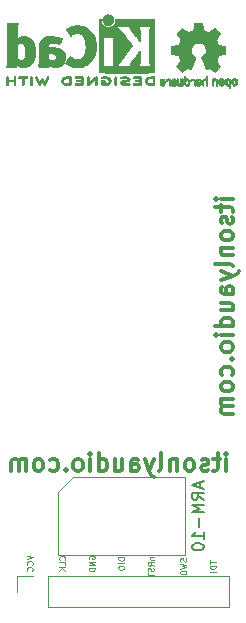
<source format=gbr>
G04 #@! TF.GenerationSoftware,KiCad,Pcbnew,5.99.0-unknown-c173ea14b~104~ubuntu20.04.1*
G04 #@! TF.CreationDate,2020-11-05T16:19:03+01:00*
G04 #@! TF.ProjectId,tc2050-arm2010,74633230-3530-42d6-9172-6d323031302e,rev?*
G04 #@! TF.SameCoordinates,Original*
G04 #@! TF.FileFunction,Legend,Bot*
G04 #@! TF.FilePolarity,Positive*
%FSLAX46Y46*%
G04 Gerber Fmt 4.6, Leading zero omitted, Abs format (unit mm)*
G04 Created by KiCad (PCBNEW 5.99.0-unknown-c173ea14b~104~ubuntu20.04.1) date 2020-11-05 16:19:03*
%MOMM*%
%LPD*%
G01*
G04 APERTURE LIST*
%ADD10C,0.150000*%
%ADD11C,0.125000*%
%ADD12C,0.300000*%
%ADD13C,0.010000*%
%ADD14C,0.120000*%
G04 APERTURE END LIST*
D10*
X185076666Y-112259047D02*
X185076666Y-112735238D01*
X185362380Y-112163809D02*
X184362380Y-112497142D01*
X185362380Y-112830476D01*
X185362380Y-113735238D02*
X184886190Y-113401904D01*
X185362380Y-113163809D02*
X184362380Y-113163809D01*
X184362380Y-113544761D01*
X184410000Y-113640000D01*
X184457619Y-113687619D01*
X184552857Y-113735238D01*
X184695714Y-113735238D01*
X184790952Y-113687619D01*
X184838571Y-113640000D01*
X184886190Y-113544761D01*
X184886190Y-113163809D01*
X185362380Y-114163809D02*
X184362380Y-114163809D01*
X185076666Y-114497142D01*
X184362380Y-114830476D01*
X185362380Y-114830476D01*
X184981428Y-115306666D02*
X184981428Y-116068571D01*
X185362380Y-117068571D02*
X185362380Y-116497142D01*
X185362380Y-116782857D02*
X184362380Y-116782857D01*
X184505238Y-116687619D01*
X184600476Y-116592380D01*
X184648095Y-116497142D01*
X184362380Y-117687619D02*
X184362380Y-117782857D01*
X184410000Y-117878095D01*
X184457619Y-117925714D01*
X184552857Y-117973333D01*
X184743333Y-118020952D01*
X184981428Y-118020952D01*
X185171904Y-117973333D01*
X185267142Y-117925714D01*
X185314761Y-117878095D01*
X185362380Y-117782857D01*
X185362380Y-117687619D01*
X185314761Y-117592380D01*
X185267142Y-117544761D01*
X185171904Y-117497142D01*
X184981428Y-117449523D01*
X184743333Y-117449523D01*
X184552857Y-117497142D01*
X184457619Y-117544761D01*
X184410000Y-117592380D01*
X184362380Y-117687619D01*
D11*
X185886190Y-118878095D02*
X185886190Y-119163809D01*
X186386190Y-119020952D02*
X185886190Y-119020952D01*
X186386190Y-119330476D02*
X185886190Y-119330476D01*
X185886190Y-119449523D01*
X185910000Y-119520952D01*
X185957619Y-119568571D01*
X186005238Y-119592380D01*
X186100476Y-119616190D01*
X186171904Y-119616190D01*
X186267142Y-119592380D01*
X186314761Y-119568571D01*
X186362380Y-119520952D01*
X186386190Y-119449523D01*
X186386190Y-119330476D01*
X186386190Y-119830476D02*
X185886190Y-119830476D01*
X173588571Y-118842380D02*
X173612380Y-118818571D01*
X173636190Y-118747142D01*
X173636190Y-118699523D01*
X173612380Y-118628095D01*
X173564761Y-118580476D01*
X173517142Y-118556666D01*
X173421904Y-118532857D01*
X173350476Y-118532857D01*
X173255238Y-118556666D01*
X173207619Y-118580476D01*
X173160000Y-118628095D01*
X173136190Y-118699523D01*
X173136190Y-118747142D01*
X173160000Y-118818571D01*
X173183809Y-118842380D01*
X173636190Y-119294761D02*
X173636190Y-119056666D01*
X173136190Y-119056666D01*
X173636190Y-119461428D02*
X173136190Y-119461428D01*
X173636190Y-119747142D02*
X173350476Y-119532857D01*
X173136190Y-119747142D02*
X173421904Y-119461428D01*
X170386190Y-118473333D02*
X170886190Y-118640000D01*
X170386190Y-118806666D01*
X170838571Y-119259047D02*
X170862380Y-119235238D01*
X170886190Y-119163809D01*
X170886190Y-119116190D01*
X170862380Y-119044761D01*
X170814761Y-118997142D01*
X170767142Y-118973333D01*
X170671904Y-118949523D01*
X170600476Y-118949523D01*
X170505238Y-118973333D01*
X170457619Y-118997142D01*
X170410000Y-119044761D01*
X170386190Y-119116190D01*
X170386190Y-119163809D01*
X170410000Y-119235238D01*
X170433809Y-119259047D01*
X170838571Y-119759047D02*
X170862380Y-119735238D01*
X170886190Y-119663809D01*
X170886190Y-119616190D01*
X170862380Y-119544761D01*
X170814761Y-119497142D01*
X170767142Y-119473333D01*
X170671904Y-119449523D01*
X170600476Y-119449523D01*
X170505238Y-119473333D01*
X170457619Y-119497142D01*
X170410000Y-119544761D01*
X170386190Y-119616190D01*
X170386190Y-119663809D01*
X170410000Y-119735238D01*
X170433809Y-119759047D01*
X175660000Y-118759047D02*
X175636190Y-118711428D01*
X175636190Y-118640000D01*
X175660000Y-118568571D01*
X175707619Y-118520952D01*
X175755238Y-118497142D01*
X175850476Y-118473333D01*
X175921904Y-118473333D01*
X176017142Y-118497142D01*
X176064761Y-118520952D01*
X176112380Y-118568571D01*
X176136190Y-118640000D01*
X176136190Y-118687619D01*
X176112380Y-118759047D01*
X176088571Y-118782857D01*
X175921904Y-118782857D01*
X175921904Y-118687619D01*
X176136190Y-118997142D02*
X175636190Y-118997142D01*
X176136190Y-119282857D01*
X175636190Y-119282857D01*
X176136190Y-119520952D02*
X175636190Y-119520952D01*
X175636190Y-119640000D01*
X175660000Y-119711428D01*
X175707619Y-119759047D01*
X175755238Y-119782857D01*
X175850476Y-119806666D01*
X175921904Y-119806666D01*
X176017142Y-119782857D01*
X176064761Y-119759047D01*
X176112380Y-119711428D01*
X176136190Y-119640000D01*
X176136190Y-119520952D01*
D12*
X187838571Y-88282857D02*
X186838571Y-88282857D01*
X186338571Y-88282857D02*
X186410000Y-88211428D01*
X186481428Y-88282857D01*
X186410000Y-88354285D01*
X186338571Y-88282857D01*
X186481428Y-88282857D01*
X186838571Y-88782857D02*
X186838571Y-89354285D01*
X186338571Y-88997142D02*
X187624285Y-88997142D01*
X187767142Y-89068571D01*
X187838571Y-89211428D01*
X187838571Y-89354285D01*
X187767142Y-89782857D02*
X187838571Y-89925714D01*
X187838571Y-90211428D01*
X187767142Y-90354285D01*
X187624285Y-90425714D01*
X187552857Y-90425714D01*
X187410000Y-90354285D01*
X187338571Y-90211428D01*
X187338571Y-89997142D01*
X187267142Y-89854285D01*
X187124285Y-89782857D01*
X187052857Y-89782857D01*
X186910000Y-89854285D01*
X186838571Y-89997142D01*
X186838571Y-90211428D01*
X186910000Y-90354285D01*
X187838571Y-91282857D02*
X187767142Y-91140000D01*
X187695714Y-91068571D01*
X187552857Y-90997142D01*
X187124285Y-90997142D01*
X186981428Y-91068571D01*
X186910000Y-91140000D01*
X186838571Y-91282857D01*
X186838571Y-91497142D01*
X186910000Y-91640000D01*
X186981428Y-91711428D01*
X187124285Y-91782857D01*
X187552857Y-91782857D01*
X187695714Y-91711428D01*
X187767142Y-91640000D01*
X187838571Y-91497142D01*
X187838571Y-91282857D01*
X186838571Y-92425714D02*
X187838571Y-92425714D01*
X186981428Y-92425714D02*
X186910000Y-92497142D01*
X186838571Y-92640000D01*
X186838571Y-92854285D01*
X186910000Y-92997142D01*
X187052857Y-93068571D01*
X187838571Y-93068571D01*
X187838571Y-93997142D02*
X187767142Y-93854285D01*
X187624285Y-93782857D01*
X186338571Y-93782857D01*
X186838571Y-94425714D02*
X187838571Y-94782857D01*
X186838571Y-95140000D02*
X187838571Y-94782857D01*
X188195714Y-94640000D01*
X188267142Y-94568571D01*
X188338571Y-94425714D01*
X187838571Y-96354285D02*
X187052857Y-96354285D01*
X186910000Y-96282857D01*
X186838571Y-96139999D01*
X186838571Y-95854285D01*
X186910000Y-95711428D01*
X187767142Y-96354285D02*
X187838571Y-96211428D01*
X187838571Y-95854285D01*
X187767142Y-95711428D01*
X187624285Y-95639999D01*
X187481428Y-95639999D01*
X187338571Y-95711428D01*
X187267142Y-95854285D01*
X187267142Y-96211428D01*
X187195714Y-96354285D01*
X186838571Y-97711428D02*
X187838571Y-97711428D01*
X186838571Y-97068571D02*
X187624285Y-97068571D01*
X187767142Y-97139999D01*
X187838571Y-97282857D01*
X187838571Y-97497142D01*
X187767142Y-97639999D01*
X187695714Y-97711428D01*
X187838571Y-99068571D02*
X186338571Y-99068571D01*
X187767142Y-99068571D02*
X187838571Y-98925714D01*
X187838571Y-98639999D01*
X187767142Y-98497142D01*
X187695714Y-98425714D01*
X187552857Y-98354285D01*
X187124285Y-98354285D01*
X186981428Y-98425714D01*
X186910000Y-98497142D01*
X186838571Y-98639999D01*
X186838571Y-98925714D01*
X186910000Y-99068571D01*
X187838571Y-99782857D02*
X186838571Y-99782857D01*
X186338571Y-99782857D02*
X186410000Y-99711428D01*
X186481428Y-99782857D01*
X186410000Y-99854285D01*
X186338571Y-99782857D01*
X186481428Y-99782857D01*
X187838571Y-100711428D02*
X187767142Y-100568571D01*
X187695714Y-100497142D01*
X187552857Y-100425714D01*
X187124285Y-100425714D01*
X186981428Y-100497142D01*
X186910000Y-100568571D01*
X186838571Y-100711428D01*
X186838571Y-100925714D01*
X186910000Y-101068571D01*
X186981428Y-101139999D01*
X187124285Y-101211428D01*
X187552857Y-101211428D01*
X187695714Y-101139999D01*
X187767142Y-101068571D01*
X187838571Y-100925714D01*
X187838571Y-100711428D01*
X187695714Y-101854285D02*
X187767142Y-101925714D01*
X187838571Y-101854285D01*
X187767142Y-101782857D01*
X187695714Y-101854285D01*
X187838571Y-101854285D01*
X187767142Y-103211428D02*
X187838571Y-103068571D01*
X187838571Y-102782857D01*
X187767142Y-102639999D01*
X187695714Y-102568571D01*
X187552857Y-102497142D01*
X187124285Y-102497142D01*
X186981428Y-102568571D01*
X186910000Y-102639999D01*
X186838571Y-102782857D01*
X186838571Y-103068571D01*
X186910000Y-103211428D01*
X187838571Y-104068571D02*
X187767142Y-103925714D01*
X187695714Y-103854285D01*
X187552857Y-103782857D01*
X187124285Y-103782857D01*
X186981428Y-103854285D01*
X186910000Y-103925714D01*
X186838571Y-104068571D01*
X186838571Y-104282857D01*
X186910000Y-104425714D01*
X186981428Y-104497142D01*
X187124285Y-104568571D01*
X187552857Y-104568571D01*
X187695714Y-104497142D01*
X187767142Y-104425714D01*
X187838571Y-104282857D01*
X187838571Y-104068571D01*
X187838571Y-105211428D02*
X186838571Y-105211428D01*
X186981428Y-105211428D02*
X186910000Y-105282857D01*
X186838571Y-105425714D01*
X186838571Y-105639999D01*
X186910000Y-105782857D01*
X187052857Y-105854285D01*
X187838571Y-105854285D01*
X187052857Y-105854285D02*
X186910000Y-105925714D01*
X186838571Y-106068571D01*
X186838571Y-106282857D01*
X186910000Y-106425714D01*
X187052857Y-106497142D01*
X187838571Y-106497142D01*
D11*
X180802857Y-118604285D02*
X181136190Y-118604285D01*
X180850476Y-118604285D02*
X180826666Y-118628095D01*
X180802857Y-118675714D01*
X180802857Y-118747142D01*
X180826666Y-118794761D01*
X180874285Y-118818571D01*
X181136190Y-118818571D01*
X181136190Y-119342380D02*
X180898095Y-119175714D01*
X181136190Y-119056666D02*
X180636190Y-119056666D01*
X180636190Y-119247142D01*
X180660000Y-119294761D01*
X180683809Y-119318571D01*
X180731428Y-119342380D01*
X180802857Y-119342380D01*
X180850476Y-119318571D01*
X180874285Y-119294761D01*
X180898095Y-119247142D01*
X180898095Y-119056666D01*
X181112380Y-119532857D02*
X181136190Y-119604285D01*
X181136190Y-119723333D01*
X181112380Y-119770952D01*
X181088571Y-119794761D01*
X181040952Y-119818571D01*
X180993333Y-119818571D01*
X180945714Y-119794761D01*
X180921904Y-119770952D01*
X180898095Y-119723333D01*
X180874285Y-119628095D01*
X180850476Y-119580476D01*
X180826666Y-119556666D01*
X180779047Y-119532857D01*
X180731428Y-119532857D01*
X180683809Y-119556666D01*
X180660000Y-119580476D01*
X180636190Y-119628095D01*
X180636190Y-119747142D01*
X180660000Y-119818571D01*
X180636190Y-119961428D02*
X180636190Y-120247142D01*
X181136190Y-120104285D02*
X180636190Y-120104285D01*
X178636190Y-118628095D02*
X178136190Y-118628095D01*
X178136190Y-118747142D01*
X178160000Y-118818571D01*
X178207619Y-118866190D01*
X178255238Y-118890000D01*
X178350476Y-118913809D01*
X178421904Y-118913809D01*
X178517142Y-118890000D01*
X178564761Y-118866190D01*
X178612380Y-118818571D01*
X178636190Y-118747142D01*
X178636190Y-118628095D01*
X178636190Y-119128095D02*
X178136190Y-119128095D01*
X178136190Y-119461428D02*
X178136190Y-119556666D01*
X178160000Y-119604285D01*
X178207619Y-119651904D01*
X178302857Y-119675714D01*
X178469523Y-119675714D01*
X178564761Y-119651904D01*
X178612380Y-119604285D01*
X178636190Y-119556666D01*
X178636190Y-119461428D01*
X178612380Y-119413809D01*
X178564761Y-119366190D01*
X178469523Y-119342380D01*
X178302857Y-119342380D01*
X178207619Y-119366190D01*
X178160000Y-119413809D01*
X178136190Y-119461428D01*
X183862380Y-118699523D02*
X183886190Y-118770952D01*
X183886190Y-118890000D01*
X183862380Y-118937619D01*
X183838571Y-118961428D01*
X183790952Y-118985238D01*
X183743333Y-118985238D01*
X183695714Y-118961428D01*
X183671904Y-118937619D01*
X183648095Y-118890000D01*
X183624285Y-118794761D01*
X183600476Y-118747142D01*
X183576666Y-118723333D01*
X183529047Y-118699523D01*
X183481428Y-118699523D01*
X183433809Y-118723333D01*
X183410000Y-118747142D01*
X183386190Y-118794761D01*
X183386190Y-118913809D01*
X183410000Y-118985238D01*
X183386190Y-119151904D02*
X183886190Y-119270952D01*
X183529047Y-119366190D01*
X183886190Y-119461428D01*
X183386190Y-119580476D01*
X183386190Y-119866190D02*
X183386190Y-119961428D01*
X183410000Y-120009047D01*
X183457619Y-120056666D01*
X183552857Y-120080476D01*
X183719523Y-120080476D01*
X183814761Y-120056666D01*
X183862380Y-120009047D01*
X183886190Y-119961428D01*
X183886190Y-119866190D01*
X183862380Y-119818571D01*
X183814761Y-119770952D01*
X183719523Y-119747142D01*
X183552857Y-119747142D01*
X183457619Y-119770952D01*
X183410000Y-119818571D01*
X183386190Y-119866190D01*
D12*
X187267142Y-111318571D02*
X187267142Y-110318571D01*
X187267142Y-109818571D02*
X187338571Y-109890000D01*
X187267142Y-109961428D01*
X187195714Y-109890000D01*
X187267142Y-109818571D01*
X187267142Y-109961428D01*
X186767142Y-110318571D02*
X186195714Y-110318571D01*
X186552857Y-109818571D02*
X186552857Y-111104285D01*
X186481428Y-111247142D01*
X186338571Y-111318571D01*
X186195714Y-111318571D01*
X185767142Y-111247142D02*
X185624285Y-111318571D01*
X185338571Y-111318571D01*
X185195714Y-111247142D01*
X185124285Y-111104285D01*
X185124285Y-111032857D01*
X185195714Y-110890000D01*
X185338571Y-110818571D01*
X185552857Y-110818571D01*
X185695714Y-110747142D01*
X185767142Y-110604285D01*
X185767142Y-110532857D01*
X185695714Y-110390000D01*
X185552857Y-110318571D01*
X185338571Y-110318571D01*
X185195714Y-110390000D01*
X184267142Y-111318571D02*
X184410000Y-111247142D01*
X184481428Y-111175714D01*
X184552857Y-111032857D01*
X184552857Y-110604285D01*
X184481428Y-110461428D01*
X184410000Y-110390000D01*
X184267142Y-110318571D01*
X184052857Y-110318571D01*
X183910000Y-110390000D01*
X183838571Y-110461428D01*
X183767142Y-110604285D01*
X183767142Y-111032857D01*
X183838571Y-111175714D01*
X183910000Y-111247142D01*
X184052857Y-111318571D01*
X184267142Y-111318571D01*
X183124285Y-110318571D02*
X183124285Y-111318571D01*
X183124285Y-110461428D02*
X183052857Y-110390000D01*
X182910000Y-110318571D01*
X182695714Y-110318571D01*
X182552857Y-110390000D01*
X182481428Y-110532857D01*
X182481428Y-111318571D01*
X181552857Y-111318571D02*
X181695714Y-111247142D01*
X181767142Y-111104285D01*
X181767142Y-109818571D01*
X181124285Y-110318571D02*
X180767142Y-111318571D01*
X180410000Y-110318571D02*
X180767142Y-111318571D01*
X180910000Y-111675714D01*
X180981428Y-111747142D01*
X181124285Y-111818571D01*
X179195714Y-111318571D02*
X179195714Y-110532857D01*
X179267142Y-110390000D01*
X179410000Y-110318571D01*
X179695714Y-110318571D01*
X179838571Y-110390000D01*
X179195714Y-111247142D02*
X179338571Y-111318571D01*
X179695714Y-111318571D01*
X179838571Y-111247142D01*
X179910000Y-111104285D01*
X179910000Y-110961428D01*
X179838571Y-110818571D01*
X179695714Y-110747142D01*
X179338571Y-110747142D01*
X179195714Y-110675714D01*
X177838571Y-110318571D02*
X177838571Y-111318571D01*
X178481428Y-110318571D02*
X178481428Y-111104285D01*
X178410000Y-111247142D01*
X178267142Y-111318571D01*
X178052857Y-111318571D01*
X177910000Y-111247142D01*
X177838571Y-111175714D01*
X176481428Y-111318571D02*
X176481428Y-109818571D01*
X176481428Y-111247142D02*
X176624285Y-111318571D01*
X176910000Y-111318571D01*
X177052857Y-111247142D01*
X177124285Y-111175714D01*
X177195714Y-111032857D01*
X177195714Y-110604285D01*
X177124285Y-110461428D01*
X177052857Y-110390000D01*
X176910000Y-110318571D01*
X176624285Y-110318571D01*
X176481428Y-110390000D01*
X175767142Y-111318571D02*
X175767142Y-110318571D01*
X175767142Y-109818571D02*
X175838571Y-109890000D01*
X175767142Y-109961428D01*
X175695714Y-109890000D01*
X175767142Y-109818571D01*
X175767142Y-109961428D01*
X174838571Y-111318571D02*
X174981428Y-111247142D01*
X175052857Y-111175714D01*
X175124285Y-111032857D01*
X175124285Y-110604285D01*
X175052857Y-110461428D01*
X174981428Y-110390000D01*
X174838571Y-110318571D01*
X174624285Y-110318571D01*
X174481428Y-110390000D01*
X174410000Y-110461428D01*
X174338571Y-110604285D01*
X174338571Y-111032857D01*
X174410000Y-111175714D01*
X174481428Y-111247142D01*
X174624285Y-111318571D01*
X174838571Y-111318571D01*
X173695714Y-111175714D02*
X173624285Y-111247142D01*
X173695714Y-111318571D01*
X173767142Y-111247142D01*
X173695714Y-111175714D01*
X173695714Y-111318571D01*
X172338571Y-111247142D02*
X172481428Y-111318571D01*
X172767142Y-111318571D01*
X172910000Y-111247142D01*
X172981428Y-111175714D01*
X173052857Y-111032857D01*
X173052857Y-110604285D01*
X172981428Y-110461428D01*
X172910000Y-110390000D01*
X172767142Y-110318571D01*
X172481428Y-110318571D01*
X172338571Y-110390000D01*
X171481428Y-111318571D02*
X171624285Y-111247142D01*
X171695714Y-111175714D01*
X171767142Y-111032857D01*
X171767142Y-110604285D01*
X171695714Y-110461428D01*
X171624285Y-110390000D01*
X171481428Y-110318571D01*
X171267142Y-110318571D01*
X171124285Y-110390000D01*
X171052857Y-110461428D01*
X170981428Y-110604285D01*
X170981428Y-111032857D01*
X171052857Y-111175714D01*
X171124285Y-111247142D01*
X171267142Y-111318571D01*
X171481428Y-111318571D01*
X170338571Y-111318571D02*
X170338571Y-110318571D01*
X170338571Y-110461428D02*
X170267142Y-110390000D01*
X170124285Y-110318571D01*
X169910000Y-110318571D01*
X169767142Y-110390000D01*
X169695714Y-110532857D01*
X169695714Y-111318571D01*
X169695714Y-110532857D02*
X169624285Y-110390000D01*
X169481428Y-110318571D01*
X169267142Y-110318571D01*
X169124285Y-110390000D01*
X169052857Y-110532857D01*
X169052857Y-111318571D01*
G36*
X177896137Y-77913463D02*
G01*
X177930291Y-77936776D01*
X177958000Y-77964485D01*
X177958000Y-78277537D01*
X177957959Y-78361567D01*
X177957701Y-78435789D01*
X177957030Y-78492541D01*
X177955752Y-78534512D01*
X177953673Y-78564389D01*
X177950599Y-78584861D01*
X177946334Y-78598614D01*
X177940684Y-78608337D01*
X177933455Y-78616717D01*
X177901991Y-78638181D01*
X177866826Y-78639947D01*
X177833822Y-78620267D01*
X177828516Y-78614398D01*
X177823066Y-78605314D01*
X177818900Y-78591973D01*
X177815846Y-78571757D01*
X177813732Y-78542049D01*
X177812386Y-78500232D01*
X177811638Y-78443689D01*
X177811314Y-78369802D01*
X177811245Y-78275956D01*
X177811284Y-78200294D01*
X177811539Y-78122385D01*
X177812183Y-78062375D01*
X177813387Y-78017648D01*
X177815324Y-77985585D01*
X177818164Y-77963571D01*
X177822079Y-77948987D01*
X177827242Y-77939218D01*
X177833822Y-77931645D01*
X177863006Y-77912623D01*
X177896137Y-77913463D01*
G37*
D13*
X177896137Y-77913463D02*
X177930291Y-77936776D01*
X177958000Y-77964485D01*
X177958000Y-78277537D01*
X177957959Y-78361567D01*
X177957701Y-78435789D01*
X177957030Y-78492541D01*
X177955752Y-78534512D01*
X177953673Y-78564389D01*
X177950599Y-78584861D01*
X177946334Y-78598614D01*
X177940684Y-78608337D01*
X177933455Y-78616717D01*
X177901991Y-78638181D01*
X177866826Y-78639947D01*
X177833822Y-78620267D01*
X177828516Y-78614398D01*
X177823066Y-78605314D01*
X177818900Y-78591973D01*
X177815846Y-78571757D01*
X177813732Y-78542049D01*
X177812386Y-78500232D01*
X177811638Y-78443689D01*
X177811314Y-78369802D01*
X177811245Y-78275956D01*
X177811284Y-78200294D01*
X177811539Y-78122385D01*
X177812183Y-78062375D01*
X177813387Y-78017648D01*
X177815324Y-77985585D01*
X177818164Y-77963571D01*
X177822079Y-77948987D01*
X177827242Y-77939218D01*
X177833822Y-77931645D01*
X177863006Y-77912623D01*
X177896137Y-77913463D01*
G36*
X171199702Y-77918478D02*
G01*
X171217663Y-77936989D01*
X171238263Y-77968071D01*
X171263095Y-78013756D01*
X171293750Y-78076078D01*
X171331820Y-78157071D01*
X171346454Y-78188454D01*
X171376203Y-78251638D01*
X171402297Y-78306244D01*
X171423292Y-78349290D01*
X171437739Y-78377793D01*
X171444191Y-78388770D01*
X171445550Y-78388189D01*
X171455542Y-78374242D01*
X171472833Y-78344704D01*
X171495430Y-78303087D01*
X171521338Y-78252903D01*
X171537311Y-78221414D01*
X171566261Y-78166061D01*
X171588749Y-78127044D01*
X171606965Y-78101566D01*
X171623096Y-78086831D01*
X171639330Y-78080042D01*
X171657857Y-78078400D01*
X171668360Y-78078875D01*
X171684476Y-78083082D01*
X171699790Y-78093946D01*
X171716388Y-78114219D01*
X171736357Y-78146654D01*
X171761783Y-78194004D01*
X171794752Y-78259022D01*
X171804485Y-78278277D01*
X171828943Y-78324946D01*
X171849178Y-78361109D01*
X171863311Y-78383497D01*
X171869460Y-78388845D01*
X171870827Y-78385573D01*
X171880202Y-78364664D01*
X171897062Y-78327725D01*
X171919979Y-78277874D01*
X171947520Y-78218226D01*
X171978255Y-78151898D01*
X172004970Y-78094677D01*
X172034593Y-78032688D01*
X172057664Y-77986949D01*
X172075643Y-77954908D01*
X172089990Y-77934014D01*
X172102166Y-77921718D01*
X172113632Y-77915466D01*
X172123042Y-77912574D01*
X172148147Y-77912425D01*
X172175290Y-77927768D01*
X172176590Y-77928753D01*
X172198674Y-77951388D01*
X172209723Y-77973613D01*
X172209769Y-77974253D01*
X172205228Y-77991915D01*
X172192364Y-78026481D01*
X172172605Y-78074826D01*
X172147381Y-78133825D01*
X172118119Y-78200355D01*
X172086250Y-78271291D01*
X172053201Y-78343507D01*
X172020401Y-78413880D01*
X171989280Y-78479285D01*
X171961265Y-78536597D01*
X171937786Y-78582692D01*
X171920272Y-78614446D01*
X171910151Y-78628733D01*
X171875743Y-78642102D01*
X171834046Y-78635741D01*
X171828681Y-78631044D01*
X171812852Y-78608893D01*
X171790650Y-78572132D01*
X171764233Y-78524415D01*
X171735760Y-78469393D01*
X171655986Y-78310150D01*
X171582799Y-78456742D01*
X171573103Y-78476032D01*
X171546125Y-78528380D01*
X171522096Y-78573170D01*
X171503332Y-78606154D01*
X171492146Y-78623089D01*
X171491000Y-78624332D01*
X171462879Y-78639619D01*
X171427817Y-78641302D01*
X171396776Y-78628733D01*
X171394350Y-78625884D01*
X171382090Y-78605259D01*
X171362352Y-78567708D01*
X171336448Y-78515880D01*
X171305685Y-78452423D01*
X171271375Y-78379985D01*
X171234825Y-78301216D01*
X171214585Y-78257093D01*
X171177812Y-78176365D01*
X171149355Y-78112687D01*
X171128331Y-78063752D01*
X171113854Y-78027257D01*
X171105039Y-78000895D01*
X171101004Y-77982361D01*
X171100862Y-77969352D01*
X171103730Y-77959561D01*
X171118387Y-77938678D01*
X171144990Y-77918377D01*
X171145745Y-77918035D01*
X171165335Y-77911034D01*
X171182790Y-77910504D01*
X171199702Y-77918478D01*
G37*
X171199702Y-77918478D02*
X171217663Y-77936989D01*
X171238263Y-77968071D01*
X171263095Y-78013756D01*
X171293750Y-78076078D01*
X171331820Y-78157071D01*
X171346454Y-78188454D01*
X171376203Y-78251638D01*
X171402297Y-78306244D01*
X171423292Y-78349290D01*
X171437739Y-78377793D01*
X171444191Y-78388770D01*
X171445550Y-78388189D01*
X171455542Y-78374242D01*
X171472833Y-78344704D01*
X171495430Y-78303087D01*
X171521338Y-78252903D01*
X171537311Y-78221414D01*
X171566261Y-78166061D01*
X171588749Y-78127044D01*
X171606965Y-78101566D01*
X171623096Y-78086831D01*
X171639330Y-78080042D01*
X171657857Y-78078400D01*
X171668360Y-78078875D01*
X171684476Y-78083082D01*
X171699790Y-78093946D01*
X171716388Y-78114219D01*
X171736357Y-78146654D01*
X171761783Y-78194004D01*
X171794752Y-78259022D01*
X171804485Y-78278277D01*
X171828943Y-78324946D01*
X171849178Y-78361109D01*
X171863311Y-78383497D01*
X171869460Y-78388845D01*
X171870827Y-78385573D01*
X171880202Y-78364664D01*
X171897062Y-78327725D01*
X171919979Y-78277874D01*
X171947520Y-78218226D01*
X171978255Y-78151898D01*
X172004970Y-78094677D01*
X172034593Y-78032688D01*
X172057664Y-77986949D01*
X172075643Y-77954908D01*
X172089990Y-77934014D01*
X172102166Y-77921718D01*
X172113632Y-77915466D01*
X172123042Y-77912574D01*
X172148147Y-77912425D01*
X172175290Y-77927768D01*
X172176590Y-77928753D01*
X172198674Y-77951388D01*
X172209723Y-77973613D01*
X172209769Y-77974253D01*
X172205228Y-77991915D01*
X172192364Y-78026481D01*
X172172605Y-78074826D01*
X172147381Y-78133825D01*
X172118119Y-78200355D01*
X172086250Y-78271291D01*
X172053201Y-78343507D01*
X172020401Y-78413880D01*
X171989280Y-78479285D01*
X171961265Y-78536597D01*
X171937786Y-78582692D01*
X171920272Y-78614446D01*
X171910151Y-78628733D01*
X171875743Y-78642102D01*
X171834046Y-78635741D01*
X171828681Y-78631044D01*
X171812852Y-78608893D01*
X171790650Y-78572132D01*
X171764233Y-78524415D01*
X171735760Y-78469393D01*
X171655986Y-78310150D01*
X171582799Y-78456742D01*
X171573103Y-78476032D01*
X171546125Y-78528380D01*
X171522096Y-78573170D01*
X171503332Y-78606154D01*
X171492146Y-78623089D01*
X171491000Y-78624332D01*
X171462879Y-78639619D01*
X171427817Y-78641302D01*
X171396776Y-78628733D01*
X171394350Y-78625884D01*
X171382090Y-78605259D01*
X171362352Y-78567708D01*
X171336448Y-78515880D01*
X171305685Y-78452423D01*
X171271375Y-78379985D01*
X171234825Y-78301216D01*
X171214585Y-78257093D01*
X171177812Y-78176365D01*
X171149355Y-78112687D01*
X171128331Y-78063752D01*
X171113854Y-78027257D01*
X171105039Y-78000895D01*
X171101004Y-77982361D01*
X171100862Y-77969352D01*
X171103730Y-77959561D01*
X171118387Y-77938678D01*
X171144990Y-77918377D01*
X171145745Y-77918035D01*
X171165335Y-77911034D01*
X171182790Y-77910504D01*
X171199702Y-77918478D01*
G36*
X181186870Y-78175041D02*
G01*
X181186622Y-78275956D01*
X181186583Y-78351617D01*
X181186328Y-78429526D01*
X181185684Y-78489536D01*
X181184480Y-78534264D01*
X181182543Y-78566326D01*
X181179703Y-78588340D01*
X181175788Y-78602924D01*
X181170626Y-78612694D01*
X181164045Y-78620267D01*
X181157077Y-78626501D01*
X181144079Y-78633801D01*
X181124931Y-78638554D01*
X181095528Y-78641292D01*
X181051762Y-78642545D01*
X180989528Y-78642845D01*
X180940582Y-78642469D01*
X180833722Y-78638041D01*
X180744494Y-78627953D01*
X180669696Y-78611365D01*
X180606125Y-78587435D01*
X180550579Y-78555321D01*
X180499854Y-78514182D01*
X180493866Y-78508330D01*
X180456999Y-78459821D01*
X180425899Y-78399013D01*
X180404417Y-78334769D01*
X180399136Y-78296026D01*
X180546353Y-78296026D01*
X180564635Y-78346961D01*
X180594305Y-78392878D01*
X180641002Y-78435287D01*
X180702392Y-78465090D01*
X180781538Y-78484226D01*
X180783028Y-78484464D01*
X180831999Y-78490256D01*
X180890693Y-78494396D01*
X180946734Y-78496004D01*
X181039867Y-78496089D01*
X181039867Y-78055822D01*
X180963667Y-78055808D01*
X180960639Y-78055817D01*
X180909519Y-78057782D01*
X180849416Y-78062507D01*
X180792708Y-78069035D01*
X180742750Y-78078331D01*
X180667998Y-78104600D01*
X180610489Y-78143899D01*
X180568988Y-78196933D01*
X180547771Y-78248200D01*
X180546353Y-78296026D01*
X180399136Y-78296026D01*
X180396400Y-78275956D01*
X180397679Y-78254739D01*
X180409991Y-78197323D01*
X180432520Y-78137413D01*
X180461750Y-78083363D01*
X180494167Y-78043532D01*
X180513708Y-78026510D01*
X180568420Y-77987322D01*
X180628723Y-77957193D01*
X180697919Y-77935232D01*
X180779311Y-77920550D01*
X180876200Y-77912259D01*
X180991889Y-77909467D01*
X181031371Y-77909066D01*
X181077082Y-77908653D01*
X181112883Y-77910457D01*
X181139974Y-77916739D01*
X181159556Y-77929759D01*
X181172830Y-77951778D01*
X181180998Y-77985055D01*
X181185260Y-78031851D01*
X181185857Y-78055822D01*
X181186817Y-78094427D01*
X181186870Y-78175041D01*
G37*
X181186870Y-78175041D02*
X181186622Y-78275956D01*
X181186583Y-78351617D01*
X181186328Y-78429526D01*
X181185684Y-78489536D01*
X181184480Y-78534264D01*
X181182543Y-78566326D01*
X181179703Y-78588340D01*
X181175788Y-78602924D01*
X181170626Y-78612694D01*
X181164045Y-78620267D01*
X181157077Y-78626501D01*
X181144079Y-78633801D01*
X181124931Y-78638554D01*
X181095528Y-78641292D01*
X181051762Y-78642545D01*
X180989528Y-78642845D01*
X180940582Y-78642469D01*
X180833722Y-78638041D01*
X180744494Y-78627953D01*
X180669696Y-78611365D01*
X180606125Y-78587435D01*
X180550579Y-78555321D01*
X180499854Y-78514182D01*
X180493866Y-78508330D01*
X180456999Y-78459821D01*
X180425899Y-78399013D01*
X180404417Y-78334769D01*
X180399136Y-78296026D01*
X180546353Y-78296026D01*
X180564635Y-78346961D01*
X180594305Y-78392878D01*
X180641002Y-78435287D01*
X180702392Y-78465090D01*
X180781538Y-78484226D01*
X180783028Y-78484464D01*
X180831999Y-78490256D01*
X180890693Y-78494396D01*
X180946734Y-78496004D01*
X181039867Y-78496089D01*
X181039867Y-78055822D01*
X180963667Y-78055808D01*
X180960639Y-78055817D01*
X180909519Y-78057782D01*
X180849416Y-78062507D01*
X180792708Y-78069035D01*
X180742750Y-78078331D01*
X180667998Y-78104600D01*
X180610489Y-78143899D01*
X180568988Y-78196933D01*
X180547771Y-78248200D01*
X180546353Y-78296026D01*
X180399136Y-78296026D01*
X180396400Y-78275956D01*
X180397679Y-78254739D01*
X180409991Y-78197323D01*
X180432520Y-78137413D01*
X180461750Y-78083363D01*
X180494167Y-78043532D01*
X180513708Y-78026510D01*
X180568420Y-77987322D01*
X180628723Y-77957193D01*
X180697919Y-77935232D01*
X180779311Y-77920550D01*
X180876200Y-77912259D01*
X180991889Y-77909467D01*
X181031371Y-77909066D01*
X181077082Y-77908653D01*
X181112883Y-77910457D01*
X181139974Y-77916739D01*
X181159556Y-77929759D01*
X181172830Y-77951778D01*
X181180998Y-77985055D01*
X181185260Y-78031851D01*
X181185857Y-78055822D01*
X181186817Y-78094427D01*
X181186870Y-78175041D01*
G36*
X175089803Y-77938811D02*
G01*
X175094752Y-77945495D01*
X175100596Y-77956066D01*
X175105057Y-77970153D01*
X175108321Y-77990478D01*
X175110574Y-78019765D01*
X175112002Y-78060737D01*
X175112792Y-78116117D01*
X175113129Y-78188628D01*
X175113200Y-78280994D01*
X175113171Y-78346911D01*
X175112939Y-78425228D01*
X175112319Y-78485496D01*
X175111126Y-78530393D01*
X175109179Y-78562602D01*
X175106294Y-78584800D01*
X175102288Y-78599669D01*
X175096979Y-78609889D01*
X175090183Y-78618138D01*
X175085668Y-78622795D01*
X175077438Y-78629282D01*
X175066078Y-78634194D01*
X175048810Y-78637749D01*
X175022855Y-78640167D01*
X174985436Y-78641667D01*
X174933773Y-78642467D01*
X174865089Y-78642787D01*
X174776606Y-78642845D01*
X174756931Y-78642838D01*
X174669906Y-78642572D01*
X174602254Y-78641806D01*
X174551299Y-78640392D01*
X174514367Y-78638180D01*
X174488783Y-78635022D01*
X174471871Y-78630769D01*
X174460957Y-78625271D01*
X174450464Y-78615285D01*
X174437203Y-78584168D01*
X174438386Y-78548280D01*
X174454550Y-78516733D01*
X174456739Y-78514457D01*
X174465427Y-78508189D01*
X174478769Y-78503523D01*
X174499752Y-78500227D01*
X174531363Y-78498068D01*
X174576590Y-78496814D01*
X174638420Y-78496231D01*
X174719839Y-78496089D01*
X174966445Y-78496089D01*
X174966445Y-78338045D01*
X174804006Y-78338045D01*
X174768338Y-78337964D01*
X174712568Y-78337167D01*
X174673430Y-78335162D01*
X174646976Y-78331521D01*
X174629259Y-78325812D01*
X174616329Y-78317607D01*
X174612686Y-78314423D01*
X174594278Y-78283448D01*
X174593644Y-78247112D01*
X174611183Y-78213493D01*
X174611245Y-78213424D01*
X174620916Y-78204798D01*
X174634209Y-78198742D01*
X174654917Y-78194811D01*
X174686828Y-78192556D01*
X174733734Y-78191531D01*
X174799424Y-78191289D01*
X174967571Y-78191289D01*
X174964186Y-78126378D01*
X174960800Y-78061467D01*
X174718723Y-78058414D01*
X174693707Y-78058086D01*
X174612087Y-78056606D01*
X174549768Y-78054222D01*
X174504154Y-78050227D01*
X174472652Y-78043913D01*
X174452667Y-78034574D01*
X174441604Y-78021503D01*
X174436869Y-78003992D01*
X174435867Y-77981335D01*
X174435873Y-77978970D01*
X174437027Y-77958939D01*
X174441824Y-77943146D01*
X174452632Y-77931090D01*
X174471817Y-77922267D01*
X174501745Y-77916175D01*
X174544783Y-77912311D01*
X174603299Y-77910174D01*
X174679657Y-77909260D01*
X174776226Y-77909067D01*
X175066406Y-77909067D01*
X175089803Y-77938811D01*
G37*
X175089803Y-77938811D02*
X175094752Y-77945495D01*
X175100596Y-77956066D01*
X175105057Y-77970153D01*
X175108321Y-77990478D01*
X175110574Y-78019765D01*
X175112002Y-78060737D01*
X175112792Y-78116117D01*
X175113129Y-78188628D01*
X175113200Y-78280994D01*
X175113171Y-78346911D01*
X175112939Y-78425228D01*
X175112319Y-78485496D01*
X175111126Y-78530393D01*
X175109179Y-78562602D01*
X175106294Y-78584800D01*
X175102288Y-78599669D01*
X175096979Y-78609889D01*
X175090183Y-78618138D01*
X175085668Y-78622795D01*
X175077438Y-78629282D01*
X175066078Y-78634194D01*
X175048810Y-78637749D01*
X175022855Y-78640167D01*
X174985436Y-78641667D01*
X174933773Y-78642467D01*
X174865089Y-78642787D01*
X174776606Y-78642845D01*
X174756931Y-78642838D01*
X174669906Y-78642572D01*
X174602254Y-78641806D01*
X174551299Y-78640392D01*
X174514367Y-78638180D01*
X174488783Y-78635022D01*
X174471871Y-78630769D01*
X174460957Y-78625271D01*
X174450464Y-78615285D01*
X174437203Y-78584168D01*
X174438386Y-78548280D01*
X174454550Y-78516733D01*
X174456739Y-78514457D01*
X174465427Y-78508189D01*
X174478769Y-78503523D01*
X174499752Y-78500227D01*
X174531363Y-78498068D01*
X174576590Y-78496814D01*
X174638420Y-78496231D01*
X174719839Y-78496089D01*
X174966445Y-78496089D01*
X174966445Y-78338045D01*
X174804006Y-78338045D01*
X174768338Y-78337964D01*
X174712568Y-78337167D01*
X174673430Y-78335162D01*
X174646976Y-78331521D01*
X174629259Y-78325812D01*
X174616329Y-78317607D01*
X174612686Y-78314423D01*
X174594278Y-78283448D01*
X174593644Y-78247112D01*
X174611183Y-78213493D01*
X174611245Y-78213424D01*
X174620916Y-78204798D01*
X174634209Y-78198742D01*
X174654917Y-78194811D01*
X174686828Y-78192556D01*
X174733734Y-78191531D01*
X174799424Y-78191289D01*
X174967571Y-78191289D01*
X174964186Y-78126378D01*
X174960800Y-78061467D01*
X174718723Y-78058414D01*
X174693707Y-78058086D01*
X174612087Y-78056606D01*
X174549768Y-78054222D01*
X174504154Y-78050227D01*
X174472652Y-78043913D01*
X174452667Y-78034574D01*
X174441604Y-78021503D01*
X174436869Y-78003992D01*
X174435867Y-77981335D01*
X174435873Y-77978970D01*
X174437027Y-77958939D01*
X174441824Y-77943146D01*
X174452632Y-77931090D01*
X174471817Y-77922267D01*
X174501745Y-77916175D01*
X174544783Y-77912311D01*
X174603299Y-77910174D01*
X174679657Y-77909260D01*
X174776226Y-77909067D01*
X175066406Y-77909067D01*
X175089803Y-77938811D01*
G36*
X171095268Y-75960158D02*
G01*
X171086689Y-76111594D01*
X171067833Y-76248283D01*
X171037837Y-76374276D01*
X170995836Y-76493625D01*
X170940969Y-76610381D01*
X170874167Y-76721179D01*
X170783363Y-76834739D01*
X170679708Y-76930211D01*
X170563887Y-77007073D01*
X170436586Y-77064797D01*
X170298489Y-77102858D01*
X170260793Y-77108666D01*
X170181752Y-77114396D01*
X170093629Y-77114583D01*
X170004236Y-77109539D01*
X169921384Y-77099578D01*
X169852887Y-77085012D01*
X169822035Y-77075364D01*
X169744730Y-77045123D01*
X169667679Y-77007617D01*
X169598200Y-76966614D01*
X169543615Y-76925879D01*
X169520916Y-76906505D01*
X169498201Y-76888662D01*
X169486779Y-76881778D01*
X169485537Y-76883424D01*
X169482728Y-76901205D01*
X169480776Y-76934370D01*
X169480045Y-76977733D01*
X169480045Y-77073689D01*
X168621896Y-77073689D01*
X168656161Y-77012974D01*
X168661355Y-77003868D01*
X168669715Y-76989249D01*
X168677288Y-76975173D01*
X168684112Y-76960540D01*
X168690227Y-76944249D01*
X168695673Y-76925198D01*
X168700487Y-76902286D01*
X168704708Y-76874413D01*
X168708377Y-76840478D01*
X168711531Y-76799379D01*
X168714211Y-76750015D01*
X168716454Y-76691286D01*
X168718299Y-76622090D01*
X168719787Y-76541326D01*
X168720955Y-76447894D01*
X168721844Y-76340692D01*
X168722491Y-76218620D01*
X168722936Y-76080576D01*
X168723218Y-75925459D01*
X168723375Y-75752168D01*
X168723448Y-75559603D01*
X168723474Y-75346662D01*
X168723485Y-75210530D01*
X169525200Y-75210530D01*
X169525200Y-76360721D01*
X169595756Y-76407089D01*
X169636417Y-76430791D01*
X169690546Y-76456639D01*
X169739689Y-76474829D01*
X169803165Y-76490551D01*
X169899331Y-76501541D01*
X169983900Y-76493365D01*
X170057219Y-76465805D01*
X170119637Y-76418642D01*
X170171502Y-76351658D01*
X170213160Y-76264633D01*
X170244962Y-76157350D01*
X170247545Y-76145009D01*
X170256000Y-76083772D01*
X170261663Y-76006692D01*
X170264576Y-75919002D01*
X170264783Y-75825934D01*
X170262330Y-75732720D01*
X170257261Y-75644594D01*
X170249619Y-75566788D01*
X170239448Y-75504533D01*
X170238167Y-75498666D01*
X170209126Y-75388121D01*
X170174610Y-75297575D01*
X170133456Y-75224953D01*
X170084499Y-75168181D01*
X170026574Y-75125184D01*
X169994620Y-75109615D01*
X169921784Y-75090722D01*
X169840443Y-75087465D01*
X169755319Y-75099389D01*
X169671133Y-75126040D01*
X169592608Y-75166962D01*
X169525200Y-75210530D01*
X168723485Y-75210530D01*
X168723493Y-75112245D01*
X168723689Y-73427378D01*
X169629017Y-73427378D01*
X169604585Y-73464067D01*
X169598318Y-73473647D01*
X169572208Y-73519981D01*
X169554469Y-73567102D01*
X169542908Y-73622251D01*
X169535331Y-73692667D01*
X169534839Y-73699650D01*
X169533062Y-73737641D01*
X169531444Y-73791576D01*
X169529999Y-73858703D01*
X169528740Y-73936271D01*
X169527680Y-74021528D01*
X169526829Y-74111724D01*
X169526203Y-74204107D01*
X169525812Y-74295925D01*
X169525670Y-74384427D01*
X169525790Y-74466862D01*
X169526183Y-74540479D01*
X169526862Y-74602526D01*
X169527841Y-74650251D01*
X169529132Y-74680904D01*
X169530747Y-74691733D01*
X169538957Y-74687333D01*
X169560647Y-74672362D01*
X169590014Y-74650448D01*
X169638879Y-74616236D01*
X169727125Y-74569714D01*
X169825916Y-74536046D01*
X169938510Y-74514231D01*
X170068164Y-74503265D01*
X170160670Y-74502219D01*
X170282011Y-74512014D01*
X170392099Y-74536174D01*
X170495389Y-74575785D01*
X170596338Y-74631932D01*
X170641503Y-74662883D01*
X170746911Y-74754115D01*
X170838538Y-74863106D01*
X170916332Y-74989726D01*
X170980241Y-75133845D01*
X171030214Y-75295332D01*
X171066198Y-75474059D01*
X171088143Y-75669895D01*
X171093900Y-75825934D01*
X171095994Y-75882711D01*
X171095268Y-75960158D01*
G37*
X171095268Y-75960158D02*
X171086689Y-76111594D01*
X171067833Y-76248283D01*
X171037837Y-76374276D01*
X170995836Y-76493625D01*
X170940969Y-76610381D01*
X170874167Y-76721179D01*
X170783363Y-76834739D01*
X170679708Y-76930211D01*
X170563887Y-77007073D01*
X170436586Y-77064797D01*
X170298489Y-77102858D01*
X170260793Y-77108666D01*
X170181752Y-77114396D01*
X170093629Y-77114583D01*
X170004236Y-77109539D01*
X169921384Y-77099578D01*
X169852887Y-77085012D01*
X169822035Y-77075364D01*
X169744730Y-77045123D01*
X169667679Y-77007617D01*
X169598200Y-76966614D01*
X169543615Y-76925879D01*
X169520916Y-76906505D01*
X169498201Y-76888662D01*
X169486779Y-76881778D01*
X169485537Y-76883424D01*
X169482728Y-76901205D01*
X169480776Y-76934370D01*
X169480045Y-76977733D01*
X169480045Y-77073689D01*
X168621896Y-77073689D01*
X168656161Y-77012974D01*
X168661355Y-77003868D01*
X168669715Y-76989249D01*
X168677288Y-76975173D01*
X168684112Y-76960540D01*
X168690227Y-76944249D01*
X168695673Y-76925198D01*
X168700487Y-76902286D01*
X168704708Y-76874413D01*
X168708377Y-76840478D01*
X168711531Y-76799379D01*
X168714211Y-76750015D01*
X168716454Y-76691286D01*
X168718299Y-76622090D01*
X168719787Y-76541326D01*
X168720955Y-76447894D01*
X168721844Y-76340692D01*
X168722491Y-76218620D01*
X168722936Y-76080576D01*
X168723218Y-75925459D01*
X168723375Y-75752168D01*
X168723448Y-75559603D01*
X168723474Y-75346662D01*
X168723485Y-75210530D01*
X169525200Y-75210530D01*
X169525200Y-76360721D01*
X169595756Y-76407089D01*
X169636417Y-76430791D01*
X169690546Y-76456639D01*
X169739689Y-76474829D01*
X169803165Y-76490551D01*
X169899331Y-76501541D01*
X169983900Y-76493365D01*
X170057219Y-76465805D01*
X170119637Y-76418642D01*
X170171502Y-76351658D01*
X170213160Y-76264633D01*
X170244962Y-76157350D01*
X170247545Y-76145009D01*
X170256000Y-76083772D01*
X170261663Y-76006692D01*
X170264576Y-75919002D01*
X170264783Y-75825934D01*
X170262330Y-75732720D01*
X170257261Y-75644594D01*
X170249619Y-75566788D01*
X170239448Y-75504533D01*
X170238167Y-75498666D01*
X170209126Y-75388121D01*
X170174610Y-75297575D01*
X170133456Y-75224953D01*
X170084499Y-75168181D01*
X170026574Y-75125184D01*
X169994620Y-75109615D01*
X169921784Y-75090722D01*
X169840443Y-75087465D01*
X169755319Y-75099389D01*
X169671133Y-75126040D01*
X169592608Y-75166962D01*
X169525200Y-75210530D01*
X168723485Y-75210530D01*
X168723493Y-75112245D01*
X168723689Y-73427378D01*
X169629017Y-73427378D01*
X169604585Y-73464067D01*
X169598318Y-73473647D01*
X169572208Y-73519981D01*
X169554469Y-73567102D01*
X169542908Y-73622251D01*
X169535331Y-73692667D01*
X169534839Y-73699650D01*
X169533062Y-73737641D01*
X169531444Y-73791576D01*
X169529999Y-73858703D01*
X169528740Y-73936271D01*
X169527680Y-74021528D01*
X169526829Y-74111724D01*
X169526203Y-74204107D01*
X169525812Y-74295925D01*
X169525670Y-74384427D01*
X169525790Y-74466862D01*
X169526183Y-74540479D01*
X169526862Y-74602526D01*
X169527841Y-74650251D01*
X169529132Y-74680904D01*
X169530747Y-74691733D01*
X169538957Y-74687333D01*
X169560647Y-74672362D01*
X169590014Y-74650448D01*
X169638879Y-74616236D01*
X169727125Y-74569714D01*
X169825916Y-74536046D01*
X169938510Y-74514231D01*
X170068164Y-74503265D01*
X170160670Y-74502219D01*
X170282011Y-74512014D01*
X170392099Y-74536174D01*
X170495389Y-74575785D01*
X170596338Y-74631932D01*
X170641503Y-74662883D01*
X170746911Y-74754115D01*
X170838538Y-74863106D01*
X170916332Y-74989726D01*
X170980241Y-75133845D01*
X171030214Y-75295332D01*
X171066198Y-75474059D01*
X171088143Y-75669895D01*
X171093900Y-75825934D01*
X171095994Y-75882711D01*
X171095268Y-75960158D01*
G36*
X178750853Y-77909936D02*
G01*
X178817100Y-77915366D01*
X178872400Y-77924964D01*
X178923283Y-77939825D01*
X178994595Y-77972958D01*
X179045752Y-78015640D01*
X179076575Y-78067705D01*
X179086889Y-78128983D01*
X179085952Y-78160232D01*
X179080160Y-78185029D01*
X179065353Y-78206699D01*
X179037380Y-78234049D01*
X179029402Y-78241378D01*
X179005692Y-78262281D01*
X178983298Y-78279251D01*
X178959265Y-78293205D01*
X178930637Y-78305056D01*
X178894460Y-78315720D01*
X178847780Y-78326111D01*
X178787641Y-78337146D01*
X178711090Y-78349738D01*
X178615171Y-78364804D01*
X178596808Y-78367838D01*
X178534478Y-78381458D01*
X178489260Y-78397192D01*
X178462976Y-78414263D01*
X178457447Y-78431897D01*
X178460068Y-78436168D01*
X178478000Y-78451233D01*
X178506126Y-78467867D01*
X178518926Y-78473857D01*
X178540224Y-78481050D01*
X178566610Y-78485827D01*
X178602454Y-78488646D01*
X178652128Y-78489964D01*
X178720000Y-78490237D01*
X178737785Y-78490164D01*
X178805406Y-78489053D01*
X178870345Y-78486828D01*
X178925970Y-78483762D01*
X178965651Y-78480127D01*
X179001162Y-78476059D01*
X179030415Y-78475276D01*
X179049315Y-78479876D01*
X179064429Y-78490551D01*
X179068085Y-78494144D01*
X179084427Y-78525918D01*
X179083107Y-78561572D01*
X179064150Y-78592190D01*
X179043780Y-78603796D01*
X179007796Y-78616491D01*
X178965372Y-78626541D01*
X178961922Y-78627140D01*
X178919252Y-78632356D01*
X178861866Y-78636730D01*
X178796849Y-78639818D01*
X178731289Y-78641177D01*
X178715057Y-78641218D01*
X178616744Y-78638741D01*
X178536692Y-78630735D01*
X178471513Y-78616203D01*
X178417817Y-78594149D01*
X178372216Y-78563576D01*
X178331323Y-78523486D01*
X178311202Y-78497259D01*
X178299576Y-78467712D01*
X178296667Y-78427995D01*
X178296808Y-78416026D01*
X178300681Y-78383345D01*
X178313065Y-78356819D01*
X178338230Y-78325971D01*
X178359442Y-78303831D01*
X178385838Y-78281285D01*
X178415555Y-78262917D01*
X178451785Y-78247661D01*
X178497717Y-78234449D01*
X178556544Y-78222214D01*
X178631456Y-78209889D01*
X178725645Y-78196406D01*
X178770957Y-78189396D01*
X178838911Y-78174837D01*
X178888047Y-78158337D01*
X178917614Y-78140439D01*
X178926864Y-78121685D01*
X178915048Y-78102615D01*
X178881416Y-78083771D01*
X178878370Y-78082557D01*
X178832011Y-78070479D01*
X178769361Y-78062279D01*
X178695927Y-78058119D01*
X178617217Y-78058161D01*
X178538739Y-78062569D01*
X178466000Y-78071505D01*
X178462073Y-78072154D01*
X178413257Y-78079861D01*
X178381005Y-78083473D01*
X178360008Y-78082876D01*
X178344954Y-78077954D01*
X178330534Y-78068596D01*
X178329364Y-78067725D01*
X178304847Y-78037351D01*
X178300054Y-78001850D01*
X178315860Y-77967269D01*
X178320406Y-77962813D01*
X178350020Y-77947673D01*
X178397002Y-77934550D01*
X178457306Y-77923750D01*
X178526888Y-77915581D01*
X178601703Y-77910351D01*
X178677706Y-77908367D01*
X178750853Y-77909936D01*
G37*
X178750853Y-77909936D02*
X178817100Y-77915366D01*
X178872400Y-77924964D01*
X178923283Y-77939825D01*
X178994595Y-77972958D01*
X179045752Y-78015640D01*
X179076575Y-78067705D01*
X179086889Y-78128983D01*
X179085952Y-78160232D01*
X179080160Y-78185029D01*
X179065353Y-78206699D01*
X179037380Y-78234049D01*
X179029402Y-78241378D01*
X179005692Y-78262281D01*
X178983298Y-78279251D01*
X178959265Y-78293205D01*
X178930637Y-78305056D01*
X178894460Y-78315720D01*
X178847780Y-78326111D01*
X178787641Y-78337146D01*
X178711090Y-78349738D01*
X178615171Y-78364804D01*
X178596808Y-78367838D01*
X178534478Y-78381458D01*
X178489260Y-78397192D01*
X178462976Y-78414263D01*
X178457447Y-78431897D01*
X178460068Y-78436168D01*
X178478000Y-78451233D01*
X178506126Y-78467867D01*
X178518926Y-78473857D01*
X178540224Y-78481050D01*
X178566610Y-78485827D01*
X178602454Y-78488646D01*
X178652128Y-78489964D01*
X178720000Y-78490237D01*
X178737785Y-78490164D01*
X178805406Y-78489053D01*
X178870345Y-78486828D01*
X178925970Y-78483762D01*
X178965651Y-78480127D01*
X179001162Y-78476059D01*
X179030415Y-78475276D01*
X179049315Y-78479876D01*
X179064429Y-78490551D01*
X179068085Y-78494144D01*
X179084427Y-78525918D01*
X179083107Y-78561572D01*
X179064150Y-78592190D01*
X179043780Y-78603796D01*
X179007796Y-78616491D01*
X178965372Y-78626541D01*
X178961922Y-78627140D01*
X178919252Y-78632356D01*
X178861866Y-78636730D01*
X178796849Y-78639818D01*
X178731289Y-78641177D01*
X178715057Y-78641218D01*
X178616744Y-78638741D01*
X178536692Y-78630735D01*
X178471513Y-78616203D01*
X178417817Y-78594149D01*
X178372216Y-78563576D01*
X178331323Y-78523486D01*
X178311202Y-78497259D01*
X178299576Y-78467712D01*
X178296667Y-78427995D01*
X178296808Y-78416026D01*
X178300681Y-78383345D01*
X178313065Y-78356819D01*
X178338230Y-78325971D01*
X178359442Y-78303831D01*
X178385838Y-78281285D01*
X178415555Y-78262917D01*
X178451785Y-78247661D01*
X178497717Y-78234449D01*
X178556544Y-78222214D01*
X178631456Y-78209889D01*
X178725645Y-78196406D01*
X178770957Y-78189396D01*
X178838911Y-78174837D01*
X178888047Y-78158337D01*
X178917614Y-78140439D01*
X178926864Y-78121685D01*
X178915048Y-78102615D01*
X178881416Y-78083771D01*
X178878370Y-78082557D01*
X178832011Y-78070479D01*
X178769361Y-78062279D01*
X178695927Y-78058119D01*
X178617217Y-78058161D01*
X178538739Y-78062569D01*
X178466000Y-78071505D01*
X178462073Y-78072154D01*
X178413257Y-78079861D01*
X178381005Y-78083473D01*
X178360008Y-78082876D01*
X178344954Y-78077954D01*
X178330534Y-78068596D01*
X178329364Y-78067725D01*
X178304847Y-78037351D01*
X178300054Y-78001850D01*
X178315860Y-77967269D01*
X178320406Y-77962813D01*
X178350020Y-77947673D01*
X178397002Y-77934550D01*
X178457306Y-77923750D01*
X178526888Y-77915581D01*
X178601703Y-77910351D01*
X178677706Y-77908367D01*
X178750853Y-77909936D01*
G36*
X179766734Y-77909083D02*
G01*
X179843831Y-77909275D01*
X179902777Y-77909860D01*
X179946364Y-77911051D01*
X179977383Y-77913064D01*
X179998625Y-77916112D01*
X180012882Y-77920409D01*
X180022945Y-77926172D01*
X180031606Y-77933612D01*
X180033391Y-77935293D01*
X180040635Y-77942832D01*
X180046277Y-77951850D01*
X180050517Y-77964984D01*
X180053556Y-77984872D01*
X180055594Y-78014151D01*
X180056830Y-78055458D01*
X180057465Y-78111431D01*
X180057700Y-78184707D01*
X180057734Y-78277923D01*
X180057697Y-78350713D01*
X180057448Y-78428889D01*
X180056812Y-78489103D01*
X180055615Y-78533982D01*
X180053684Y-78566152D01*
X180050846Y-78588239D01*
X180046927Y-78602870D01*
X180041755Y-78612670D01*
X180035156Y-78620267D01*
X180031822Y-78623444D01*
X180023300Y-78629554D01*
X180011298Y-78634229D01*
X179993087Y-78637659D01*
X179965940Y-78640036D01*
X179927129Y-78641552D01*
X179873924Y-78642398D01*
X179803598Y-78642765D01*
X179713422Y-78642845D01*
X179671314Y-78642833D01*
X179590167Y-78642651D01*
X179527675Y-78642098D01*
X179481109Y-78640982D01*
X179447741Y-78639113D01*
X179424844Y-78636298D01*
X179409688Y-78632346D01*
X179399546Y-78627066D01*
X179391689Y-78620267D01*
X179376963Y-78598667D01*
X179369111Y-78569467D01*
X179374610Y-78545560D01*
X179391689Y-78518667D01*
X179396668Y-78514059D01*
X179406443Y-78507772D01*
X179420559Y-78503146D01*
X179442054Y-78499930D01*
X179473968Y-78497870D01*
X179519342Y-78496712D01*
X179581213Y-78496202D01*
X179662622Y-78496089D01*
X179910978Y-78496089D01*
X179910978Y-78338045D01*
X179749801Y-78338045D01*
X179713983Y-78337899D01*
X179648359Y-78336176D01*
X179601118Y-78331741D01*
X179569383Y-78323637D01*
X179550277Y-78310906D01*
X179540923Y-78292592D01*
X179538445Y-78267738D01*
X179539242Y-78247482D01*
X179544494Y-78225656D01*
X179557288Y-78210304D01*
X179580628Y-78200309D01*
X179617517Y-78194553D01*
X179670959Y-78191919D01*
X179743958Y-78191289D01*
X179912105Y-78191289D01*
X179908719Y-78126378D01*
X179905334Y-78061467D01*
X179657617Y-78058418D01*
X179595026Y-78057539D01*
X179526565Y-78056095D01*
X179475661Y-78054164D01*
X179439408Y-78051514D01*
X179414901Y-78047910D01*
X179399235Y-78043121D01*
X179389506Y-78036913D01*
X179383491Y-78030510D01*
X179370482Y-77998828D01*
X179374043Y-77963142D01*
X179393818Y-77932084D01*
X179397069Y-77929161D01*
X179406049Y-77922810D01*
X179418153Y-77917957D01*
X179436159Y-77914403D01*
X179462847Y-77911946D01*
X179500997Y-77910385D01*
X179553386Y-77909518D01*
X179622794Y-77909146D01*
X179712001Y-77909067D01*
X179766734Y-77909083D01*
G37*
X179766734Y-77909083D02*
X179843831Y-77909275D01*
X179902777Y-77909860D01*
X179946364Y-77911051D01*
X179977383Y-77913064D01*
X179998625Y-77916112D01*
X180012882Y-77920409D01*
X180022945Y-77926172D01*
X180031606Y-77933612D01*
X180033391Y-77935293D01*
X180040635Y-77942832D01*
X180046277Y-77951850D01*
X180050517Y-77964984D01*
X180053556Y-77984872D01*
X180055594Y-78014151D01*
X180056830Y-78055458D01*
X180057465Y-78111431D01*
X180057700Y-78184707D01*
X180057734Y-78277923D01*
X180057697Y-78350713D01*
X180057448Y-78428889D01*
X180056812Y-78489103D01*
X180055615Y-78533982D01*
X180053684Y-78566152D01*
X180050846Y-78588239D01*
X180046927Y-78602870D01*
X180041755Y-78612670D01*
X180035156Y-78620267D01*
X180031822Y-78623444D01*
X180023300Y-78629554D01*
X180011298Y-78634229D01*
X179993087Y-78637659D01*
X179965940Y-78640036D01*
X179927129Y-78641552D01*
X179873924Y-78642398D01*
X179803598Y-78642765D01*
X179713422Y-78642845D01*
X179671314Y-78642833D01*
X179590167Y-78642651D01*
X179527675Y-78642098D01*
X179481109Y-78640982D01*
X179447741Y-78639113D01*
X179424844Y-78636298D01*
X179409688Y-78632346D01*
X179399546Y-78627066D01*
X179391689Y-78620267D01*
X179376963Y-78598667D01*
X179369111Y-78569467D01*
X179374610Y-78545560D01*
X179391689Y-78518667D01*
X179396668Y-78514059D01*
X179406443Y-78507772D01*
X179420559Y-78503146D01*
X179442054Y-78499930D01*
X179473968Y-78497870D01*
X179519342Y-78496712D01*
X179581213Y-78496202D01*
X179662622Y-78496089D01*
X179910978Y-78496089D01*
X179910978Y-78338045D01*
X179749801Y-78338045D01*
X179713983Y-78337899D01*
X179648359Y-78336176D01*
X179601118Y-78331741D01*
X179569383Y-78323637D01*
X179550277Y-78310906D01*
X179540923Y-78292592D01*
X179538445Y-78267738D01*
X179539242Y-78247482D01*
X179544494Y-78225656D01*
X179557288Y-78210304D01*
X179580628Y-78200309D01*
X179617517Y-78194553D01*
X179670959Y-78191919D01*
X179743958Y-78191289D01*
X179912105Y-78191289D01*
X179908719Y-78126378D01*
X179905334Y-78061467D01*
X179657617Y-78058418D01*
X179595026Y-78057539D01*
X179526565Y-78056095D01*
X179475661Y-78054164D01*
X179439408Y-78051514D01*
X179414901Y-78047910D01*
X179399235Y-78043121D01*
X179389506Y-78036913D01*
X179383491Y-78030510D01*
X179370482Y-77998828D01*
X179374043Y-77963142D01*
X179393818Y-77932084D01*
X179397069Y-77929161D01*
X179406049Y-77922810D01*
X179418153Y-77917957D01*
X179436159Y-77914403D01*
X179462847Y-77911946D01*
X179500997Y-77910385D01*
X179553386Y-77909518D01*
X179622794Y-77909146D01*
X179712001Y-77909067D01*
X179766734Y-77909083D01*
G36*
X181186059Y-73883011D02*
G01*
X181186362Y-74030216D01*
X181186548Y-74194349D01*
X181186642Y-74376352D01*
X181186671Y-74577165D01*
X181186661Y-74797732D01*
X181186636Y-75038992D01*
X181186622Y-75301889D01*
X181186622Y-75344040D01*
X181186646Y-75604668D01*
X181186685Y-75843796D01*
X181186708Y-76062360D01*
X181186687Y-76261295D01*
X181186593Y-76441535D01*
X181186395Y-76604015D01*
X181186063Y-76749670D01*
X181185569Y-76879434D01*
X181184883Y-76994243D01*
X181183976Y-77095030D01*
X181182817Y-77182730D01*
X181181378Y-77258279D01*
X181179629Y-77322611D01*
X181177540Y-77376661D01*
X181175083Y-77421363D01*
X181172227Y-77457652D01*
X181168943Y-77486463D01*
X181165202Y-77508731D01*
X181160974Y-77525390D01*
X181156229Y-77537375D01*
X181150939Y-77545621D01*
X181145073Y-77551062D01*
X181138602Y-77554634D01*
X181131497Y-77557270D01*
X181123728Y-77559906D01*
X181115266Y-77563477D01*
X181110908Y-77565145D01*
X181102395Y-77567111D01*
X181089694Y-77568911D01*
X181071885Y-77570555D01*
X181048049Y-77572047D01*
X181017266Y-77573397D01*
X180978617Y-77574611D01*
X180931182Y-77575697D01*
X180874043Y-77576661D01*
X180806279Y-77577511D01*
X180726971Y-77578253D01*
X180635199Y-77578897D01*
X180530044Y-77579447D01*
X180410587Y-77579913D01*
X180275908Y-77580300D01*
X180125088Y-77580616D01*
X179957206Y-77580869D01*
X179771345Y-77581066D01*
X179566583Y-77581213D01*
X179342002Y-77581318D01*
X179096682Y-77581389D01*
X178829704Y-77581432D01*
X178791321Y-77581437D01*
X178525922Y-77581480D01*
X178282050Y-77581525D01*
X178058783Y-77581548D01*
X177855196Y-77581524D01*
X177670367Y-77581430D01*
X177503373Y-77581243D01*
X177353290Y-77580939D01*
X177219196Y-77580494D01*
X177100166Y-77579885D01*
X176995279Y-77579089D01*
X176903610Y-77578080D01*
X176824237Y-77576837D01*
X176756237Y-77575335D01*
X176698686Y-77573551D01*
X176650662Y-77571461D01*
X176611240Y-77569042D01*
X176579499Y-77566270D01*
X176554514Y-77563121D01*
X176535364Y-77559572D01*
X176521123Y-77555598D01*
X176510871Y-77551178D01*
X176503682Y-77546286D01*
X176498635Y-77540900D01*
X176494805Y-77534996D01*
X176491271Y-77528549D01*
X176487108Y-77521537D01*
X176486025Y-77519687D01*
X176483813Y-77514180D01*
X176481786Y-77505868D01*
X176479938Y-77493809D01*
X176478261Y-77477063D01*
X176476745Y-77454687D01*
X176475383Y-77425740D01*
X176474167Y-77389280D01*
X176473089Y-77344367D01*
X176472140Y-77290057D01*
X176471312Y-77225410D01*
X176470597Y-77149484D01*
X176469987Y-77061338D01*
X176469943Y-77052493D01*
X176761378Y-77052493D01*
X176765260Y-77053765D01*
X176788520Y-77055791D01*
X176830874Y-77057626D01*
X176890132Y-77059227D01*
X176964107Y-77060549D01*
X177050610Y-77061548D01*
X177147452Y-77062180D01*
X177252445Y-77062400D01*
X177950651Y-77062400D01*
X179105090Y-77062400D01*
X179104456Y-76986200D01*
X179105574Y-76944160D01*
X179111304Y-76908334D01*
X179123890Y-76870772D01*
X179145568Y-76822577D01*
X179148789Y-76815897D01*
X179174188Y-76766359D01*
X179200996Y-76718369D01*
X179223917Y-76681466D01*
X179228485Y-76674834D01*
X179250516Y-76643593D01*
X179282693Y-76598654D01*
X179323457Y-76542147D01*
X179371245Y-76476204D01*
X179424498Y-76402957D01*
X179481655Y-76324536D01*
X179541155Y-76243072D01*
X179601437Y-76160698D01*
X179660940Y-76079544D01*
X179718105Y-76001742D01*
X179771370Y-75929423D01*
X179819174Y-75864718D01*
X179859957Y-75809759D01*
X179892158Y-75766676D01*
X179914216Y-75737602D01*
X179924571Y-75724667D01*
X179929044Y-75720351D01*
X179933236Y-75718312D01*
X179936643Y-75720926D01*
X179939325Y-75729986D01*
X179941341Y-75747285D01*
X179942748Y-75774614D01*
X179943605Y-75813765D01*
X179943970Y-75866533D01*
X179943903Y-75934707D01*
X179943460Y-76020082D01*
X179942702Y-76124449D01*
X179941685Y-76249600D01*
X179941308Y-76294300D01*
X179940169Y-76415395D01*
X179938972Y-76516688D01*
X179937636Y-76600262D01*
X179936077Y-76668204D01*
X179934215Y-76722599D01*
X179931966Y-76765532D01*
X179929248Y-76799089D01*
X179925979Y-76825355D01*
X179922078Y-76846416D01*
X179917461Y-76864357D01*
X179909192Y-76890770D01*
X179885583Y-76952772D01*
X179859685Y-77005573D01*
X179834535Y-77042645D01*
X179833339Y-77044075D01*
X179831168Y-77048424D01*
X179833328Y-77052026D01*
X179841644Y-77054951D01*
X179857940Y-77057269D01*
X179884041Y-77059051D01*
X179921771Y-77060367D01*
X179972956Y-77061286D01*
X180039420Y-77061878D01*
X180122987Y-77062215D01*
X180225483Y-77062365D01*
X180348732Y-77062400D01*
X180880296Y-77062400D01*
X180841523Y-77004783D01*
X180835432Y-76995893D01*
X180824976Y-76981069D01*
X180815579Y-76967422D01*
X180807183Y-76953765D01*
X180799733Y-76938911D01*
X180793173Y-76921670D01*
X180787446Y-76900855D01*
X180782495Y-76875280D01*
X180778266Y-76843755D01*
X180774701Y-76805093D01*
X180771744Y-76758107D01*
X180769340Y-76701608D01*
X180767431Y-76634409D01*
X180765962Y-76555322D01*
X180764876Y-76463160D01*
X180764118Y-76356734D01*
X180763630Y-76234857D01*
X180763358Y-76096341D01*
X180763243Y-75939999D01*
X180763231Y-75764642D01*
X180763265Y-75569082D01*
X180763289Y-75352133D01*
X180763280Y-75229513D01*
X180763243Y-75024447D01*
X180763227Y-74840116D01*
X180763288Y-74675334D01*
X180763484Y-74528916D01*
X180763870Y-74399674D01*
X180764505Y-74286422D01*
X180765444Y-74187975D01*
X180766745Y-74103144D01*
X180768464Y-74030744D01*
X180770659Y-73969589D01*
X180773385Y-73918492D01*
X180776701Y-73876267D01*
X180780662Y-73841727D01*
X180785325Y-73813686D01*
X180790747Y-73790958D01*
X180796986Y-73772356D01*
X180804097Y-73756693D01*
X180812138Y-73742784D01*
X180821166Y-73729441D01*
X180831236Y-73715479D01*
X180842407Y-73699711D01*
X180882197Y-73641867D01*
X179822314Y-73641867D01*
X179860311Y-73704966D01*
X179874993Y-73730005D01*
X179889531Y-73757586D01*
X179901627Y-73785700D01*
X179911532Y-73816551D01*
X179919494Y-73852344D01*
X179925761Y-73895283D01*
X179930582Y-73947574D01*
X179934206Y-74011419D01*
X179936881Y-74089025D01*
X179938857Y-74182594D01*
X179940382Y-74294333D01*
X179941704Y-74426445D01*
X179942613Y-74546434D01*
X179943020Y-74663063D01*
X179942767Y-74758531D01*
X179941857Y-74832556D01*
X179940293Y-74884855D01*
X179938079Y-74915149D01*
X179935220Y-74923156D01*
X179932161Y-74919858D01*
X179914006Y-74898408D01*
X179884275Y-74861889D01*
X179844639Y-74812442D01*
X179796771Y-74752207D01*
X179742343Y-74683327D01*
X179683027Y-74607943D01*
X179620495Y-74528196D01*
X179556421Y-74446228D01*
X179492475Y-74364180D01*
X179430331Y-74284194D01*
X179371661Y-74208411D01*
X179318137Y-74138973D01*
X179271430Y-74078021D01*
X179233214Y-74027696D01*
X179205161Y-73990140D01*
X179188943Y-73967495D01*
X179143635Y-73895212D01*
X179103661Y-73815463D01*
X179082130Y-73747188D01*
X179078827Y-73689844D01*
X179084116Y-73641867D01*
X177952356Y-73642117D01*
X177991867Y-73672722D01*
X178001248Y-73680089D01*
X178064183Y-73734438D01*
X178132997Y-73802259D01*
X178209596Y-73885516D01*
X178295888Y-73986178D01*
X178313052Y-74006847D01*
X178353833Y-74056409D01*
X178403588Y-74117326D01*
X178460955Y-74187898D01*
X178524569Y-74266424D01*
X178593069Y-74351204D01*
X178665090Y-74440537D01*
X178739270Y-74532722D01*
X178754517Y-74551702D01*
X178814246Y-74626060D01*
X178888653Y-74718848D01*
X178961131Y-74809388D01*
X179030314Y-74895978D01*
X179094841Y-74976918D01*
X179153347Y-75050506D01*
X179204470Y-75115044D01*
X179246847Y-75168829D01*
X179279115Y-75210162D01*
X179299910Y-75237342D01*
X179307869Y-75248668D01*
X179306111Y-75252771D01*
X179293230Y-75273334D01*
X179268885Y-75309561D01*
X179234247Y-75359824D01*
X179190486Y-75422492D01*
X179138775Y-75495936D01*
X179080284Y-75578527D01*
X179016184Y-75668636D01*
X178947646Y-75764631D01*
X178875843Y-75864885D01*
X178801944Y-75967768D01*
X178727121Y-76071650D01*
X178652545Y-76174901D01*
X178579387Y-76275892D01*
X178508819Y-76372994D01*
X178442011Y-76464577D01*
X178380135Y-76549011D01*
X178324361Y-76624667D01*
X178275862Y-76689916D01*
X178235807Y-76743128D01*
X178205369Y-76782673D01*
X178184944Y-76808026D01*
X178138899Y-76862295D01*
X178088612Y-76918775D01*
X178041815Y-76968669D01*
X177950651Y-77062400D01*
X177252445Y-77062400D01*
X177321356Y-77062349D01*
X177419607Y-77062091D01*
X177509030Y-77061637D01*
X177587333Y-77061010D01*
X177652223Y-77060235D01*
X177701411Y-77059335D01*
X177732604Y-77058334D01*
X177743511Y-77057257D01*
X177742322Y-77054037D01*
X177732176Y-77036452D01*
X177715040Y-77010158D01*
X177706540Y-76997691D01*
X177697329Y-76983622D01*
X177689233Y-76969351D01*
X177682185Y-76953479D01*
X177676117Y-76934609D01*
X177670961Y-76911341D01*
X177666651Y-76882278D01*
X177663119Y-76846021D01*
X177660297Y-76801170D01*
X177658118Y-76746328D01*
X177656514Y-76680097D01*
X177655419Y-76601077D01*
X177654765Y-76507871D01*
X177654484Y-76399079D01*
X177654509Y-76273303D01*
X177654772Y-76129145D01*
X177655206Y-75965207D01*
X177655745Y-75780089D01*
X177656279Y-75601232D01*
X177656805Y-75442374D01*
X177657350Y-75303316D01*
X177657945Y-75182665D01*
X177658619Y-75079028D01*
X177659403Y-74991011D01*
X177660326Y-74917223D01*
X177661419Y-74856269D01*
X177662712Y-74806757D01*
X177664235Y-74767293D01*
X177666019Y-74736484D01*
X177668092Y-74712938D01*
X177670486Y-74695260D01*
X177673230Y-74682059D01*
X177676356Y-74671940D01*
X177679892Y-74663511D01*
X177683791Y-74655375D01*
X177703438Y-74618544D01*
X177722225Y-74588391D01*
X177723272Y-74586908D01*
X177737602Y-74564659D01*
X177743511Y-74551702D01*
X177742504Y-74551249D01*
X177725305Y-74549803D01*
X177688656Y-74548480D01*
X177634962Y-74547316D01*
X177566630Y-74546347D01*
X177486064Y-74545611D01*
X177395670Y-74545142D01*
X177297853Y-74544978D01*
X176852195Y-74544978D01*
X176849120Y-75721845D01*
X176846045Y-76898711D01*
X176819407Y-76957622D01*
X176807485Y-76982183D01*
X176790246Y-77012434D01*
X176777074Y-77029560D01*
X176769076Y-77037591D01*
X176761378Y-77052493D01*
X176469943Y-77052493D01*
X176469474Y-76960029D01*
X176469050Y-76844617D01*
X176468706Y-76714160D01*
X176468434Y-76567716D01*
X176468227Y-76404344D01*
X176468076Y-76223101D01*
X176467972Y-76023048D01*
X176467908Y-75803241D01*
X176467876Y-75562739D01*
X176467867Y-75300602D01*
X176467867Y-73109031D01*
X176506249Y-73070649D01*
X176533355Y-73046911D01*
X176560253Y-73035111D01*
X176596560Y-73032267D01*
X176648489Y-73032267D01*
X176648489Y-73120206D01*
X176650427Y-73170102D01*
X176669199Y-73280523D01*
X176706217Y-73381987D01*
X176759369Y-73473152D01*
X176826546Y-73552673D01*
X176905638Y-73619205D01*
X176994534Y-73671406D01*
X177091125Y-73707930D01*
X177193300Y-73727434D01*
X177298950Y-73728573D01*
X177405964Y-73710005D01*
X177512232Y-73670384D01*
X177609219Y-73612516D01*
X177694293Y-73537684D01*
X177763015Y-73449615D01*
X177813918Y-73350616D01*
X177845535Y-73242993D01*
X177856400Y-73129054D01*
X177856400Y-73032267D01*
X179476753Y-73032267D01*
X179687897Y-73032280D01*
X179892020Y-73032330D01*
X180075686Y-73032430D01*
X180239991Y-73032592D01*
X180386029Y-73032829D01*
X180514894Y-73033153D01*
X180627683Y-73033575D01*
X180725488Y-73034109D01*
X180809404Y-73034767D01*
X180880527Y-73035561D01*
X180939950Y-73036504D01*
X180988768Y-73037608D01*
X181028077Y-73038884D01*
X181058969Y-73040347D01*
X181082541Y-73042007D01*
X181099886Y-73043878D01*
X181112099Y-73045972D01*
X181120275Y-73048300D01*
X181125508Y-73050876D01*
X181131504Y-73054445D01*
X181138279Y-73057978D01*
X181144478Y-73061488D01*
X181150126Y-73065918D01*
X181155247Y-73072208D01*
X181159869Y-73081301D01*
X181164015Y-73094139D01*
X181167713Y-73111662D01*
X181170987Y-73134813D01*
X181173863Y-73164534D01*
X181176367Y-73201765D01*
X181178524Y-73247449D01*
X181180360Y-73302527D01*
X181181900Y-73367941D01*
X181183170Y-73444633D01*
X181184195Y-73533544D01*
X181185001Y-73635617D01*
X181185034Y-73641867D01*
X181185614Y-73751792D01*
X181186059Y-73883011D01*
G37*
X181186059Y-73883011D02*
X181186362Y-74030216D01*
X181186548Y-74194349D01*
X181186642Y-74376352D01*
X181186671Y-74577165D01*
X181186661Y-74797732D01*
X181186636Y-75038992D01*
X181186622Y-75301889D01*
X181186622Y-75344040D01*
X181186646Y-75604668D01*
X181186685Y-75843796D01*
X181186708Y-76062360D01*
X181186687Y-76261295D01*
X181186593Y-76441535D01*
X181186395Y-76604015D01*
X181186063Y-76749670D01*
X181185569Y-76879434D01*
X181184883Y-76994243D01*
X181183976Y-77095030D01*
X181182817Y-77182730D01*
X181181378Y-77258279D01*
X181179629Y-77322611D01*
X181177540Y-77376661D01*
X181175083Y-77421363D01*
X181172227Y-77457652D01*
X181168943Y-77486463D01*
X181165202Y-77508731D01*
X181160974Y-77525390D01*
X181156229Y-77537375D01*
X181150939Y-77545621D01*
X181145073Y-77551062D01*
X181138602Y-77554634D01*
X181131497Y-77557270D01*
X181123728Y-77559906D01*
X181115266Y-77563477D01*
X181110908Y-77565145D01*
X181102395Y-77567111D01*
X181089694Y-77568911D01*
X181071885Y-77570555D01*
X181048049Y-77572047D01*
X181017266Y-77573397D01*
X180978617Y-77574611D01*
X180931182Y-77575697D01*
X180874043Y-77576661D01*
X180806279Y-77577511D01*
X180726971Y-77578253D01*
X180635199Y-77578897D01*
X180530044Y-77579447D01*
X180410587Y-77579913D01*
X180275908Y-77580300D01*
X180125088Y-77580616D01*
X179957206Y-77580869D01*
X179771345Y-77581066D01*
X179566583Y-77581213D01*
X179342002Y-77581318D01*
X179096682Y-77581389D01*
X178829704Y-77581432D01*
X178791321Y-77581437D01*
X178525922Y-77581480D01*
X178282050Y-77581525D01*
X178058783Y-77581548D01*
X177855196Y-77581524D01*
X177670367Y-77581430D01*
X177503373Y-77581243D01*
X177353290Y-77580939D01*
X177219196Y-77580494D01*
X177100166Y-77579885D01*
X176995279Y-77579089D01*
X176903610Y-77578080D01*
X176824237Y-77576837D01*
X176756237Y-77575335D01*
X176698686Y-77573551D01*
X176650662Y-77571461D01*
X176611240Y-77569042D01*
X176579499Y-77566270D01*
X176554514Y-77563121D01*
X176535364Y-77559572D01*
X176521123Y-77555598D01*
X176510871Y-77551178D01*
X176503682Y-77546286D01*
X176498635Y-77540900D01*
X176494805Y-77534996D01*
X176491271Y-77528549D01*
X176487108Y-77521537D01*
X176486025Y-77519687D01*
X176483813Y-77514180D01*
X176481786Y-77505868D01*
X176479938Y-77493809D01*
X176478261Y-77477063D01*
X176476745Y-77454687D01*
X176475383Y-77425740D01*
X176474167Y-77389280D01*
X176473089Y-77344367D01*
X176472140Y-77290057D01*
X176471312Y-77225410D01*
X176470597Y-77149484D01*
X176469987Y-77061338D01*
X176469943Y-77052493D01*
X176761378Y-77052493D01*
X176765260Y-77053765D01*
X176788520Y-77055791D01*
X176830874Y-77057626D01*
X176890132Y-77059227D01*
X176964107Y-77060549D01*
X177050610Y-77061548D01*
X177147452Y-77062180D01*
X177252445Y-77062400D01*
X177950651Y-77062400D01*
X179105090Y-77062400D01*
X179104456Y-76986200D01*
X179105574Y-76944160D01*
X179111304Y-76908334D01*
X179123890Y-76870772D01*
X179145568Y-76822577D01*
X179148789Y-76815897D01*
X179174188Y-76766359D01*
X179200996Y-76718369D01*
X179223917Y-76681466D01*
X179228485Y-76674834D01*
X179250516Y-76643593D01*
X179282693Y-76598654D01*
X179323457Y-76542147D01*
X179371245Y-76476204D01*
X179424498Y-76402957D01*
X179481655Y-76324536D01*
X179541155Y-76243072D01*
X179601437Y-76160698D01*
X179660940Y-76079544D01*
X179718105Y-76001742D01*
X179771370Y-75929423D01*
X179819174Y-75864718D01*
X179859957Y-75809759D01*
X179892158Y-75766676D01*
X179914216Y-75737602D01*
X179924571Y-75724667D01*
X179929044Y-75720351D01*
X179933236Y-75718312D01*
X179936643Y-75720926D01*
X179939325Y-75729986D01*
X179941341Y-75747285D01*
X179942748Y-75774614D01*
X179943605Y-75813765D01*
X179943970Y-75866533D01*
X179943903Y-75934707D01*
X179943460Y-76020082D01*
X179942702Y-76124449D01*
X179941685Y-76249600D01*
X179941308Y-76294300D01*
X179940169Y-76415395D01*
X179938972Y-76516688D01*
X179937636Y-76600262D01*
X179936077Y-76668204D01*
X179934215Y-76722599D01*
X179931966Y-76765532D01*
X179929248Y-76799089D01*
X179925979Y-76825355D01*
X179922078Y-76846416D01*
X179917461Y-76864357D01*
X179909192Y-76890770D01*
X179885583Y-76952772D01*
X179859685Y-77005573D01*
X179834535Y-77042645D01*
X179833339Y-77044075D01*
X179831168Y-77048424D01*
X179833328Y-77052026D01*
X179841644Y-77054951D01*
X179857940Y-77057269D01*
X179884041Y-77059051D01*
X179921771Y-77060367D01*
X179972956Y-77061286D01*
X180039420Y-77061878D01*
X180122987Y-77062215D01*
X180225483Y-77062365D01*
X180348732Y-77062400D01*
X180880296Y-77062400D01*
X180841523Y-77004783D01*
X180835432Y-76995893D01*
X180824976Y-76981069D01*
X180815579Y-76967422D01*
X180807183Y-76953765D01*
X180799733Y-76938911D01*
X180793173Y-76921670D01*
X180787446Y-76900855D01*
X180782495Y-76875280D01*
X180778266Y-76843755D01*
X180774701Y-76805093D01*
X180771744Y-76758107D01*
X180769340Y-76701608D01*
X180767431Y-76634409D01*
X180765962Y-76555322D01*
X180764876Y-76463160D01*
X180764118Y-76356734D01*
X180763630Y-76234857D01*
X180763358Y-76096341D01*
X180763243Y-75939999D01*
X180763231Y-75764642D01*
X180763265Y-75569082D01*
X180763289Y-75352133D01*
X180763280Y-75229513D01*
X180763243Y-75024447D01*
X180763227Y-74840116D01*
X180763288Y-74675334D01*
X180763484Y-74528916D01*
X180763870Y-74399674D01*
X180764505Y-74286422D01*
X180765444Y-74187975D01*
X180766745Y-74103144D01*
X180768464Y-74030744D01*
X180770659Y-73969589D01*
X180773385Y-73918492D01*
X180776701Y-73876267D01*
X180780662Y-73841727D01*
X180785325Y-73813686D01*
X180790747Y-73790958D01*
X180796986Y-73772356D01*
X180804097Y-73756693D01*
X180812138Y-73742784D01*
X180821166Y-73729441D01*
X180831236Y-73715479D01*
X180842407Y-73699711D01*
X180882197Y-73641867D01*
X179822314Y-73641867D01*
X179860311Y-73704966D01*
X179874993Y-73730005D01*
X179889531Y-73757586D01*
X179901627Y-73785700D01*
X179911532Y-73816551D01*
X179919494Y-73852344D01*
X179925761Y-73895283D01*
X179930582Y-73947574D01*
X179934206Y-74011419D01*
X179936881Y-74089025D01*
X179938857Y-74182594D01*
X179940382Y-74294333D01*
X179941704Y-74426445D01*
X179942613Y-74546434D01*
X179943020Y-74663063D01*
X179942767Y-74758531D01*
X179941857Y-74832556D01*
X179940293Y-74884855D01*
X179938079Y-74915149D01*
X179935220Y-74923156D01*
X179932161Y-74919858D01*
X179914006Y-74898408D01*
X179884275Y-74861889D01*
X179844639Y-74812442D01*
X179796771Y-74752207D01*
X179742343Y-74683327D01*
X179683027Y-74607943D01*
X179620495Y-74528196D01*
X179556421Y-74446228D01*
X179492475Y-74364180D01*
X179430331Y-74284194D01*
X179371661Y-74208411D01*
X179318137Y-74138973D01*
X179271430Y-74078021D01*
X179233214Y-74027696D01*
X179205161Y-73990140D01*
X179188943Y-73967495D01*
X179143635Y-73895212D01*
X179103661Y-73815463D01*
X179082130Y-73747188D01*
X179078827Y-73689844D01*
X179084116Y-73641867D01*
X177952356Y-73642117D01*
X177991867Y-73672722D01*
X178001248Y-73680089D01*
X178064183Y-73734438D01*
X178132997Y-73802259D01*
X178209596Y-73885516D01*
X178295888Y-73986178D01*
X178313052Y-74006847D01*
X178353833Y-74056409D01*
X178403588Y-74117326D01*
X178460955Y-74187898D01*
X178524569Y-74266424D01*
X178593069Y-74351204D01*
X178665090Y-74440537D01*
X178739270Y-74532722D01*
X178754517Y-74551702D01*
X178814246Y-74626060D01*
X178888653Y-74718848D01*
X178961131Y-74809388D01*
X179030314Y-74895978D01*
X179094841Y-74976918D01*
X179153347Y-75050506D01*
X179204470Y-75115044D01*
X179246847Y-75168829D01*
X179279115Y-75210162D01*
X179299910Y-75237342D01*
X179307869Y-75248668D01*
X179306111Y-75252771D01*
X179293230Y-75273334D01*
X179268885Y-75309561D01*
X179234247Y-75359824D01*
X179190486Y-75422492D01*
X179138775Y-75495936D01*
X179080284Y-75578527D01*
X179016184Y-75668636D01*
X178947646Y-75764631D01*
X178875843Y-75864885D01*
X178801944Y-75967768D01*
X178727121Y-76071650D01*
X178652545Y-76174901D01*
X178579387Y-76275892D01*
X178508819Y-76372994D01*
X178442011Y-76464577D01*
X178380135Y-76549011D01*
X178324361Y-76624667D01*
X178275862Y-76689916D01*
X178235807Y-76743128D01*
X178205369Y-76782673D01*
X178184944Y-76808026D01*
X178138899Y-76862295D01*
X178088612Y-76918775D01*
X178041815Y-76968669D01*
X177950651Y-77062400D01*
X177252445Y-77062400D01*
X177321356Y-77062349D01*
X177419607Y-77062091D01*
X177509030Y-77061637D01*
X177587333Y-77061010D01*
X177652223Y-77060235D01*
X177701411Y-77059335D01*
X177732604Y-77058334D01*
X177743511Y-77057257D01*
X177742322Y-77054037D01*
X177732176Y-77036452D01*
X177715040Y-77010158D01*
X177706540Y-76997691D01*
X177697329Y-76983622D01*
X177689233Y-76969351D01*
X177682185Y-76953479D01*
X177676117Y-76934609D01*
X177670961Y-76911341D01*
X177666651Y-76882278D01*
X177663119Y-76846021D01*
X177660297Y-76801170D01*
X177658118Y-76746328D01*
X177656514Y-76680097D01*
X177655419Y-76601077D01*
X177654765Y-76507871D01*
X177654484Y-76399079D01*
X177654509Y-76273303D01*
X177654772Y-76129145D01*
X177655206Y-75965207D01*
X177655745Y-75780089D01*
X177656279Y-75601232D01*
X177656805Y-75442374D01*
X177657350Y-75303316D01*
X177657945Y-75182665D01*
X177658619Y-75079028D01*
X177659403Y-74991011D01*
X177660326Y-74917223D01*
X177661419Y-74856269D01*
X177662712Y-74806757D01*
X177664235Y-74767293D01*
X177666019Y-74736484D01*
X177668092Y-74712938D01*
X177670486Y-74695260D01*
X177673230Y-74682059D01*
X177676356Y-74671940D01*
X177679892Y-74663511D01*
X177683791Y-74655375D01*
X177703438Y-74618544D01*
X177722225Y-74588391D01*
X177723272Y-74586908D01*
X177737602Y-74564659D01*
X177743511Y-74551702D01*
X177742504Y-74551249D01*
X177725305Y-74549803D01*
X177688656Y-74548480D01*
X177634962Y-74547316D01*
X177566630Y-74546347D01*
X177486064Y-74545611D01*
X177395670Y-74545142D01*
X177297853Y-74544978D01*
X176852195Y-74544978D01*
X176849120Y-75721845D01*
X176846045Y-76898711D01*
X176819407Y-76957622D01*
X176807485Y-76982183D01*
X176790246Y-77012434D01*
X176777074Y-77029560D01*
X176769076Y-77037591D01*
X176761378Y-77052493D01*
X176469943Y-77052493D01*
X176469474Y-76960029D01*
X176469050Y-76844617D01*
X176468706Y-76714160D01*
X176468434Y-76567716D01*
X176468227Y-76404344D01*
X176468076Y-76223101D01*
X176467972Y-76023048D01*
X176467908Y-75803241D01*
X176467876Y-75562739D01*
X176467867Y-75300602D01*
X176467867Y-73109031D01*
X176506249Y-73070649D01*
X176533355Y-73046911D01*
X176560253Y-73035111D01*
X176596560Y-73032267D01*
X176648489Y-73032267D01*
X176648489Y-73120206D01*
X176650427Y-73170102D01*
X176669199Y-73280523D01*
X176706217Y-73381987D01*
X176759369Y-73473152D01*
X176826546Y-73552673D01*
X176905638Y-73619205D01*
X176994534Y-73671406D01*
X177091125Y-73707930D01*
X177193300Y-73727434D01*
X177298950Y-73728573D01*
X177405964Y-73710005D01*
X177512232Y-73670384D01*
X177609219Y-73612516D01*
X177694293Y-73537684D01*
X177763015Y-73449615D01*
X177813918Y-73350616D01*
X177845535Y-73242993D01*
X177856400Y-73129054D01*
X177856400Y-73032267D01*
X179476753Y-73032267D01*
X179687897Y-73032280D01*
X179892020Y-73032330D01*
X180075686Y-73032430D01*
X180239991Y-73032592D01*
X180386029Y-73032829D01*
X180514894Y-73033153D01*
X180627683Y-73033575D01*
X180725488Y-73034109D01*
X180809404Y-73034767D01*
X180880527Y-73035561D01*
X180939950Y-73036504D01*
X180988768Y-73037608D01*
X181028077Y-73038884D01*
X181058969Y-73040347D01*
X181082541Y-73042007D01*
X181099886Y-73043878D01*
X181112099Y-73045972D01*
X181120275Y-73048300D01*
X181125508Y-73050876D01*
X181131504Y-73054445D01*
X181138279Y-73057978D01*
X181144478Y-73061488D01*
X181150126Y-73065918D01*
X181155247Y-73072208D01*
X181159869Y-73081301D01*
X181164015Y-73094139D01*
X181167713Y-73111662D01*
X181170987Y-73134813D01*
X181173863Y-73164534D01*
X181176367Y-73201765D01*
X181178524Y-73247449D01*
X181180360Y-73302527D01*
X181181900Y-73367941D01*
X181183170Y-73444633D01*
X181184195Y-73533544D01*
X181185001Y-73635617D01*
X181185034Y-73641867D01*
X181185614Y-73751792D01*
X181186059Y-73883011D01*
G36*
X174093163Y-78553175D02*
G01*
X174090235Y-78576095D01*
X174086158Y-78591897D01*
X174080743Y-78603319D01*
X174073803Y-78613100D01*
X174050406Y-78642845D01*
X173884714Y-78642251D01*
X173849918Y-78641953D01*
X173751435Y-78638522D01*
X173670473Y-78630839D01*
X173603379Y-78618282D01*
X173546496Y-78600227D01*
X173496169Y-78576052D01*
X173492810Y-78574135D01*
X173434998Y-78537417D01*
X173392644Y-78500451D01*
X173359828Y-78456966D01*
X173330628Y-78400689D01*
X173326346Y-78391073D01*
X173303769Y-78327887D01*
X173298034Y-78282333D01*
X173447279Y-78282333D01*
X173452892Y-78307061D01*
X173458618Y-78322939D01*
X173491548Y-78382847D01*
X173538886Y-78428600D01*
X173602652Y-78461736D01*
X173684861Y-78483790D01*
X173687655Y-78484292D01*
X173733940Y-78490255D01*
X173790336Y-78494483D01*
X173845274Y-78496089D01*
X173939156Y-78496089D01*
X173939156Y-78055822D01*
X173851667Y-78056270D01*
X173784747Y-78058746D01*
X173692349Y-78069998D01*
X173613034Y-78089537D01*
X173551060Y-78116511D01*
X173520120Y-78137240D01*
X173492000Y-78167006D01*
X173468660Y-78209434D01*
X173461533Y-78225400D01*
X173449709Y-78257902D01*
X173447279Y-78282333D01*
X173298034Y-78282333D01*
X173296797Y-78272509D01*
X173305399Y-78217483D01*
X173329541Y-78155351D01*
X173330337Y-78153658D01*
X173370788Y-78084236D01*
X173421473Y-78027638D01*
X173484198Y-77983070D01*
X173560774Y-77949741D01*
X173653009Y-77926861D01*
X173762712Y-77913636D01*
X173891691Y-77909275D01*
X173895263Y-77909270D01*
X173955283Y-77909410D01*
X173997214Y-77910446D01*
X174025328Y-77913040D01*
X174043897Y-77917853D01*
X174057194Y-77925544D01*
X174069491Y-77936776D01*
X174097200Y-77964485D01*
X174097200Y-78273920D01*
X174097175Y-78335526D01*
X174096950Y-78414311D01*
X174096332Y-78475021D01*
X174095775Y-78496089D01*
X174095133Y-78520396D01*
X174093163Y-78553175D01*
G37*
X174093163Y-78553175D02*
X174090235Y-78576095D01*
X174086158Y-78591897D01*
X174080743Y-78603319D01*
X174073803Y-78613100D01*
X174050406Y-78642845D01*
X173884714Y-78642251D01*
X173849918Y-78641953D01*
X173751435Y-78638522D01*
X173670473Y-78630839D01*
X173603379Y-78618282D01*
X173546496Y-78600227D01*
X173496169Y-78576052D01*
X173492810Y-78574135D01*
X173434998Y-78537417D01*
X173392644Y-78500451D01*
X173359828Y-78456966D01*
X173330628Y-78400689D01*
X173326346Y-78391073D01*
X173303769Y-78327887D01*
X173298034Y-78282333D01*
X173447279Y-78282333D01*
X173452892Y-78307061D01*
X173458618Y-78322939D01*
X173491548Y-78382847D01*
X173538886Y-78428600D01*
X173602652Y-78461736D01*
X173684861Y-78483790D01*
X173687655Y-78484292D01*
X173733940Y-78490255D01*
X173790336Y-78494483D01*
X173845274Y-78496089D01*
X173939156Y-78496089D01*
X173939156Y-78055822D01*
X173851667Y-78056270D01*
X173784747Y-78058746D01*
X173692349Y-78069998D01*
X173613034Y-78089537D01*
X173551060Y-78116511D01*
X173520120Y-78137240D01*
X173492000Y-78167006D01*
X173468660Y-78209434D01*
X173461533Y-78225400D01*
X173449709Y-78257902D01*
X173447279Y-78282333D01*
X173298034Y-78282333D01*
X173296797Y-78272509D01*
X173305399Y-78217483D01*
X173329541Y-78155351D01*
X173330337Y-78153658D01*
X173370788Y-78084236D01*
X173421473Y-78027638D01*
X173484198Y-77983070D01*
X173560774Y-77949741D01*
X173653009Y-77926861D01*
X173762712Y-77913636D01*
X173891691Y-77909275D01*
X173895263Y-77909270D01*
X173955283Y-77909410D01*
X173997214Y-77910446D01*
X174025328Y-77913040D01*
X174043897Y-77917853D01*
X174057194Y-77925544D01*
X174069491Y-77936776D01*
X174097200Y-77964485D01*
X174097200Y-78273920D01*
X174097175Y-78335526D01*
X174096950Y-78414311D01*
X174096332Y-78475021D01*
X174095775Y-78496089D01*
X174095133Y-78520396D01*
X174093163Y-78553175D01*
G36*
X177364562Y-72672850D02*
G01*
X177447313Y-72700053D01*
X177522406Y-72745484D01*
X177594298Y-72811302D01*
X177632846Y-72855567D01*
X177672256Y-72913961D01*
X177697446Y-72974586D01*
X177710861Y-73043865D01*
X177714948Y-73128222D01*
X177714669Y-73174307D01*
X177712460Y-73215450D01*
X177706894Y-73247582D01*
X177696586Y-73278122D01*
X177680148Y-73314489D01*
X177666200Y-73341728D01*
X177607665Y-73427429D01*
X177535619Y-73496617D01*
X177451947Y-73547741D01*
X177358531Y-73579250D01*
X177325434Y-73586225D01*
X177284960Y-73593094D01*
X177251999Y-73594919D01*
X177217698Y-73591947D01*
X177173200Y-73584426D01*
X177121934Y-73572002D01*
X177031434Y-73534112D01*
X176952345Y-73479836D01*
X176886528Y-73411770D01*
X176835840Y-73332511D01*
X176802140Y-73244654D01*
X176787286Y-73150795D01*
X176793136Y-73053530D01*
X176819399Y-72957220D01*
X176864418Y-72868494D01*
X176925373Y-72793419D01*
X177000184Y-72733641D01*
X177086768Y-72690809D01*
X177183043Y-72666571D01*
X177286928Y-72662576D01*
X177364562Y-72672850D01*
G37*
X177364562Y-72672850D02*
X177447313Y-72700053D01*
X177522406Y-72745484D01*
X177594298Y-72811302D01*
X177632846Y-72855567D01*
X177672256Y-72913961D01*
X177697446Y-72974586D01*
X177710861Y-73043865D01*
X177714948Y-73128222D01*
X177714669Y-73174307D01*
X177712460Y-73215450D01*
X177706894Y-73247582D01*
X177696586Y-73278122D01*
X177680148Y-73314489D01*
X177666200Y-73341728D01*
X177607665Y-73427429D01*
X177535619Y-73496617D01*
X177451947Y-73547741D01*
X177358531Y-73579250D01*
X177325434Y-73586225D01*
X177284960Y-73593094D01*
X177251999Y-73594919D01*
X177217698Y-73591947D01*
X177173200Y-73584426D01*
X177121934Y-73572002D01*
X177031434Y-73534112D01*
X176952345Y-73479836D01*
X176886528Y-73411770D01*
X176835840Y-73332511D01*
X176802140Y-73244654D01*
X176787286Y-73150795D01*
X176793136Y-73053530D01*
X176819399Y-72957220D01*
X176864418Y-72868494D01*
X176925373Y-72793419D01*
X177000184Y-72733641D01*
X177086768Y-72690809D01*
X177183043Y-72666571D01*
X177286928Y-72662576D01*
X177364562Y-72672850D01*
G36*
X169389734Y-77931645D02*
G01*
X169395366Y-77937835D01*
X169400456Y-77946041D01*
X169404543Y-77957817D01*
X169407721Y-77975276D01*
X169410087Y-78000530D01*
X169411738Y-78035690D01*
X169412769Y-78082869D01*
X169413277Y-78144177D01*
X169413359Y-78221727D01*
X169413109Y-78317631D01*
X169412625Y-78434000D01*
X169412557Y-78448175D01*
X169411971Y-78509937D01*
X169410648Y-78553620D01*
X169408103Y-78583001D01*
X169403848Y-78601855D01*
X169397396Y-78613959D01*
X169388262Y-78623089D01*
X169354804Y-78640506D01*
X169319856Y-78637604D01*
X169288953Y-78613100D01*
X169279944Y-78599897D01*
X169272492Y-78581361D01*
X169268124Y-78555333D01*
X169266069Y-78516787D01*
X169265556Y-78460700D01*
X169265556Y-78338045D01*
X168768845Y-78338045D01*
X168768845Y-78472871D01*
X168768772Y-78508662D01*
X168768009Y-78554992D01*
X168765833Y-78585526D01*
X168761536Y-78604557D01*
X168754412Y-78616374D01*
X168743755Y-78625271D01*
X168711504Y-78640341D01*
X168676217Y-78637673D01*
X168645486Y-78613100D01*
X168640831Y-78606845D01*
X168634895Y-78596321D01*
X168630364Y-78582391D01*
X168627048Y-78562317D01*
X168624759Y-78533360D01*
X168623308Y-78492780D01*
X168622505Y-78437840D01*
X168622162Y-78365799D01*
X168622089Y-78273920D01*
X168622089Y-77964485D01*
X168649798Y-77936776D01*
X168681177Y-77914533D01*
X168714406Y-77911844D01*
X168746267Y-77931645D01*
X168754553Y-77941415D01*
X168761965Y-77957307D01*
X168766302Y-77981275D01*
X168768338Y-78018148D01*
X168768845Y-78072756D01*
X168768845Y-78191289D01*
X169265556Y-78191289D01*
X169265556Y-78075776D01*
X169265994Y-78024078D01*
X169267958Y-77989554D01*
X169272474Y-77966978D01*
X169280567Y-77951126D01*
X169293265Y-77936776D01*
X169324643Y-77914533D01*
X169357872Y-77911844D01*
X169389734Y-77931645D01*
G37*
X169389734Y-77931645D02*
X169395366Y-77937835D01*
X169400456Y-77946041D01*
X169404543Y-77957817D01*
X169407721Y-77975276D01*
X169410087Y-78000530D01*
X169411738Y-78035690D01*
X169412769Y-78082869D01*
X169413277Y-78144177D01*
X169413359Y-78221727D01*
X169413109Y-78317631D01*
X169412625Y-78434000D01*
X169412557Y-78448175D01*
X169411971Y-78509937D01*
X169410648Y-78553620D01*
X169408103Y-78583001D01*
X169403848Y-78601855D01*
X169397396Y-78613959D01*
X169388262Y-78623089D01*
X169354804Y-78640506D01*
X169319856Y-78637604D01*
X169288953Y-78613100D01*
X169279944Y-78599897D01*
X169272492Y-78581361D01*
X169268124Y-78555333D01*
X169266069Y-78516787D01*
X169265556Y-78460700D01*
X169265556Y-78338045D01*
X168768845Y-78338045D01*
X168768845Y-78472871D01*
X168768772Y-78508662D01*
X168768009Y-78554992D01*
X168765833Y-78585526D01*
X168761536Y-78604557D01*
X168754412Y-78616374D01*
X168743755Y-78625271D01*
X168711504Y-78640341D01*
X168676217Y-78637673D01*
X168645486Y-78613100D01*
X168640831Y-78606845D01*
X168634895Y-78596321D01*
X168630364Y-78582391D01*
X168627048Y-78562317D01*
X168624759Y-78533360D01*
X168623308Y-78492780D01*
X168622505Y-78437840D01*
X168622162Y-78365799D01*
X168622089Y-78273920D01*
X168622089Y-77964485D01*
X168649798Y-77936776D01*
X168681177Y-77914533D01*
X168714406Y-77911844D01*
X168746267Y-77931645D01*
X168754553Y-77941415D01*
X168761965Y-77957307D01*
X168766302Y-77981275D01*
X168768338Y-78018148D01*
X168768845Y-78072756D01*
X168768845Y-78191289D01*
X169265556Y-78191289D01*
X169265556Y-78075776D01*
X169265994Y-78024078D01*
X169267958Y-77989554D01*
X169272474Y-77966978D01*
X169280567Y-77951126D01*
X169293265Y-77936776D01*
X169324643Y-77914533D01*
X169357872Y-77911844D01*
X169389734Y-77931645D01*
G36*
X173637261Y-76317363D02*
G01*
X173633632Y-76392202D01*
X173626022Y-76454401D01*
X173613688Y-76510984D01*
X173569313Y-76637076D01*
X173506400Y-76751679D01*
X173426238Y-76852568D01*
X173329740Y-76938924D01*
X173217822Y-77009932D01*
X173091397Y-77064776D01*
X172951378Y-77102638D01*
X172915149Y-77108351D01*
X172836155Y-77114313D01*
X172747841Y-77114646D01*
X172658075Y-77109659D01*
X172574722Y-77099666D01*
X172505651Y-77084978D01*
X172419187Y-77054749D01*
X172309286Y-77000057D01*
X172211956Y-76932543D01*
X172149867Y-76881556D01*
X172146605Y-76977622D01*
X172143343Y-77073689D01*
X171720450Y-77073689D01*
X171709543Y-77073686D01*
X171615056Y-77073380D01*
X171528331Y-77072616D01*
X171451837Y-77071451D01*
X171388043Y-77069942D01*
X171339418Y-77068147D01*
X171308433Y-77066121D01*
X171297556Y-77063922D01*
X171297578Y-77063463D01*
X171304614Y-77047910D01*
X171320434Y-77025071D01*
X171324734Y-77019638D01*
X171335777Y-77005606D01*
X171345311Y-76992186D01*
X171353461Y-76977722D01*
X171360352Y-76960556D01*
X171366111Y-76939034D01*
X171370862Y-76911498D01*
X171374731Y-76876292D01*
X171377844Y-76831760D01*
X171380325Y-76776246D01*
X171382300Y-76708093D01*
X171383894Y-76625645D01*
X171385234Y-76527246D01*
X171386444Y-76411239D01*
X171387649Y-76275968D01*
X171388594Y-76164586D01*
X172189378Y-76164586D01*
X172189378Y-76360462D01*
X172234048Y-76416973D01*
X172246785Y-76432212D01*
X172293604Y-76474844D01*
X172354255Y-76510672D01*
X172364897Y-76515850D01*
X172403676Y-76532745D01*
X172438692Y-76542909D01*
X172478722Y-76548325D01*
X172532541Y-76550978D01*
X172550648Y-76551383D01*
X172626011Y-76548540D01*
X172686743Y-76536620D01*
X172738452Y-76514037D01*
X172786746Y-76479211D01*
X172791803Y-76474798D01*
X172840272Y-76419160D01*
X172868459Y-76355333D01*
X172877752Y-76280282D01*
X172870520Y-76208693D01*
X172845796Y-76145645D01*
X172801249Y-76087758D01*
X172746319Y-76040808D01*
X172673894Y-76000961D01*
X172587340Y-75973263D01*
X172484670Y-75957096D01*
X172363894Y-75951842D01*
X172355007Y-75951857D01*
X172299660Y-75952655D01*
X172252736Y-75954488D01*
X172218953Y-75957111D01*
X172203028Y-75960274D01*
X172198943Y-75966741D01*
X172194572Y-75988875D01*
X172191604Y-76027988D01*
X172189914Y-76085939D01*
X172189378Y-76164586D01*
X171388594Y-76164586D01*
X171388975Y-76119778D01*
X171390228Y-75977012D01*
X171391651Y-75831942D01*
X171393176Y-75706027D01*
X171394933Y-75597436D01*
X171397051Y-75504334D01*
X171399660Y-75424891D01*
X171402890Y-75357273D01*
X171406869Y-75299649D01*
X171411728Y-75250185D01*
X171417597Y-75207050D01*
X171424604Y-75168410D01*
X171432880Y-75132434D01*
X171442554Y-75097289D01*
X171453756Y-75061142D01*
X171466616Y-75022161D01*
X171482090Y-74979091D01*
X171524994Y-74886871D01*
X171578735Y-74807099D01*
X171647576Y-74732965D01*
X171725185Y-74669405D01*
X171829761Y-74607725D01*
X171949244Y-74560202D01*
X172084508Y-74526567D01*
X172236426Y-74506552D01*
X172405872Y-74499889D01*
X172463890Y-74500287D01*
X172529398Y-74502335D01*
X172590693Y-74506704D01*
X172652097Y-74514035D01*
X172717932Y-74524969D01*
X172792520Y-74540147D01*
X172880184Y-74560209D01*
X172985245Y-74585797D01*
X173013806Y-74592820D01*
X173089054Y-74610776D01*
X173159388Y-74626820D01*
X173220567Y-74640028D01*
X173268354Y-74649474D01*
X173298511Y-74654231D01*
X173326783Y-74657910D01*
X173353060Y-74663187D01*
X173363059Y-74667942D01*
X173359952Y-74676781D01*
X173349194Y-74704072D01*
X173331864Y-74746906D01*
X173309126Y-74802425D01*
X173282147Y-74867772D01*
X173252090Y-74940089D01*
X173245493Y-74955879D01*
X173206907Y-75046484D01*
X173175768Y-75116217D01*
X173151917Y-75165405D01*
X173135198Y-75194374D01*
X173125454Y-75203452D01*
X173117766Y-75201405D01*
X173091415Y-75191760D01*
X173052982Y-75176190D01*
X173007822Y-75156815D01*
X172913293Y-75118814D01*
X172776480Y-75077780D01*
X172635289Y-75052612D01*
X172597314Y-75048611D01*
X172494059Y-75046447D01*
X172406952Y-75059622D01*
X172335129Y-75088756D01*
X172277731Y-75134466D01*
X172233896Y-75197372D01*
X172202762Y-75278092D01*
X172183470Y-75377245D01*
X172176050Y-75436224D01*
X172337936Y-75429445D01*
X172464495Y-75427813D01*
X172615951Y-75434194D01*
X172764396Y-75448777D01*
X172900578Y-75470882D01*
X172965245Y-75485821D01*
X173097490Y-75528741D01*
X173219762Y-75585340D01*
X173329685Y-75654017D01*
X173424883Y-75733170D01*
X173502980Y-75821196D01*
X173561599Y-75916493D01*
X173585595Y-75968864D01*
X173611232Y-76039590D01*
X173627478Y-76110812D01*
X173635822Y-76189712D01*
X173637690Y-76280282D01*
X173637755Y-76283467D01*
X173637261Y-76317363D01*
G37*
X173637261Y-76317363D02*
X173633632Y-76392202D01*
X173626022Y-76454401D01*
X173613688Y-76510984D01*
X173569313Y-76637076D01*
X173506400Y-76751679D01*
X173426238Y-76852568D01*
X173329740Y-76938924D01*
X173217822Y-77009932D01*
X173091397Y-77064776D01*
X172951378Y-77102638D01*
X172915149Y-77108351D01*
X172836155Y-77114313D01*
X172747841Y-77114646D01*
X172658075Y-77109659D01*
X172574722Y-77099666D01*
X172505651Y-77084978D01*
X172419187Y-77054749D01*
X172309286Y-77000057D01*
X172211956Y-76932543D01*
X172149867Y-76881556D01*
X172146605Y-76977622D01*
X172143343Y-77073689D01*
X171720450Y-77073689D01*
X171709543Y-77073686D01*
X171615056Y-77073380D01*
X171528331Y-77072616D01*
X171451837Y-77071451D01*
X171388043Y-77069942D01*
X171339418Y-77068147D01*
X171308433Y-77066121D01*
X171297556Y-77063922D01*
X171297578Y-77063463D01*
X171304614Y-77047910D01*
X171320434Y-77025071D01*
X171324734Y-77019638D01*
X171335777Y-77005606D01*
X171345311Y-76992186D01*
X171353461Y-76977722D01*
X171360352Y-76960556D01*
X171366111Y-76939034D01*
X171370862Y-76911498D01*
X171374731Y-76876292D01*
X171377844Y-76831760D01*
X171380325Y-76776246D01*
X171382300Y-76708093D01*
X171383894Y-76625645D01*
X171385234Y-76527246D01*
X171386444Y-76411239D01*
X171387649Y-76275968D01*
X171388594Y-76164586D01*
X172189378Y-76164586D01*
X172189378Y-76360462D01*
X172234048Y-76416973D01*
X172246785Y-76432212D01*
X172293604Y-76474844D01*
X172354255Y-76510672D01*
X172364897Y-76515850D01*
X172403676Y-76532745D01*
X172438692Y-76542909D01*
X172478722Y-76548325D01*
X172532541Y-76550978D01*
X172550648Y-76551383D01*
X172626011Y-76548540D01*
X172686743Y-76536620D01*
X172738452Y-76514037D01*
X172786746Y-76479211D01*
X172791803Y-76474798D01*
X172840272Y-76419160D01*
X172868459Y-76355333D01*
X172877752Y-76280282D01*
X172870520Y-76208693D01*
X172845796Y-76145645D01*
X172801249Y-76087758D01*
X172746319Y-76040808D01*
X172673894Y-76000961D01*
X172587340Y-75973263D01*
X172484670Y-75957096D01*
X172363894Y-75951842D01*
X172355007Y-75951857D01*
X172299660Y-75952655D01*
X172252736Y-75954488D01*
X172218953Y-75957111D01*
X172203028Y-75960274D01*
X172198943Y-75966741D01*
X172194572Y-75988875D01*
X172191604Y-76027988D01*
X172189914Y-76085939D01*
X172189378Y-76164586D01*
X171388594Y-76164586D01*
X171388975Y-76119778D01*
X171390228Y-75977012D01*
X171391651Y-75831942D01*
X171393176Y-75706027D01*
X171394933Y-75597436D01*
X171397051Y-75504334D01*
X171399660Y-75424891D01*
X171402890Y-75357273D01*
X171406869Y-75299649D01*
X171411728Y-75250185D01*
X171417597Y-75207050D01*
X171424604Y-75168410D01*
X171432880Y-75132434D01*
X171442554Y-75097289D01*
X171453756Y-75061142D01*
X171466616Y-75022161D01*
X171482090Y-74979091D01*
X171524994Y-74886871D01*
X171578735Y-74807099D01*
X171647576Y-74732965D01*
X171725185Y-74669405D01*
X171829761Y-74607725D01*
X171949244Y-74560202D01*
X172084508Y-74526567D01*
X172236426Y-74506552D01*
X172405872Y-74499889D01*
X172463890Y-74500287D01*
X172529398Y-74502335D01*
X172590693Y-74506704D01*
X172652097Y-74514035D01*
X172717932Y-74524969D01*
X172792520Y-74540147D01*
X172880184Y-74560209D01*
X172985245Y-74585797D01*
X173013806Y-74592820D01*
X173089054Y-74610776D01*
X173159388Y-74626820D01*
X173220567Y-74640028D01*
X173268354Y-74649474D01*
X173298511Y-74654231D01*
X173326783Y-74657910D01*
X173353060Y-74663187D01*
X173363059Y-74667942D01*
X173359952Y-74676781D01*
X173349194Y-74704072D01*
X173331864Y-74746906D01*
X173309126Y-74802425D01*
X173282147Y-74867772D01*
X173252090Y-74940089D01*
X173245493Y-74955879D01*
X173206907Y-75046484D01*
X173175768Y-75116217D01*
X173151917Y-75165405D01*
X173135198Y-75194374D01*
X173125454Y-75203452D01*
X173117766Y-75201405D01*
X173091415Y-75191760D01*
X173052982Y-75176190D01*
X173007822Y-75156815D01*
X172913293Y-75118814D01*
X172776480Y-75077780D01*
X172635289Y-75052612D01*
X172597314Y-75048611D01*
X172494059Y-75046447D01*
X172406952Y-75059622D01*
X172335129Y-75088756D01*
X172277731Y-75134466D01*
X172233896Y-75197372D01*
X172202762Y-75278092D01*
X172183470Y-75377245D01*
X172176050Y-75436224D01*
X172337936Y-75429445D01*
X172464495Y-75427813D01*
X172615951Y-75434194D01*
X172764396Y-75448777D01*
X172900578Y-75470882D01*
X172965245Y-75485821D01*
X173097490Y-75528741D01*
X173219762Y-75585340D01*
X173329685Y-75654017D01*
X173424883Y-75733170D01*
X173502980Y-75821196D01*
X173561599Y-75916493D01*
X173585595Y-75968864D01*
X173611232Y-76039590D01*
X173627478Y-76110812D01*
X173635822Y-76189712D01*
X173637690Y-76280282D01*
X173637755Y-76283467D01*
X173637261Y-76317363D01*
G36*
X170765406Y-77914949D02*
G01*
X170791127Y-77930647D01*
X170817778Y-77952227D01*
X170817778Y-78599684D01*
X170791127Y-78621264D01*
X170759767Y-78638739D01*
X170723966Y-78639575D01*
X170692528Y-78619082D01*
X170688652Y-78614416D01*
X170683186Y-78604949D01*
X170678979Y-78591267D01*
X170675867Y-78570748D01*
X170673687Y-78540768D01*
X170672276Y-78498704D01*
X170671471Y-78441932D01*
X170671107Y-78367830D01*
X170671022Y-78273773D01*
X170671022Y-77952227D01*
X170697673Y-77930647D01*
X170721386Y-77915877D01*
X170744400Y-77909067D01*
X170765406Y-77914949D01*
G37*
X170765406Y-77914949D02*
X170791127Y-77930647D01*
X170817778Y-77952227D01*
X170817778Y-78599684D01*
X170791127Y-78621264D01*
X170759767Y-78638739D01*
X170723966Y-78639575D01*
X170692528Y-78619082D01*
X170688652Y-78614416D01*
X170683186Y-78604949D01*
X170678979Y-78591267D01*
X170675867Y-78570748D01*
X170673687Y-78540768D01*
X170672276Y-78498704D01*
X170671471Y-78441932D01*
X170671107Y-78367830D01*
X170671022Y-78273773D01*
X170671022Y-77952227D01*
X170697673Y-77930647D01*
X170721386Y-77915877D01*
X170744400Y-77909067D01*
X170765406Y-77914949D01*
G36*
X176241893Y-77907892D02*
G01*
X176253301Y-77914029D01*
X176263850Y-77924691D01*
X176275136Y-77938811D01*
X176279589Y-77944772D01*
X176285588Y-77955268D01*
X176290167Y-77969093D01*
X176293519Y-77988998D01*
X176295833Y-78017732D01*
X176297301Y-78058045D01*
X176298113Y-78112687D01*
X176298460Y-78184407D01*
X176298534Y-78275956D01*
X176298511Y-78334486D01*
X176298292Y-78413573D01*
X176297683Y-78474516D01*
X176296492Y-78520062D01*
X176294529Y-78552963D01*
X176291603Y-78575968D01*
X176287523Y-78591826D01*
X176282097Y-78603286D01*
X176275136Y-78613100D01*
X176244708Y-78637493D01*
X176209765Y-78640372D01*
X176172784Y-78621282D01*
X176168600Y-78617807D01*
X176160424Y-78609279D01*
X176154364Y-78597728D01*
X176149981Y-78579896D01*
X176146839Y-78552524D01*
X176144502Y-78512354D01*
X176142531Y-78456128D01*
X176140489Y-78380589D01*
X176134845Y-78161458D01*
X175869556Y-78402099D01*
X175795722Y-78468875D01*
X175730542Y-78526991D01*
X175678348Y-78571949D01*
X175637273Y-78604871D01*
X175605455Y-78626879D01*
X175581026Y-78639094D01*
X175562124Y-78642639D01*
X175546883Y-78638636D01*
X175533439Y-78628207D01*
X175519927Y-78612474D01*
X175513682Y-78603991D01*
X175508050Y-78593413D01*
X175503839Y-78579255D01*
X175500887Y-78558803D01*
X175499032Y-78529342D01*
X175498113Y-78488161D01*
X175497968Y-78432544D01*
X175498435Y-78359779D01*
X175499352Y-78267151D01*
X175502667Y-77952199D01*
X175529318Y-77930633D01*
X175555383Y-77914441D01*
X175588241Y-77911670D01*
X175622772Y-77930623D01*
X175627084Y-77934208D01*
X175635216Y-77942737D01*
X175641245Y-77954329D01*
X175645606Y-77972235D01*
X175648734Y-77999706D01*
X175651063Y-78039994D01*
X175653029Y-78096351D01*
X175655067Y-78172029D01*
X175660711Y-78391878D01*
X175841334Y-78228084D01*
X175928072Y-78149451D01*
X176003843Y-78081058D01*
X176065980Y-78025708D01*
X176116078Y-77982338D01*
X176155735Y-77949881D01*
X176186548Y-77927273D01*
X176210114Y-77913448D01*
X176228030Y-77907343D01*
X176241893Y-77907892D01*
G37*
X176241893Y-77907892D02*
X176253301Y-77914029D01*
X176263850Y-77924691D01*
X176275136Y-77938811D01*
X176279589Y-77944772D01*
X176285588Y-77955268D01*
X176290167Y-77969093D01*
X176293519Y-77988998D01*
X176295833Y-78017732D01*
X176297301Y-78058045D01*
X176298113Y-78112687D01*
X176298460Y-78184407D01*
X176298534Y-78275956D01*
X176298511Y-78334486D01*
X176298292Y-78413573D01*
X176297683Y-78474516D01*
X176296492Y-78520062D01*
X176294529Y-78552963D01*
X176291603Y-78575968D01*
X176287523Y-78591826D01*
X176282097Y-78603286D01*
X176275136Y-78613100D01*
X176244708Y-78637493D01*
X176209765Y-78640372D01*
X176172784Y-78621282D01*
X176168600Y-78617807D01*
X176160424Y-78609279D01*
X176154364Y-78597728D01*
X176149981Y-78579896D01*
X176146839Y-78552524D01*
X176144502Y-78512354D01*
X176142531Y-78456128D01*
X176140489Y-78380589D01*
X176134845Y-78161458D01*
X175869556Y-78402099D01*
X175795722Y-78468875D01*
X175730542Y-78526991D01*
X175678348Y-78571949D01*
X175637273Y-78604871D01*
X175605455Y-78626879D01*
X175581026Y-78639094D01*
X175562124Y-78642639D01*
X175546883Y-78638636D01*
X175533439Y-78628207D01*
X175519927Y-78612474D01*
X175513682Y-78603991D01*
X175508050Y-78593413D01*
X175503839Y-78579255D01*
X175500887Y-78558803D01*
X175499032Y-78529342D01*
X175498113Y-78488161D01*
X175497968Y-78432544D01*
X175498435Y-78359779D01*
X175499352Y-78267151D01*
X175502667Y-77952199D01*
X175529318Y-77930633D01*
X175555383Y-77914441D01*
X175588241Y-77911670D01*
X175622772Y-77930623D01*
X175627084Y-77934208D01*
X175635216Y-77942737D01*
X175641245Y-77954329D01*
X175645606Y-77972235D01*
X175648734Y-77999706D01*
X175651063Y-78039994D01*
X175653029Y-78096351D01*
X175655067Y-78172029D01*
X175660711Y-78391878D01*
X175841334Y-78228084D01*
X175928072Y-78149451D01*
X176003843Y-78081058D01*
X176065980Y-78025708D01*
X176116078Y-77982338D01*
X176155735Y-77949881D01*
X176186548Y-77927273D01*
X176210114Y-77913448D01*
X176228030Y-77907343D01*
X176241893Y-77907892D01*
G36*
X174898711Y-73602033D02*
G01*
X174994268Y-73619523D01*
X175158558Y-73664564D01*
X175312589Y-73727656D01*
X175458509Y-73809915D01*
X175598466Y-73912457D01*
X175734608Y-74036399D01*
X175778473Y-74081661D01*
X175890758Y-74213865D01*
X175983972Y-74351832D01*
X176060719Y-74499750D01*
X176123603Y-74661803D01*
X176127420Y-74673391D01*
X176177507Y-74859392D01*
X176210899Y-75055521D01*
X176227584Y-75257568D01*
X176227551Y-75461325D01*
X176210791Y-75662581D01*
X176177292Y-75857128D01*
X176127044Y-76040756D01*
X176083190Y-76158053D01*
X176005348Y-76320951D01*
X175911828Y-76474866D01*
X175804822Y-76616671D01*
X175686519Y-76743239D01*
X175559111Y-76851441D01*
X175481606Y-76904120D01*
X175354725Y-76973750D01*
X175217243Y-77032468D01*
X175075716Y-77077587D01*
X174936702Y-77106422D01*
X174922597Y-77108106D01*
X174879153Y-77111434D01*
X174821723Y-77114275D01*
X174756122Y-77116373D01*
X174688167Y-77117468D01*
X174561378Y-77115140D01*
X174413673Y-77102136D01*
X174275779Y-77077133D01*
X174142014Y-77039318D01*
X174118562Y-77030889D01*
X174070612Y-77011408D01*
X174014140Y-76986473D01*
X173952379Y-76957722D01*
X173888563Y-76926790D01*
X173825926Y-76895315D01*
X173767703Y-76864934D01*
X173717127Y-76837283D01*
X173677433Y-76813999D01*
X173651854Y-76796718D01*
X173643625Y-76787079D01*
X173645076Y-76783984D01*
X173656250Y-76764079D01*
X173677134Y-76728420D01*
X173706265Y-76679459D01*
X173742181Y-76619646D01*
X173783420Y-76551433D01*
X173828517Y-76477271D01*
X174009785Y-76180008D01*
X174056315Y-76224539D01*
X174147723Y-76302865D01*
X174261334Y-76377439D01*
X174379122Y-76431474D01*
X174499559Y-76464290D01*
X174621117Y-76475211D01*
X174662585Y-76473868D01*
X174780080Y-76455612D01*
X174890089Y-76416617D01*
X174991430Y-76357670D01*
X175082921Y-76279557D01*
X175163380Y-76183064D01*
X175231627Y-76068978D01*
X175247908Y-76034724D01*
X175293982Y-75911240D01*
X175329106Y-75772918D01*
X175353197Y-75623561D01*
X175366173Y-75466973D01*
X175367949Y-75306956D01*
X175358443Y-75147314D01*
X175337572Y-74991850D01*
X175305252Y-74844366D01*
X175261399Y-74708667D01*
X175223982Y-74622076D01*
X175159185Y-74508688D01*
X175083772Y-74415070D01*
X174997418Y-74340959D01*
X174899795Y-74286094D01*
X174790577Y-74250212D01*
X174669439Y-74233051D01*
X174600038Y-74231880D01*
X174477168Y-74246141D01*
X174361664Y-74281241D01*
X174254953Y-74336682D01*
X174158464Y-74411964D01*
X174142720Y-74426440D01*
X174112150Y-74452962D01*
X174089809Y-74470138D01*
X174079691Y-74474787D01*
X174077706Y-74472597D01*
X174063241Y-74453721D01*
X174039400Y-74420397D01*
X174008029Y-74375380D01*
X173970974Y-74321425D01*
X173930083Y-74261285D01*
X173887202Y-74197718D01*
X173844178Y-74133476D01*
X173802857Y-74071315D01*
X173765086Y-74013991D01*
X173732712Y-73964257D01*
X173707582Y-73924868D01*
X173691542Y-73898580D01*
X173686439Y-73888147D01*
X173691050Y-73883941D01*
X173710267Y-73878933D01*
X173719838Y-73876386D01*
X173747809Y-73865249D01*
X173789448Y-73846802D01*
X173840995Y-73822725D01*
X173898690Y-73794699D01*
X173909957Y-73789154D01*
X174087687Y-73709889D01*
X174257490Y-73650385D01*
X174421430Y-73610245D01*
X174581571Y-73589071D01*
X174739977Y-73586466D01*
X174898711Y-73602033D01*
G37*
X174898711Y-73602033D02*
X174994268Y-73619523D01*
X175158558Y-73664564D01*
X175312589Y-73727656D01*
X175458509Y-73809915D01*
X175598466Y-73912457D01*
X175734608Y-74036399D01*
X175778473Y-74081661D01*
X175890758Y-74213865D01*
X175983972Y-74351832D01*
X176060719Y-74499750D01*
X176123603Y-74661803D01*
X176127420Y-74673391D01*
X176177507Y-74859392D01*
X176210899Y-75055521D01*
X176227584Y-75257568D01*
X176227551Y-75461325D01*
X176210791Y-75662581D01*
X176177292Y-75857128D01*
X176127044Y-76040756D01*
X176083190Y-76158053D01*
X176005348Y-76320951D01*
X175911828Y-76474866D01*
X175804822Y-76616671D01*
X175686519Y-76743239D01*
X175559111Y-76851441D01*
X175481606Y-76904120D01*
X175354725Y-76973750D01*
X175217243Y-77032468D01*
X175075716Y-77077587D01*
X174936702Y-77106422D01*
X174922597Y-77108106D01*
X174879153Y-77111434D01*
X174821723Y-77114275D01*
X174756122Y-77116373D01*
X174688167Y-77117468D01*
X174561378Y-77115140D01*
X174413673Y-77102136D01*
X174275779Y-77077133D01*
X174142014Y-77039318D01*
X174118562Y-77030889D01*
X174070612Y-77011408D01*
X174014140Y-76986473D01*
X173952379Y-76957722D01*
X173888563Y-76926790D01*
X173825926Y-76895315D01*
X173767703Y-76864934D01*
X173717127Y-76837283D01*
X173677433Y-76813999D01*
X173651854Y-76796718D01*
X173643625Y-76787079D01*
X173645076Y-76783984D01*
X173656250Y-76764079D01*
X173677134Y-76728420D01*
X173706265Y-76679459D01*
X173742181Y-76619646D01*
X173783420Y-76551433D01*
X173828517Y-76477271D01*
X174009785Y-76180008D01*
X174056315Y-76224539D01*
X174147723Y-76302865D01*
X174261334Y-76377439D01*
X174379122Y-76431474D01*
X174499559Y-76464290D01*
X174621117Y-76475211D01*
X174662585Y-76473868D01*
X174780080Y-76455612D01*
X174890089Y-76416617D01*
X174991430Y-76357670D01*
X175082921Y-76279557D01*
X175163380Y-76183064D01*
X175231627Y-76068978D01*
X175247908Y-76034724D01*
X175293982Y-75911240D01*
X175329106Y-75772918D01*
X175353197Y-75623561D01*
X175366173Y-75466973D01*
X175367949Y-75306956D01*
X175358443Y-75147314D01*
X175337572Y-74991850D01*
X175305252Y-74844366D01*
X175261399Y-74708667D01*
X175223982Y-74622076D01*
X175159185Y-74508688D01*
X175083772Y-74415070D01*
X174997418Y-74340959D01*
X174899795Y-74286094D01*
X174790577Y-74250212D01*
X174669439Y-74233051D01*
X174600038Y-74231880D01*
X174477168Y-74246141D01*
X174361664Y-74281241D01*
X174254953Y-74336682D01*
X174158464Y-74411964D01*
X174142720Y-74426440D01*
X174112150Y-74452962D01*
X174089809Y-74470138D01*
X174079691Y-74474787D01*
X174077706Y-74472597D01*
X174063241Y-74453721D01*
X174039400Y-74420397D01*
X174008029Y-74375380D01*
X173970974Y-74321425D01*
X173930083Y-74261285D01*
X173887202Y-74197718D01*
X173844178Y-74133476D01*
X173802857Y-74071315D01*
X173765086Y-74013991D01*
X173732712Y-73964257D01*
X173707582Y-73924868D01*
X173691542Y-73898580D01*
X173686439Y-73888147D01*
X173691050Y-73883941D01*
X173710267Y-73878933D01*
X173719838Y-73876386D01*
X173747809Y-73865249D01*
X173789448Y-73846802D01*
X173840995Y-73822725D01*
X173898690Y-73794699D01*
X173909957Y-73789154D01*
X174087687Y-73709889D01*
X174257490Y-73650385D01*
X174421430Y-73610245D01*
X174581571Y-73589071D01*
X174739977Y-73586466D01*
X174898711Y-73602033D01*
G36*
X177039150Y-77914179D02*
G01*
X177145157Y-77930494D01*
X177238969Y-77958545D01*
X177317765Y-77997452D01*
X177378719Y-78046334D01*
X177404789Y-78079195D01*
X177434297Y-78128394D01*
X177459568Y-78182252D01*
X177477218Y-78233419D01*
X177483858Y-78274544D01*
X177482298Y-78294259D01*
X177469357Y-78345592D01*
X177446194Y-78402118D01*
X177416302Y-78456035D01*
X177383173Y-78499539D01*
X177372977Y-78509887D01*
X177305892Y-78561662D01*
X177225766Y-78601554D01*
X177139556Y-78625956D01*
X177084592Y-78634068D01*
X176991139Y-78640673D01*
X176901358Y-78638586D01*
X176818869Y-78628340D01*
X176747286Y-78610470D01*
X176690228Y-78585508D01*
X176651311Y-78553988D01*
X176649936Y-78552012D01*
X176642848Y-78526786D01*
X176638609Y-78479535D01*
X176637200Y-78410071D01*
X176638060Y-78347838D01*
X176642780Y-78300456D01*
X176654470Y-78268353D01*
X176676239Y-78248800D01*
X176711198Y-78239070D01*
X176762456Y-78236433D01*
X176833123Y-78238161D01*
X176881743Y-78241173D01*
X176931939Y-78249366D01*
X176964433Y-78263419D01*
X176981892Y-78284654D01*
X176986983Y-78314394D01*
X176986877Y-78318936D01*
X176978175Y-78353730D01*
X176954165Y-78377147D01*
X176912900Y-78390347D01*
X176852431Y-78394489D01*
X176783956Y-78394489D01*
X176783956Y-78432841D01*
X176784006Y-78441976D01*
X176786227Y-78459227D01*
X176795494Y-78469521D01*
X176816875Y-78476459D01*
X176855436Y-78483641D01*
X176860910Y-78484575D01*
X176957860Y-78494478D01*
X177047852Y-78491559D01*
X177128760Y-78476829D01*
X177198459Y-78451299D01*
X177254824Y-78415978D01*
X177295729Y-78371879D01*
X177319051Y-78320012D01*
X177322663Y-78261388D01*
X177317145Y-78232494D01*
X177290461Y-78176604D01*
X177244273Y-78130945D01*
X177179291Y-78096108D01*
X177096229Y-78072690D01*
X177071555Y-78068241D01*
X176982226Y-78057742D01*
X176902419Y-78058971D01*
X176824326Y-78071906D01*
X176789183Y-78078696D01*
X176743745Y-78079713D01*
X176712430Y-78067182D01*
X176692277Y-78040395D01*
X176685893Y-78012148D01*
X176695379Y-77980924D01*
X176704708Y-77967499D01*
X176738943Y-77943967D01*
X176791565Y-77926095D01*
X176860081Y-77914599D01*
X176942000Y-77910192D01*
X177039150Y-77914179D01*
G37*
X177039150Y-77914179D02*
X177145157Y-77930494D01*
X177238969Y-77958545D01*
X177317765Y-77997452D01*
X177378719Y-78046334D01*
X177404789Y-78079195D01*
X177434297Y-78128394D01*
X177459568Y-78182252D01*
X177477218Y-78233419D01*
X177483858Y-78274544D01*
X177482298Y-78294259D01*
X177469357Y-78345592D01*
X177446194Y-78402118D01*
X177416302Y-78456035D01*
X177383173Y-78499539D01*
X177372977Y-78509887D01*
X177305892Y-78561662D01*
X177225766Y-78601554D01*
X177139556Y-78625956D01*
X177084592Y-78634068D01*
X176991139Y-78640673D01*
X176901358Y-78638586D01*
X176818869Y-78628340D01*
X176747286Y-78610470D01*
X176690228Y-78585508D01*
X176651311Y-78553988D01*
X176649936Y-78552012D01*
X176642848Y-78526786D01*
X176638609Y-78479535D01*
X176637200Y-78410071D01*
X176638060Y-78347838D01*
X176642780Y-78300456D01*
X176654470Y-78268353D01*
X176676239Y-78248800D01*
X176711198Y-78239070D01*
X176762456Y-78236433D01*
X176833123Y-78238161D01*
X176881743Y-78241173D01*
X176931939Y-78249366D01*
X176964433Y-78263419D01*
X176981892Y-78284654D01*
X176986983Y-78314394D01*
X176986877Y-78318936D01*
X176978175Y-78353730D01*
X176954165Y-78377147D01*
X176912900Y-78390347D01*
X176852431Y-78394489D01*
X176783956Y-78394489D01*
X176783956Y-78432841D01*
X176784006Y-78441976D01*
X176786227Y-78459227D01*
X176795494Y-78469521D01*
X176816875Y-78476459D01*
X176855436Y-78483641D01*
X176860910Y-78484575D01*
X176957860Y-78494478D01*
X177047852Y-78491559D01*
X177128760Y-78476829D01*
X177198459Y-78451299D01*
X177254824Y-78415978D01*
X177295729Y-78371879D01*
X177319051Y-78320012D01*
X177322663Y-78261388D01*
X177317145Y-78232494D01*
X177290461Y-78176604D01*
X177244273Y-78130945D01*
X177179291Y-78096108D01*
X177096229Y-78072690D01*
X177071555Y-78068241D01*
X176982226Y-78057742D01*
X176902419Y-78058971D01*
X176824326Y-78071906D01*
X176789183Y-78078696D01*
X176743745Y-78079713D01*
X176712430Y-78067182D01*
X176692277Y-78040395D01*
X176685893Y-78012148D01*
X176695379Y-77980924D01*
X176704708Y-77967499D01*
X176738943Y-77943967D01*
X176791565Y-77926095D01*
X176860081Y-77914599D01*
X176942000Y-77910192D01*
X177039150Y-77914179D01*
G36*
X170065767Y-77909068D02*
G01*
X170159890Y-77909158D01*
X170234405Y-77909498D01*
X170291811Y-77910239D01*
X170334611Y-77911535D01*
X170365304Y-77913537D01*
X170386391Y-77916396D01*
X170400373Y-77920266D01*
X170409750Y-77925298D01*
X170417022Y-77931645D01*
X170435828Y-77964362D01*
X170437275Y-78001939D01*
X170420917Y-78035178D01*
X170419557Y-78036631D01*
X170408354Y-78044992D01*
X170391252Y-78050547D01*
X170364082Y-78053840D01*
X170322678Y-78055418D01*
X170262873Y-78055822D01*
X170123511Y-78055822D01*
X170123511Y-78319589D01*
X170123436Y-78395417D01*
X170123028Y-78462083D01*
X170122046Y-78511867D01*
X170120250Y-78547784D01*
X170117399Y-78572850D01*
X170113253Y-78590081D01*
X170107571Y-78602492D01*
X170100114Y-78613100D01*
X170097824Y-78615906D01*
X170066646Y-78638548D01*
X170032266Y-78640112D01*
X169999334Y-78620267D01*
X169992355Y-78612191D01*
X169986883Y-78601593D01*
X169982863Y-78585749D01*
X169980072Y-78561773D01*
X169978288Y-78526774D01*
X169977289Y-78477864D01*
X169976852Y-78412154D01*
X169976756Y-78326756D01*
X169976756Y-78055822D01*
X169830820Y-78055822D01*
X169819720Y-78055821D01*
X169763202Y-78055596D01*
X169724358Y-78054457D01*
X169698965Y-78051657D01*
X169682804Y-78046450D01*
X169671652Y-78038089D01*
X169661289Y-78025826D01*
X169645441Y-77995138D01*
X169648543Y-77961358D01*
X169674187Y-77928822D01*
X169679129Y-77925105D01*
X169689338Y-77920269D01*
X169704764Y-77916506D01*
X169727886Y-77913683D01*
X169761183Y-77911670D01*
X169807137Y-77910333D01*
X169868228Y-77909542D01*
X169946935Y-77909163D01*
X170045740Y-77909067D01*
X170065767Y-77909068D01*
G37*
X170065767Y-77909068D02*
X170159890Y-77909158D01*
X170234405Y-77909498D01*
X170291811Y-77910239D01*
X170334611Y-77911535D01*
X170365304Y-77913537D01*
X170386391Y-77916396D01*
X170400373Y-77920266D01*
X170409750Y-77925298D01*
X170417022Y-77931645D01*
X170435828Y-77964362D01*
X170437275Y-78001939D01*
X170420917Y-78035178D01*
X170419557Y-78036631D01*
X170408354Y-78044992D01*
X170391252Y-78050547D01*
X170364082Y-78053840D01*
X170322678Y-78055418D01*
X170262873Y-78055822D01*
X170123511Y-78055822D01*
X170123511Y-78319589D01*
X170123436Y-78395417D01*
X170123028Y-78462083D01*
X170122046Y-78511867D01*
X170120250Y-78547784D01*
X170117399Y-78572850D01*
X170113253Y-78590081D01*
X170107571Y-78602492D01*
X170100114Y-78613100D01*
X170097824Y-78615906D01*
X170066646Y-78638548D01*
X170032266Y-78640112D01*
X169999334Y-78620267D01*
X169992355Y-78612191D01*
X169986883Y-78601593D01*
X169982863Y-78585749D01*
X169980072Y-78561773D01*
X169978288Y-78526774D01*
X169977289Y-78477864D01*
X169976852Y-78412154D01*
X169976756Y-78326756D01*
X169976756Y-78055822D01*
X169830820Y-78055822D01*
X169819720Y-78055821D01*
X169763202Y-78055596D01*
X169724358Y-78054457D01*
X169698965Y-78051657D01*
X169682804Y-78046450D01*
X169671652Y-78038089D01*
X169661289Y-78025826D01*
X169645441Y-77995138D01*
X169648543Y-77961358D01*
X169674187Y-77928822D01*
X169679129Y-77925105D01*
X169689338Y-77920269D01*
X169704764Y-77916506D01*
X169727886Y-77913683D01*
X169761183Y-77911670D01*
X169807137Y-77910333D01*
X169868228Y-77909542D01*
X169946935Y-77909163D01*
X170045740Y-77909067D01*
X170065767Y-77909068D01*
D14*
X174340000Y-111830000D02*
X173070000Y-113100000D01*
X173070000Y-113100000D02*
X173070000Y-118450000D01*
X183750000Y-111830000D02*
X183750000Y-118450000D01*
X174340000Y-111830000D02*
X183750000Y-111830000D01*
X173070000Y-118450000D02*
X183750000Y-118450000D01*
X170910000Y-120210000D02*
X169580000Y-120210000D01*
X169580000Y-120210000D02*
X169580000Y-121540000D01*
X187480000Y-120210000D02*
X187480000Y-122870000D01*
X172180000Y-120210000D02*
X187480000Y-120210000D01*
X172180000Y-120210000D02*
X172180000Y-122870000D01*
X172180000Y-122870000D02*
X187480000Y-122870000D01*
G36*
X184517691Y-78106467D02*
G01*
X184522273Y-78109003D01*
X184559704Y-78138057D01*
X184593170Y-78175410D01*
X184599007Y-78183852D01*
X184610165Y-78203553D01*
X184618136Y-78226935D01*
X184623618Y-78259067D01*
X184627307Y-78305019D01*
X184629899Y-78369859D01*
X184632092Y-78458657D01*
X184632402Y-78473669D01*
X184633400Y-78570999D01*
X184631994Y-78639934D01*
X184628164Y-78680948D01*
X184621889Y-78694514D01*
X184602898Y-78690452D01*
X184570638Y-78678144D01*
X184563041Y-78674545D01*
X184551176Y-78666398D01*
X184542994Y-78653004D01*
X184537643Y-78629608D01*
X184534269Y-78591455D01*
X184532019Y-78533790D01*
X184530040Y-78451857D01*
X184529498Y-78427907D01*
X184527403Y-78352266D01*
X184524683Y-78299328D01*
X184520515Y-78264075D01*
X184514079Y-78241487D01*
X184504550Y-78226544D01*
X184491106Y-78214227D01*
X184451305Y-78192634D01*
X184402341Y-78188476D01*
X184358529Y-78204999D01*
X184327008Y-78239210D01*
X184314914Y-78288114D01*
X184314578Y-78301407D01*
X184307972Y-78325472D01*
X184288470Y-78329144D01*
X184250283Y-78314813D01*
X184241438Y-78310217D01*
X184217534Y-78283186D01*
X184217061Y-78242994D01*
X184239836Y-78187409D01*
X184260727Y-78157117D01*
X184314142Y-78114084D01*
X184380074Y-78089755D01*
X184450574Y-78086443D01*
X184517691Y-78106467D01*
G37*
D13*
X184517691Y-78106467D02*
X184522273Y-78109003D01*
X184559704Y-78138057D01*
X184593170Y-78175410D01*
X184599007Y-78183852D01*
X184610165Y-78203553D01*
X184618136Y-78226935D01*
X184623618Y-78259067D01*
X184627307Y-78305019D01*
X184629899Y-78369859D01*
X184632092Y-78458657D01*
X184632402Y-78473669D01*
X184633400Y-78570999D01*
X184631994Y-78639934D01*
X184628164Y-78680948D01*
X184621889Y-78694514D01*
X184602898Y-78690452D01*
X184570638Y-78678144D01*
X184563041Y-78674545D01*
X184551176Y-78666398D01*
X184542994Y-78653004D01*
X184537643Y-78629608D01*
X184534269Y-78591455D01*
X184532019Y-78533790D01*
X184530040Y-78451857D01*
X184529498Y-78427907D01*
X184527403Y-78352266D01*
X184524683Y-78299328D01*
X184520515Y-78264075D01*
X184514079Y-78241487D01*
X184504550Y-78226544D01*
X184491106Y-78214227D01*
X184451305Y-78192634D01*
X184402341Y-78188476D01*
X184358529Y-78204999D01*
X184327008Y-78239210D01*
X184314914Y-78288114D01*
X184314578Y-78301407D01*
X184307972Y-78325472D01*
X184288470Y-78329144D01*
X184250283Y-78314813D01*
X184241438Y-78310217D01*
X184217534Y-78283186D01*
X184217061Y-78242994D01*
X184239836Y-78187409D01*
X184260727Y-78157117D01*
X184314142Y-78114084D01*
X184380074Y-78089755D01*
X184450574Y-78086443D01*
X184517691Y-78106467D01*
G36*
X182050307Y-78431305D02*
G01*
X182046762Y-78507521D01*
X182037483Y-78563294D01*
X182020375Y-78604613D01*
X181993344Y-78637467D01*
X181954292Y-78667846D01*
X181929445Y-78681660D01*
X181889615Y-78690965D01*
X181833665Y-78690230D01*
X181802385Y-78687283D01*
X181764653Y-78678283D01*
X181734494Y-78658720D01*
X181699408Y-78622267D01*
X181694720Y-78616943D01*
X181663177Y-78575969D01*
X181648128Y-78540283D01*
X181644286Y-78497966D01*
X181644286Y-78435779D01*
X181687742Y-78452182D01*
X181719424Y-78471356D01*
X181746962Y-78516347D01*
X181752711Y-78530752D01*
X181784855Y-78571546D01*
X181828611Y-78592081D01*
X181876254Y-78590235D01*
X181920057Y-78563886D01*
X181935111Y-78547455D01*
X181948763Y-78522667D01*
X181944493Y-78500144D01*
X181919916Y-78476964D01*
X181872651Y-78450202D01*
X181800314Y-78416934D01*
X181651543Y-78351816D01*
X181647595Y-78287308D01*
X181649079Y-78246220D01*
X181746010Y-78246220D01*
X181753368Y-78271657D01*
X181786848Y-78298814D01*
X181847614Y-78329714D01*
X181857669Y-78334190D01*
X181905751Y-78355017D01*
X181941726Y-78369665D01*
X181958444Y-78375200D01*
X181960977Y-78371126D01*
X181961993Y-78346247D01*
X181958369Y-78306257D01*
X181949242Y-78267152D01*
X181920773Y-78217884D01*
X181879678Y-78190122D01*
X181830590Y-78186364D01*
X181778144Y-78209109D01*
X181763609Y-78220481D01*
X181746010Y-78246220D01*
X181649079Y-78246220D01*
X181649338Y-78239064D01*
X181671281Y-78178096D01*
X181698979Y-78144497D01*
X181756405Y-78106966D01*
X181824527Y-78088006D01*
X181894947Y-78089507D01*
X181959267Y-78113355D01*
X181973426Y-78122513D01*
X182005904Y-78150849D01*
X182028116Y-78186695D01*
X182041804Y-78235384D01*
X182048715Y-78302249D01*
X182049628Y-78346247D01*
X182050590Y-78392622D01*
X182050307Y-78431305D01*
G37*
X182050307Y-78431305D02*
X182046762Y-78507521D01*
X182037483Y-78563294D01*
X182020375Y-78604613D01*
X181993344Y-78637467D01*
X181954292Y-78667846D01*
X181929445Y-78681660D01*
X181889615Y-78690965D01*
X181833665Y-78690230D01*
X181802385Y-78687283D01*
X181764653Y-78678283D01*
X181734494Y-78658720D01*
X181699408Y-78622267D01*
X181694720Y-78616943D01*
X181663177Y-78575969D01*
X181648128Y-78540283D01*
X181644286Y-78497966D01*
X181644286Y-78435779D01*
X181687742Y-78452182D01*
X181719424Y-78471356D01*
X181746962Y-78516347D01*
X181752711Y-78530752D01*
X181784855Y-78571546D01*
X181828611Y-78592081D01*
X181876254Y-78590235D01*
X181920057Y-78563886D01*
X181935111Y-78547455D01*
X181948763Y-78522667D01*
X181944493Y-78500144D01*
X181919916Y-78476964D01*
X181872651Y-78450202D01*
X181800314Y-78416934D01*
X181651543Y-78351816D01*
X181647595Y-78287308D01*
X181649079Y-78246220D01*
X181746010Y-78246220D01*
X181753368Y-78271657D01*
X181786848Y-78298814D01*
X181847614Y-78329714D01*
X181857669Y-78334190D01*
X181905751Y-78355017D01*
X181941726Y-78369665D01*
X181958444Y-78375200D01*
X181960977Y-78371126D01*
X181961993Y-78346247D01*
X181958369Y-78306257D01*
X181949242Y-78267152D01*
X181920773Y-78217884D01*
X181879678Y-78190122D01*
X181830590Y-78186364D01*
X181778144Y-78209109D01*
X181763609Y-78220481D01*
X181746010Y-78246220D01*
X181649079Y-78246220D01*
X181649338Y-78239064D01*
X181671281Y-78178096D01*
X181698979Y-78144497D01*
X181756405Y-78106966D01*
X181824527Y-78088006D01*
X181894947Y-78089507D01*
X181959267Y-78113355D01*
X181973426Y-78122513D01*
X182005904Y-78150849D01*
X182028116Y-78186695D01*
X182041804Y-78235384D01*
X182048715Y-78302249D01*
X182049628Y-78346247D01*
X182050590Y-78392622D01*
X182050307Y-78431305D01*
G36*
X187621252Y-78553000D02*
G01*
X187621651Y-78585339D01*
X187622929Y-78693455D01*
X187623185Y-78776186D01*
X187621634Y-78836426D01*
X187617490Y-78877073D01*
X187609964Y-78901023D01*
X187598271Y-78911171D01*
X187581624Y-78910414D01*
X187559236Y-78901648D01*
X187530321Y-78887769D01*
X187524142Y-78884808D01*
X187498413Y-78870311D01*
X187484976Y-78853065D01*
X187479834Y-78824308D01*
X187478990Y-78775283D01*
X187478952Y-78687257D01*
X187388276Y-78687257D01*
X187332498Y-78684815D01*
X187288640Y-78674908D01*
X187252218Y-78654886D01*
X187249503Y-78652929D01*
X187212546Y-78619869D01*
X187186826Y-78579931D01*
X187170606Y-78527657D01*
X187162148Y-78457588D01*
X187160084Y-78378430D01*
X187304857Y-78378430D01*
X187304882Y-78391697D01*
X187306261Y-78451584D01*
X187310687Y-78490732D01*
X187319461Y-78516153D01*
X187333886Y-78534857D01*
X187334784Y-78535750D01*
X187370237Y-78559952D01*
X187404596Y-78557567D01*
X187443403Y-78528260D01*
X187452895Y-78518244D01*
X187466876Y-78497708D01*
X187474760Y-78470997D01*
X187478245Y-78430499D01*
X187479029Y-78368603D01*
X187478350Y-78331130D01*
X187470983Y-78262980D01*
X187454168Y-78218330D01*
X187426234Y-78193926D01*
X187385509Y-78186514D01*
X187368350Y-78188094D01*
X187338660Y-78203766D01*
X187319031Y-78238691D01*
X187308188Y-78295901D01*
X187304857Y-78378430D01*
X187160084Y-78378430D01*
X187159714Y-78364267D01*
X187160253Y-78296169D01*
X187162707Y-78244587D01*
X187168158Y-78208816D01*
X187177686Y-78182015D01*
X187192371Y-78157338D01*
X187205852Y-78138480D01*
X187254799Y-78087568D01*
X187310256Y-78059918D01*
X187379928Y-78051165D01*
X187459664Y-78059890D01*
X187528595Y-78091185D01*
X187583113Y-78146381D01*
X187587223Y-78152224D01*
X187596808Y-78167753D01*
X187604151Y-78185498D01*
X187609612Y-78209290D01*
X187613550Y-78242958D01*
X187616323Y-78290333D01*
X187618292Y-78355245D01*
X187618528Y-78368603D01*
X187619815Y-78441524D01*
X187621252Y-78553000D01*
G37*
X187621252Y-78553000D02*
X187621651Y-78585339D01*
X187622929Y-78693455D01*
X187623185Y-78776186D01*
X187621634Y-78836426D01*
X187617490Y-78877073D01*
X187609964Y-78901023D01*
X187598271Y-78911171D01*
X187581624Y-78910414D01*
X187559236Y-78901648D01*
X187530321Y-78887769D01*
X187524142Y-78884808D01*
X187498413Y-78870311D01*
X187484976Y-78853065D01*
X187479834Y-78824308D01*
X187478990Y-78775283D01*
X187478952Y-78687257D01*
X187388276Y-78687257D01*
X187332498Y-78684815D01*
X187288640Y-78674908D01*
X187252218Y-78654886D01*
X187249503Y-78652929D01*
X187212546Y-78619869D01*
X187186826Y-78579931D01*
X187170606Y-78527657D01*
X187162148Y-78457588D01*
X187160084Y-78378430D01*
X187304857Y-78378430D01*
X187304882Y-78391697D01*
X187306261Y-78451584D01*
X187310687Y-78490732D01*
X187319461Y-78516153D01*
X187333886Y-78534857D01*
X187334784Y-78535750D01*
X187370237Y-78559952D01*
X187404596Y-78557567D01*
X187443403Y-78528260D01*
X187452895Y-78518244D01*
X187466876Y-78497708D01*
X187474760Y-78470997D01*
X187478245Y-78430499D01*
X187479029Y-78368603D01*
X187478350Y-78331130D01*
X187470983Y-78262980D01*
X187454168Y-78218330D01*
X187426234Y-78193926D01*
X187385509Y-78186514D01*
X187368350Y-78188094D01*
X187338660Y-78203766D01*
X187319031Y-78238691D01*
X187308188Y-78295901D01*
X187304857Y-78378430D01*
X187160084Y-78378430D01*
X187159714Y-78364267D01*
X187160253Y-78296169D01*
X187162707Y-78244587D01*
X187168158Y-78208816D01*
X187177686Y-78182015D01*
X187192371Y-78157338D01*
X187205852Y-78138480D01*
X187254799Y-78087568D01*
X187310256Y-78059918D01*
X187379928Y-78051165D01*
X187459664Y-78059890D01*
X187528595Y-78091185D01*
X187583113Y-78146381D01*
X187587223Y-78152224D01*
X187596808Y-78167753D01*
X187604151Y-78185498D01*
X187609612Y-78209290D01*
X187613550Y-78242958D01*
X187616323Y-78290333D01*
X187618292Y-78355245D01*
X187618528Y-78368603D01*
X187619815Y-78441524D01*
X187621252Y-78553000D01*
G36*
X187067684Y-78444078D02*
G01*
X187065078Y-78467387D01*
X187045660Y-78550352D01*
X187010573Y-78613448D01*
X186957212Y-78661808D01*
X186954196Y-78663804D01*
X186886362Y-78692185D01*
X186815535Y-78694711D01*
X186747289Y-78673097D01*
X186687196Y-78629062D01*
X186640829Y-78564322D01*
X186640050Y-78562761D01*
X186624643Y-78522558D01*
X186613357Y-78476866D01*
X186607370Y-78433972D01*
X186607861Y-78402160D01*
X186616007Y-78389714D01*
X186623244Y-78390471D01*
X186657851Y-78404235D01*
X186697078Y-78429546D01*
X186730448Y-78458845D01*
X186747483Y-78484572D01*
X186765192Y-78519471D01*
X186801485Y-78551212D01*
X186843630Y-78563886D01*
X186859077Y-78560221D01*
X186889569Y-78541774D01*
X186916128Y-78516166D01*
X186927486Y-78492934D01*
X186927482Y-78492848D01*
X186914596Y-78482179D01*
X186880241Y-78462933D01*
X186829593Y-78437813D01*
X186767829Y-78409524D01*
X186767489Y-78409374D01*
X186700388Y-78379498D01*
X186655411Y-78357973D01*
X186628145Y-78341437D01*
X186614178Y-78326531D01*
X186609097Y-78309893D01*
X186608490Y-78288162D01*
X186612711Y-78247013D01*
X186756000Y-78247013D01*
X186770791Y-78259949D01*
X186807644Y-78279333D01*
X186808725Y-78279881D01*
X186852205Y-78300587D01*
X186891102Y-78317105D01*
X186915778Y-78324093D01*
X186925676Y-78314753D01*
X186927486Y-78282748D01*
X186919966Y-78242915D01*
X186893897Y-78206717D01*
X186856154Y-78187950D01*
X186814077Y-78189845D01*
X186775005Y-78215632D01*
X186759647Y-78233451D01*
X186756000Y-78247013D01*
X186612711Y-78247013D01*
X186613833Y-78236086D01*
X186640251Y-78165335D01*
X186684473Y-78109735D01*
X186741697Y-78071239D01*
X186807120Y-78051797D01*
X186875937Y-78053359D01*
X186943347Y-78077878D01*
X187004544Y-78127302D01*
X187038450Y-78176212D01*
X187062806Y-78246027D01*
X187066767Y-78282748D01*
X187072299Y-78334055D01*
X187067684Y-78444078D01*
G37*
X187067684Y-78444078D02*
X187065078Y-78467387D01*
X187045660Y-78550352D01*
X187010573Y-78613448D01*
X186957212Y-78661808D01*
X186954196Y-78663804D01*
X186886362Y-78692185D01*
X186815535Y-78694711D01*
X186747289Y-78673097D01*
X186687196Y-78629062D01*
X186640829Y-78564322D01*
X186640050Y-78562761D01*
X186624643Y-78522558D01*
X186613357Y-78476866D01*
X186607370Y-78433972D01*
X186607861Y-78402160D01*
X186616007Y-78389714D01*
X186623244Y-78390471D01*
X186657851Y-78404235D01*
X186697078Y-78429546D01*
X186730448Y-78458845D01*
X186747483Y-78484572D01*
X186765192Y-78519471D01*
X186801485Y-78551212D01*
X186843630Y-78563886D01*
X186859077Y-78560221D01*
X186889569Y-78541774D01*
X186916128Y-78516166D01*
X186927486Y-78492934D01*
X186927482Y-78492848D01*
X186914596Y-78482179D01*
X186880241Y-78462933D01*
X186829593Y-78437813D01*
X186767829Y-78409524D01*
X186767489Y-78409374D01*
X186700388Y-78379498D01*
X186655411Y-78357973D01*
X186628145Y-78341437D01*
X186614178Y-78326531D01*
X186609097Y-78309893D01*
X186608490Y-78288162D01*
X186612711Y-78247013D01*
X186756000Y-78247013D01*
X186770791Y-78259949D01*
X186807644Y-78279333D01*
X186808725Y-78279881D01*
X186852205Y-78300587D01*
X186891102Y-78317105D01*
X186915778Y-78324093D01*
X186925676Y-78314753D01*
X186927486Y-78282748D01*
X186919966Y-78242915D01*
X186893897Y-78206717D01*
X186856154Y-78187950D01*
X186814077Y-78189845D01*
X186775005Y-78215632D01*
X186759647Y-78233451D01*
X186756000Y-78247013D01*
X186612711Y-78247013D01*
X186613833Y-78236086D01*
X186640251Y-78165335D01*
X186684473Y-78109735D01*
X186741697Y-78071239D01*
X186807120Y-78051797D01*
X186875937Y-78053359D01*
X186943347Y-78077878D01*
X187004544Y-78127302D01*
X187038450Y-78176212D01*
X187062806Y-78246027D01*
X187066767Y-78282748D01*
X187072299Y-78334055D01*
X187067684Y-78444078D01*
G36*
X185023933Y-73382371D02*
G01*
X185099856Y-73382865D01*
X185154491Y-73384135D01*
X185191500Y-73386547D01*
X185214547Y-73390467D01*
X185227296Y-73396262D01*
X185233411Y-73404299D01*
X185236556Y-73414943D01*
X185236646Y-73415325D01*
X185241814Y-73440347D01*
X185251209Y-73488681D01*
X185263867Y-73555260D01*
X185278825Y-73635014D01*
X185295119Y-73722875D01*
X185296448Y-73730064D01*
X185312691Y-73815340D01*
X185327805Y-73890242D01*
X185340808Y-73950219D01*
X185350715Y-73990717D01*
X185356544Y-74007184D01*
X185356575Y-74007210D01*
X185374943Y-74016320D01*
X185412640Y-74031457D01*
X185461543Y-74049358D01*
X185464297Y-74050330D01*
X185526817Y-74073959D01*
X185599543Y-74103595D01*
X185667294Y-74133062D01*
X185778703Y-74183626D01*
X186025399Y-74015160D01*
X186042775Y-74003311D01*
X186117202Y-73952947D01*
X186183614Y-73908612D01*
X186238039Y-73872916D01*
X186276506Y-73848471D01*
X186295042Y-73837889D01*
X186307743Y-73840315D01*
X186336579Y-73859110D01*
X186381143Y-73896330D01*
X186442670Y-73953020D01*
X186522398Y-74030227D01*
X186529532Y-74037255D01*
X186592796Y-74100222D01*
X186648990Y-74157268D01*
X186694677Y-74204817D01*
X186726414Y-74239297D01*
X186740764Y-74257131D01*
X186740810Y-74257217D01*
X186742633Y-74270795D01*
X186735910Y-74292820D01*
X186718946Y-74326304D01*
X186690044Y-74374261D01*
X186647508Y-74439704D01*
X186589644Y-74525645D01*
X186579783Y-74540151D01*
X186529913Y-74613635D01*
X186485905Y-74678687D01*
X186450380Y-74731417D01*
X186425959Y-74767936D01*
X186415264Y-74784356D01*
X186414458Y-74787834D01*
X186419518Y-74813785D01*
X186434677Y-74856159D01*
X186457463Y-74907728D01*
X186488429Y-74975170D01*
X186523004Y-75055195D01*
X186552366Y-75127629D01*
X186559645Y-75146377D01*
X186578710Y-75194246D01*
X186592715Y-75227596D01*
X186599041Y-75240114D01*
X186606025Y-75241050D01*
X186637413Y-75246461D01*
X186688787Y-75255806D01*
X186754802Y-75268069D01*
X186830113Y-75282232D01*
X186909375Y-75297280D01*
X186987243Y-75312195D01*
X187058370Y-75325961D01*
X187117412Y-75337562D01*
X187159022Y-75345980D01*
X187177857Y-75350199D01*
X187180980Y-75351389D01*
X187188591Y-75357805D01*
X187194254Y-75371465D01*
X187198251Y-75395999D01*
X187200866Y-75435038D01*
X187202384Y-75492213D01*
X187203086Y-75571154D01*
X187203257Y-75675492D01*
X187203257Y-75992799D01*
X187127057Y-76007839D01*
X187117840Y-76009642D01*
X187068891Y-76018980D01*
X187001205Y-76031669D01*
X186922478Y-76046273D01*
X186840400Y-76061355D01*
X186808078Y-76067422D01*
X186735855Y-76082181D01*
X186675666Y-76096137D01*
X186633040Y-76107952D01*
X186613510Y-76116287D01*
X186604660Y-76129905D01*
X186588548Y-76165938D01*
X186572065Y-76212572D01*
X186566263Y-76230034D01*
X186544906Y-76287358D01*
X186517359Y-76355201D01*
X186488107Y-76422355D01*
X186472463Y-76457430D01*
X186450174Y-76509822D01*
X186434857Y-76549058D01*
X186429162Y-76568563D01*
X186429478Y-76570036D01*
X186440281Y-76590729D01*
X186464638Y-76630665D01*
X186500081Y-76685972D01*
X186544136Y-76752781D01*
X186594332Y-76827220D01*
X186759501Y-77069623D01*
X186542503Y-77286983D01*
X186521516Y-77307899D01*
X186457342Y-77370505D01*
X186399990Y-77424495D01*
X186352820Y-77466826D01*
X186319192Y-77494457D01*
X186302467Y-77504343D01*
X186284303Y-77496821D01*
X186246265Y-77475227D01*
X186192726Y-77442151D01*
X186127884Y-77400191D01*
X186055940Y-77351943D01*
X185985275Y-77304291D01*
X185921526Y-77262328D01*
X185869513Y-77229165D01*
X185833279Y-77207378D01*
X185816867Y-77199543D01*
X185815905Y-77199614D01*
X185794103Y-77207338D01*
X185755440Y-77225323D01*
X185707612Y-77250013D01*
X185707110Y-77250284D01*
X185643587Y-77282099D01*
X185600060Y-77297642D01*
X185573052Y-77297685D01*
X185559090Y-77283000D01*
X185553180Y-77268544D01*
X185537229Y-77229831D01*
X185512660Y-77170316D01*
X185480779Y-77093165D01*
X185442893Y-77001541D01*
X185400310Y-76898607D01*
X185354337Y-76787526D01*
X185312667Y-76686472D01*
X185270268Y-76582780D01*
X185232756Y-76490119D01*
X185201388Y-76411642D01*
X185177425Y-76350500D01*
X185162123Y-76309843D01*
X185156743Y-76292825D01*
X185167018Y-76277219D01*
X185195563Y-76251162D01*
X185235971Y-76220887D01*
X185332979Y-76141684D01*
X185419793Y-76040475D01*
X185483322Y-75929116D01*
X185523177Y-75810893D01*
X185538965Y-75689095D01*
X185530296Y-75567010D01*
X185496778Y-75447925D01*
X185438021Y-75335129D01*
X185353632Y-75231911D01*
X185309631Y-75191713D01*
X185204211Y-75120638D01*
X185091410Y-75074301D01*
X184974525Y-75051599D01*
X184856853Y-75051428D01*
X184741690Y-75072687D01*
X184632335Y-75114270D01*
X184532083Y-75175076D01*
X184444233Y-75254001D01*
X184372080Y-75349941D01*
X184318922Y-75461795D01*
X184288057Y-75588457D01*
X184282392Y-75649507D01*
X184290185Y-75781776D01*
X184325284Y-75907266D01*
X184386649Y-76023759D01*
X184473243Y-76129039D01*
X184584029Y-76220887D01*
X184622931Y-76249930D01*
X184652104Y-76276272D01*
X184663257Y-76292800D01*
X184658810Y-76307209D01*
X184644378Y-76345815D01*
X184621173Y-76405201D01*
X184590452Y-76482215D01*
X184553474Y-76573703D01*
X184511496Y-76676516D01*
X184465778Y-76787502D01*
X184424178Y-76888072D01*
X184381222Y-76991947D01*
X184342829Y-77084819D01*
X184310305Y-77163525D01*
X184284958Y-77224899D01*
X184268095Y-77265779D01*
X184261025Y-77283000D01*
X184260943Y-77283204D01*
X184246798Y-77297745D01*
X184219659Y-77297579D01*
X184176023Y-77281927D01*
X184112388Y-77250013D01*
X184107379Y-77247326D01*
X184060125Y-77223150D01*
X184022811Y-77206037D01*
X184003133Y-77199543D01*
X183987005Y-77207218D01*
X183950959Y-77228871D01*
X183899092Y-77261928D01*
X183835445Y-77303810D01*
X183764060Y-77351943D01*
X183693724Y-77399131D01*
X183628670Y-77441267D01*
X183574820Y-77474578D01*
X183536374Y-77496469D01*
X183517534Y-77504343D01*
X183514325Y-77503343D01*
X183491954Y-77487584D01*
X183453733Y-77455033D01*
X183403021Y-77408733D01*
X183343181Y-77351726D01*
X183277571Y-77287058D01*
X183060648Y-77069772D01*
X183229601Y-76821253D01*
X183398553Y-76572733D01*
X183347183Y-76461595D01*
X183347031Y-76461266D01*
X183316183Y-76390418D01*
X183284661Y-76311523D01*
X183259266Y-76241600D01*
X183255423Y-76230322D01*
X183236047Y-76177967D01*
X183218574Y-76137283D01*
X183206388Y-76116287D01*
X183201426Y-76113322D01*
X183171634Y-76103375D01*
X183121047Y-76090505D01*
X183055194Y-76076053D01*
X182979600Y-76061355D01*
X182956957Y-76057210D01*
X182875038Y-76042116D01*
X182798600Y-76027899D01*
X182735337Y-76015995D01*
X182692943Y-76007839D01*
X182616743Y-75992799D01*
X182616743Y-75675492D01*
X182616760Y-75636476D01*
X182617082Y-75541292D01*
X182618033Y-75470255D01*
X182619896Y-75419734D01*
X182622955Y-75386098D01*
X182627494Y-75365718D01*
X182633795Y-75354962D01*
X182642143Y-75350199D01*
X182650224Y-75348270D01*
X182683172Y-75341445D01*
X182735736Y-75331022D01*
X182802569Y-75318018D01*
X182878328Y-75303449D01*
X182957665Y-75288333D01*
X183035237Y-75273685D01*
X183105698Y-75260523D01*
X183163702Y-75249863D01*
X183203904Y-75242721D01*
X183220959Y-75240114D01*
X183222112Y-75238541D01*
X183231385Y-75218119D01*
X183247432Y-75179045D01*
X183267635Y-75127629D01*
X183295672Y-75058353D01*
X183330186Y-74978290D01*
X183362538Y-74907728D01*
X183369952Y-74891889D01*
X183390755Y-74842293D01*
X183403219Y-74804038D01*
X183404863Y-74784356D01*
X183404015Y-74782962D01*
X183390548Y-74762420D01*
X183363850Y-74722516D01*
X183326539Y-74667140D01*
X183281234Y-74600177D01*
X183230552Y-74525517D01*
X183173445Y-74440692D01*
X183130607Y-74374800D01*
X183101460Y-74326478D01*
X183084317Y-74292733D01*
X183077495Y-74270572D01*
X183079306Y-74257002D01*
X183079915Y-74255984D01*
X183096297Y-74236210D01*
X183129695Y-74200175D01*
X183176671Y-74151451D01*
X183233786Y-74093612D01*
X183297603Y-74030227D01*
X183363802Y-73965905D01*
X183428648Y-73905447D01*
X183476299Y-73864655D01*
X183507990Y-73842484D01*
X183524958Y-73837889D01*
X183527175Y-73838921D01*
X183550524Y-73852837D01*
X183592912Y-73880030D01*
X183650369Y-73917889D01*
X183718923Y-73963803D01*
X183794601Y-74015160D01*
X184041298Y-74183626D01*
X184152706Y-74133062D01*
X184155943Y-74131597D01*
X184224343Y-74101965D01*
X184296907Y-74072493D01*
X184358457Y-74049358D01*
X184358729Y-74049262D01*
X184407595Y-74031367D01*
X184445212Y-74016253D01*
X184463457Y-74007184D01*
X184463752Y-74006855D01*
X184469946Y-73988282D01*
X184480139Y-73946045D01*
X184493348Y-73884696D01*
X184508590Y-73808789D01*
X184524881Y-73722875D01*
X184525449Y-73719796D01*
X184541713Y-73632128D01*
X184556608Y-73552741D01*
X184569171Y-73486701D01*
X184578438Y-73439079D01*
X184583444Y-73414943D01*
X184583764Y-73413605D01*
X184587060Y-73403273D01*
X184593738Y-73395506D01*
X184607462Y-73389940D01*
X184631895Y-73386207D01*
X184670702Y-73383942D01*
X184727546Y-73382778D01*
X184806090Y-73382348D01*
X184910000Y-73382286D01*
X184923056Y-73382286D01*
X185023933Y-73382371D01*
G37*
X185023933Y-73382371D02*
X185099856Y-73382865D01*
X185154491Y-73384135D01*
X185191500Y-73386547D01*
X185214547Y-73390467D01*
X185227296Y-73396262D01*
X185233411Y-73404299D01*
X185236556Y-73414943D01*
X185236646Y-73415325D01*
X185241814Y-73440347D01*
X185251209Y-73488681D01*
X185263867Y-73555260D01*
X185278825Y-73635014D01*
X185295119Y-73722875D01*
X185296448Y-73730064D01*
X185312691Y-73815340D01*
X185327805Y-73890242D01*
X185340808Y-73950219D01*
X185350715Y-73990717D01*
X185356544Y-74007184D01*
X185356575Y-74007210D01*
X185374943Y-74016320D01*
X185412640Y-74031457D01*
X185461543Y-74049358D01*
X185464297Y-74050330D01*
X185526817Y-74073959D01*
X185599543Y-74103595D01*
X185667294Y-74133062D01*
X185778703Y-74183626D01*
X186025399Y-74015160D01*
X186042775Y-74003311D01*
X186117202Y-73952947D01*
X186183614Y-73908612D01*
X186238039Y-73872916D01*
X186276506Y-73848471D01*
X186295042Y-73837889D01*
X186307743Y-73840315D01*
X186336579Y-73859110D01*
X186381143Y-73896330D01*
X186442670Y-73953020D01*
X186522398Y-74030227D01*
X186529532Y-74037255D01*
X186592796Y-74100222D01*
X186648990Y-74157268D01*
X186694677Y-74204817D01*
X186726414Y-74239297D01*
X186740764Y-74257131D01*
X186740810Y-74257217D01*
X186742633Y-74270795D01*
X186735910Y-74292820D01*
X186718946Y-74326304D01*
X186690044Y-74374261D01*
X186647508Y-74439704D01*
X186589644Y-74525645D01*
X186579783Y-74540151D01*
X186529913Y-74613635D01*
X186485905Y-74678687D01*
X186450380Y-74731417D01*
X186425959Y-74767936D01*
X186415264Y-74784356D01*
X186414458Y-74787834D01*
X186419518Y-74813785D01*
X186434677Y-74856159D01*
X186457463Y-74907728D01*
X186488429Y-74975170D01*
X186523004Y-75055195D01*
X186552366Y-75127629D01*
X186559645Y-75146377D01*
X186578710Y-75194246D01*
X186592715Y-75227596D01*
X186599041Y-75240114D01*
X186606025Y-75241050D01*
X186637413Y-75246461D01*
X186688787Y-75255806D01*
X186754802Y-75268069D01*
X186830113Y-75282232D01*
X186909375Y-75297280D01*
X186987243Y-75312195D01*
X187058370Y-75325961D01*
X187117412Y-75337562D01*
X187159022Y-75345980D01*
X187177857Y-75350199D01*
X187180980Y-75351389D01*
X187188591Y-75357805D01*
X187194254Y-75371465D01*
X187198251Y-75395999D01*
X187200866Y-75435038D01*
X187202384Y-75492213D01*
X187203086Y-75571154D01*
X187203257Y-75675492D01*
X187203257Y-75992799D01*
X187127057Y-76007839D01*
X187117840Y-76009642D01*
X187068891Y-76018980D01*
X187001205Y-76031669D01*
X186922478Y-76046273D01*
X186840400Y-76061355D01*
X186808078Y-76067422D01*
X186735855Y-76082181D01*
X186675666Y-76096137D01*
X186633040Y-76107952D01*
X186613510Y-76116287D01*
X186604660Y-76129905D01*
X186588548Y-76165938D01*
X186572065Y-76212572D01*
X186566263Y-76230034D01*
X186544906Y-76287358D01*
X186517359Y-76355201D01*
X186488107Y-76422355D01*
X186472463Y-76457430D01*
X186450174Y-76509822D01*
X186434857Y-76549058D01*
X186429162Y-76568563D01*
X186429478Y-76570036D01*
X186440281Y-76590729D01*
X186464638Y-76630665D01*
X186500081Y-76685972D01*
X186544136Y-76752781D01*
X186594332Y-76827220D01*
X186759501Y-77069623D01*
X186542503Y-77286983D01*
X186521516Y-77307899D01*
X186457342Y-77370505D01*
X186399990Y-77424495D01*
X186352820Y-77466826D01*
X186319192Y-77494457D01*
X186302467Y-77504343D01*
X186284303Y-77496821D01*
X186246265Y-77475227D01*
X186192726Y-77442151D01*
X186127884Y-77400191D01*
X186055940Y-77351943D01*
X185985275Y-77304291D01*
X185921526Y-77262328D01*
X185869513Y-77229165D01*
X185833279Y-77207378D01*
X185816867Y-77199543D01*
X185815905Y-77199614D01*
X185794103Y-77207338D01*
X185755440Y-77225323D01*
X185707612Y-77250013D01*
X185707110Y-77250284D01*
X185643587Y-77282099D01*
X185600060Y-77297642D01*
X185573052Y-77297685D01*
X185559090Y-77283000D01*
X185553180Y-77268544D01*
X185537229Y-77229831D01*
X185512660Y-77170316D01*
X185480779Y-77093165D01*
X185442893Y-77001541D01*
X185400310Y-76898607D01*
X185354337Y-76787526D01*
X185312667Y-76686472D01*
X185270268Y-76582780D01*
X185232756Y-76490119D01*
X185201388Y-76411642D01*
X185177425Y-76350500D01*
X185162123Y-76309843D01*
X185156743Y-76292825D01*
X185167018Y-76277219D01*
X185195563Y-76251162D01*
X185235971Y-76220887D01*
X185332979Y-76141684D01*
X185419793Y-76040475D01*
X185483322Y-75929116D01*
X185523177Y-75810893D01*
X185538965Y-75689095D01*
X185530296Y-75567010D01*
X185496778Y-75447925D01*
X185438021Y-75335129D01*
X185353632Y-75231911D01*
X185309631Y-75191713D01*
X185204211Y-75120638D01*
X185091410Y-75074301D01*
X184974525Y-75051599D01*
X184856853Y-75051428D01*
X184741690Y-75072687D01*
X184632335Y-75114270D01*
X184532083Y-75175076D01*
X184444233Y-75254001D01*
X184372080Y-75349941D01*
X184318922Y-75461795D01*
X184288057Y-75588457D01*
X184282392Y-75649507D01*
X184290185Y-75781776D01*
X184325284Y-75907266D01*
X184386649Y-76023759D01*
X184473243Y-76129039D01*
X184584029Y-76220887D01*
X184622931Y-76249930D01*
X184652104Y-76276272D01*
X184663257Y-76292800D01*
X184658810Y-76307209D01*
X184644378Y-76345815D01*
X184621173Y-76405201D01*
X184590452Y-76482215D01*
X184553474Y-76573703D01*
X184511496Y-76676516D01*
X184465778Y-76787502D01*
X184424178Y-76888072D01*
X184381222Y-76991947D01*
X184342829Y-77084819D01*
X184310305Y-77163525D01*
X184284958Y-77224899D01*
X184268095Y-77265779D01*
X184261025Y-77283000D01*
X184260943Y-77283204D01*
X184246798Y-77297745D01*
X184219659Y-77297579D01*
X184176023Y-77281927D01*
X184112388Y-77250013D01*
X184107379Y-77247326D01*
X184060125Y-77223150D01*
X184022811Y-77206037D01*
X184003133Y-77199543D01*
X183987005Y-77207218D01*
X183950959Y-77228871D01*
X183899092Y-77261928D01*
X183835445Y-77303810D01*
X183764060Y-77351943D01*
X183693724Y-77399131D01*
X183628670Y-77441267D01*
X183574820Y-77474578D01*
X183536374Y-77496469D01*
X183517534Y-77504343D01*
X183514325Y-77503343D01*
X183491954Y-77487584D01*
X183453733Y-77455033D01*
X183403021Y-77408733D01*
X183343181Y-77351726D01*
X183277571Y-77287058D01*
X183060648Y-77069772D01*
X183229601Y-76821253D01*
X183398553Y-76572733D01*
X183347183Y-76461595D01*
X183347031Y-76461266D01*
X183316183Y-76390418D01*
X183284661Y-76311523D01*
X183259266Y-76241600D01*
X183255423Y-76230322D01*
X183236047Y-76177967D01*
X183218574Y-76137283D01*
X183206388Y-76116287D01*
X183201426Y-76113322D01*
X183171634Y-76103375D01*
X183121047Y-76090505D01*
X183055194Y-76076053D01*
X182979600Y-76061355D01*
X182956957Y-76057210D01*
X182875038Y-76042116D01*
X182798600Y-76027899D01*
X182735337Y-76015995D01*
X182692943Y-76007839D01*
X182616743Y-75992799D01*
X182616743Y-75675492D01*
X182616760Y-75636476D01*
X182617082Y-75541292D01*
X182618033Y-75470255D01*
X182619896Y-75419734D01*
X182622955Y-75386098D01*
X182627494Y-75365718D01*
X182633795Y-75354962D01*
X182642143Y-75350199D01*
X182650224Y-75348270D01*
X182683172Y-75341445D01*
X182735736Y-75331022D01*
X182802569Y-75318018D01*
X182878328Y-75303449D01*
X182957665Y-75288333D01*
X183035237Y-75273685D01*
X183105698Y-75260523D01*
X183163702Y-75249863D01*
X183203904Y-75242721D01*
X183220959Y-75240114D01*
X183222112Y-75238541D01*
X183231385Y-75218119D01*
X183247432Y-75179045D01*
X183267635Y-75127629D01*
X183295672Y-75058353D01*
X183330186Y-74978290D01*
X183362538Y-74907728D01*
X183369952Y-74891889D01*
X183390755Y-74842293D01*
X183403219Y-74804038D01*
X183404863Y-74784356D01*
X183404015Y-74782962D01*
X183390548Y-74762420D01*
X183363850Y-74722516D01*
X183326539Y-74667140D01*
X183281234Y-74600177D01*
X183230552Y-74525517D01*
X183173445Y-74440692D01*
X183130607Y-74374800D01*
X183101460Y-74326478D01*
X183084317Y-74292733D01*
X183077495Y-74270572D01*
X183079306Y-74257002D01*
X183079915Y-74255984D01*
X183096297Y-74236210D01*
X183129695Y-74200175D01*
X183176671Y-74151451D01*
X183233786Y-74093612D01*
X183297603Y-74030227D01*
X183363802Y-73965905D01*
X183428648Y-73905447D01*
X183476299Y-73864655D01*
X183507990Y-73842484D01*
X183524958Y-73837889D01*
X183527175Y-73838921D01*
X183550524Y-73852837D01*
X183592912Y-73880030D01*
X183650369Y-73917889D01*
X183718923Y-73963803D01*
X183794601Y-74015160D01*
X184041298Y-74183626D01*
X184152706Y-74133062D01*
X184155943Y-74131597D01*
X184224343Y-74101965D01*
X184296907Y-74072493D01*
X184358457Y-74049358D01*
X184358729Y-74049262D01*
X184407595Y-74031367D01*
X184445212Y-74016253D01*
X184463457Y-74007184D01*
X184463752Y-74006855D01*
X184469946Y-73988282D01*
X184480139Y-73946045D01*
X184493348Y-73884696D01*
X184508590Y-73808789D01*
X184524881Y-73722875D01*
X184525449Y-73719796D01*
X184541713Y-73632128D01*
X184556608Y-73552741D01*
X184569171Y-73486701D01*
X184578438Y-73439079D01*
X184583444Y-73414943D01*
X184583764Y-73413605D01*
X184587060Y-73403273D01*
X184593738Y-73395506D01*
X184607462Y-73389940D01*
X184631895Y-73386207D01*
X184670702Y-73383942D01*
X184727546Y-73382778D01*
X184806090Y-73382348D01*
X184910000Y-73382286D01*
X184923056Y-73382286D01*
X185023933Y-73382371D01*
G36*
X186341020Y-78057822D02*
G01*
X186408810Y-78089680D01*
X186464366Y-78144770D01*
X186475881Y-78162016D01*
X186485432Y-78181562D01*
X186492206Y-78206198D01*
X186496819Y-78240711D01*
X186499888Y-78289889D01*
X186502029Y-78358519D01*
X186503859Y-78451389D01*
X186508404Y-78709007D01*
X186470225Y-78694491D01*
X186435268Y-78681156D01*
X186409097Y-78668323D01*
X186392013Y-78651780D01*
X186382086Y-78626465D01*
X186377386Y-78587316D01*
X186375982Y-78529268D01*
X186375943Y-78447261D01*
X186375744Y-78381895D01*
X186374559Y-78319173D01*
X186371729Y-78276334D01*
X186366609Y-78248220D01*
X186358553Y-78229675D01*
X186346914Y-78215543D01*
X186318303Y-78195600D01*
X186270239Y-78188083D01*
X186222688Y-78207079D01*
X186219550Y-78209511D01*
X186209769Y-78220748D01*
X186202553Y-78238770D01*
X186197299Y-78268026D01*
X186193402Y-78312962D01*
X186190256Y-78378028D01*
X186187257Y-78467670D01*
X186180000Y-78707697D01*
X186118314Y-78680044D01*
X186056629Y-78652391D01*
X186056629Y-78433246D01*
X186056884Y-78373711D01*
X186059086Y-78290892D01*
X186064661Y-78229227D01*
X186074941Y-78183748D01*
X186091258Y-78149484D01*
X186114943Y-78121466D01*
X186147328Y-78094723D01*
X186193907Y-78067780D01*
X186267287Y-78050191D01*
X186341020Y-78057822D01*
G37*
X186341020Y-78057822D02*
X186408810Y-78089680D01*
X186464366Y-78144770D01*
X186475881Y-78162016D01*
X186485432Y-78181562D01*
X186492206Y-78206198D01*
X186496819Y-78240711D01*
X186499888Y-78289889D01*
X186502029Y-78358519D01*
X186503859Y-78451389D01*
X186508404Y-78709007D01*
X186470225Y-78694491D01*
X186435268Y-78681156D01*
X186409097Y-78668323D01*
X186392013Y-78651780D01*
X186382086Y-78626465D01*
X186377386Y-78587316D01*
X186375982Y-78529268D01*
X186375943Y-78447261D01*
X186375744Y-78381895D01*
X186374559Y-78319173D01*
X186371729Y-78276334D01*
X186366609Y-78248220D01*
X186358553Y-78229675D01*
X186346914Y-78215543D01*
X186318303Y-78195600D01*
X186270239Y-78188083D01*
X186222688Y-78207079D01*
X186219550Y-78209511D01*
X186209769Y-78220748D01*
X186202553Y-78238770D01*
X186197299Y-78268026D01*
X186193402Y-78312962D01*
X186190256Y-78378028D01*
X186187257Y-78467670D01*
X186180000Y-78707697D01*
X186118314Y-78680044D01*
X186056629Y-78652391D01*
X186056629Y-78433246D01*
X186056884Y-78373711D01*
X186059086Y-78290892D01*
X186064661Y-78229227D01*
X186074941Y-78183748D01*
X186091258Y-78149484D01*
X186114943Y-78121466D01*
X186147328Y-78094723D01*
X186193907Y-78067780D01*
X186267287Y-78050191D01*
X186341020Y-78057822D01*
G36*
X182877495Y-78086220D02*
G01*
X182908599Y-78094121D01*
X182937559Y-78113817D01*
X182974831Y-78150484D01*
X182998801Y-78176378D01*
X183023770Y-78209997D01*
X183035031Y-78241506D01*
X183037657Y-78281485D01*
X183037657Y-78346917D01*
X182993035Y-78323842D01*
X182957673Y-78295724D01*
X182933451Y-78257848D01*
X182929291Y-78247551D01*
X182897594Y-78207637D01*
X182853554Y-78187624D01*
X182805531Y-78189572D01*
X182761886Y-78215543D01*
X182743420Y-78236635D01*
X182732663Y-78263619D01*
X182744178Y-78287634D01*
X182779981Y-78311791D01*
X182842090Y-78339199D01*
X182851515Y-78342985D01*
X182908058Y-78367759D01*
X182956580Y-78392189D01*
X182987451Y-78411486D01*
X183018371Y-78445953D01*
X183038927Y-78500957D01*
X183036744Y-78559983D01*
X183012424Y-78615845D01*
X182966568Y-78661355D01*
X182929438Y-78680727D01*
X182857711Y-78694292D01*
X182817852Y-78692462D01*
X182780953Y-78682568D01*
X182766797Y-78661806D01*
X182772091Y-78627613D01*
X182773631Y-78623092D01*
X182785842Y-78599116D01*
X182806174Y-78590042D01*
X182844908Y-78590649D01*
X182872257Y-78591474D01*
X182904257Y-78584392D01*
X182926182Y-78563219D01*
X182938670Y-78537152D01*
X182940062Y-78509845D01*
X182939998Y-78509685D01*
X182923807Y-78494930D01*
X182889155Y-78473457D01*
X182844321Y-78449458D01*
X182797582Y-78427125D01*
X182757217Y-78410652D01*
X182731504Y-78404229D01*
X182727679Y-78410518D01*
X182722864Y-78440115D01*
X182719566Y-78488447D01*
X182718343Y-78549372D01*
X182718058Y-78591542D01*
X182716718Y-78644653D01*
X182714528Y-78681025D01*
X182711769Y-78694514D01*
X182697344Y-78689981D01*
X182668226Y-78677670D01*
X182631257Y-78660826D01*
X182631257Y-78444721D01*
X182631493Y-78389327D01*
X182633729Y-78305207D01*
X182639423Y-78242800D01*
X182649903Y-78197358D01*
X182666497Y-78164133D01*
X182690531Y-78138378D01*
X182723333Y-78115344D01*
X182765124Y-78096335D01*
X182842287Y-78084914D01*
X182877495Y-78086220D01*
G37*
X182877495Y-78086220D02*
X182908599Y-78094121D01*
X182937559Y-78113817D01*
X182974831Y-78150484D01*
X182998801Y-78176378D01*
X183023770Y-78209997D01*
X183035031Y-78241506D01*
X183037657Y-78281485D01*
X183037657Y-78346917D01*
X182993035Y-78323842D01*
X182957673Y-78295724D01*
X182933451Y-78257848D01*
X182929291Y-78247551D01*
X182897594Y-78207637D01*
X182853554Y-78187624D01*
X182805531Y-78189572D01*
X182761886Y-78215543D01*
X182743420Y-78236635D01*
X182732663Y-78263619D01*
X182744178Y-78287634D01*
X182779981Y-78311791D01*
X182842090Y-78339199D01*
X182851515Y-78342985D01*
X182908058Y-78367759D01*
X182956580Y-78392189D01*
X182987451Y-78411486D01*
X183018371Y-78445953D01*
X183038927Y-78500957D01*
X183036744Y-78559983D01*
X183012424Y-78615845D01*
X182966568Y-78661355D01*
X182929438Y-78680727D01*
X182857711Y-78694292D01*
X182817852Y-78692462D01*
X182780953Y-78682568D01*
X182766797Y-78661806D01*
X182772091Y-78627613D01*
X182773631Y-78623092D01*
X182785842Y-78599116D01*
X182806174Y-78590042D01*
X182844908Y-78590649D01*
X182872257Y-78591474D01*
X182904257Y-78584392D01*
X182926182Y-78563219D01*
X182938670Y-78537152D01*
X182940062Y-78509845D01*
X182939998Y-78509685D01*
X182923807Y-78494930D01*
X182889155Y-78473457D01*
X182844321Y-78449458D01*
X182797582Y-78427125D01*
X182757217Y-78410652D01*
X182731504Y-78404229D01*
X182727679Y-78410518D01*
X182722864Y-78440115D01*
X182719566Y-78488447D01*
X182718343Y-78549372D01*
X182718058Y-78591542D01*
X182716718Y-78644653D01*
X182714528Y-78681025D01*
X182711769Y-78694514D01*
X182697344Y-78689981D01*
X182668226Y-78677670D01*
X182631257Y-78660826D01*
X182631257Y-78444721D01*
X182631493Y-78389327D01*
X182633729Y-78305207D01*
X182639423Y-78242800D01*
X182649903Y-78197358D01*
X182666497Y-78164133D01*
X182690531Y-78138378D01*
X182723333Y-78115344D01*
X182765124Y-78096335D01*
X182842287Y-78084914D01*
X182877495Y-78086220D01*
G36*
X184999483Y-78100569D02*
G01*
X185049376Y-78129661D01*
X185071325Y-78152327D01*
X185113504Y-78220082D01*
X185127714Y-78293950D01*
X185127714Y-78344770D01*
X185080999Y-78325128D01*
X185048692Y-78305308D01*
X185023231Y-78264160D01*
X185020616Y-78255675D01*
X184992478Y-78212451D01*
X184950067Y-78189103D01*
X184901370Y-78188100D01*
X184854373Y-78211914D01*
X184847357Y-78218056D01*
X184823893Y-78244745D01*
X184820019Y-78268014D01*
X184837768Y-78290862D01*
X184879179Y-78316287D01*
X184946286Y-78347288D01*
X184950824Y-78349252D01*
X185025322Y-78383990D01*
X185076203Y-78414763D01*
X185107525Y-78445488D01*
X185123343Y-78480082D01*
X185127714Y-78522462D01*
X185121986Y-78569446D01*
X185093062Y-78629585D01*
X185042178Y-78672788D01*
X185005374Y-78685759D01*
X184953434Y-78692856D01*
X184902999Y-78691340D01*
X184866983Y-78680632D01*
X184863158Y-78677966D01*
X184852998Y-78659337D01*
X184860048Y-78626505D01*
X184872297Y-78600735D01*
X184891939Y-78590006D01*
X184929191Y-78590539D01*
X184980908Y-78587462D01*
X185014701Y-78566212D01*
X185026114Y-78526877D01*
X185026104Y-78525747D01*
X185019187Y-78502913D01*
X184995659Y-78481963D01*
X184949914Y-78457815D01*
X184887704Y-78428741D01*
X184846499Y-78412925D01*
X184822712Y-78413944D01*
X184811597Y-78434837D01*
X184808408Y-78478641D01*
X184808400Y-78548393D01*
X184808044Y-78591452D01*
X184806413Y-78644626D01*
X184803761Y-78681022D01*
X184800422Y-78694514D01*
X184799530Y-78694423D01*
X184780237Y-78687110D01*
X184748284Y-78671678D01*
X184704124Y-78648842D01*
X184709371Y-78443078D01*
X184709736Y-78429432D01*
X184713904Y-78333651D01*
X184721268Y-78261462D01*
X184733330Y-78208058D01*
X184751593Y-78168633D01*
X184777560Y-78138380D01*
X184812733Y-78112493D01*
X184813384Y-78112087D01*
X184870256Y-78090968D01*
X184936033Y-78087400D01*
X184999483Y-78100569D01*
G37*
X184999483Y-78100569D02*
X185049376Y-78129661D01*
X185071325Y-78152327D01*
X185113504Y-78220082D01*
X185127714Y-78293950D01*
X185127714Y-78344770D01*
X185080999Y-78325128D01*
X185048692Y-78305308D01*
X185023231Y-78264160D01*
X185020616Y-78255675D01*
X184992478Y-78212451D01*
X184950067Y-78189103D01*
X184901370Y-78188100D01*
X184854373Y-78211914D01*
X184847357Y-78218056D01*
X184823893Y-78244745D01*
X184820019Y-78268014D01*
X184837768Y-78290862D01*
X184879179Y-78316287D01*
X184946286Y-78347288D01*
X184950824Y-78349252D01*
X185025322Y-78383990D01*
X185076203Y-78414763D01*
X185107525Y-78445488D01*
X185123343Y-78480082D01*
X185127714Y-78522462D01*
X185121986Y-78569446D01*
X185093062Y-78629585D01*
X185042178Y-78672788D01*
X185005374Y-78685759D01*
X184953434Y-78692856D01*
X184902999Y-78691340D01*
X184866983Y-78680632D01*
X184863158Y-78677966D01*
X184852998Y-78659337D01*
X184860048Y-78626505D01*
X184872297Y-78600735D01*
X184891939Y-78590006D01*
X184929191Y-78590539D01*
X184980908Y-78587462D01*
X185014701Y-78566212D01*
X185026114Y-78526877D01*
X185026104Y-78525747D01*
X185019187Y-78502913D01*
X184995659Y-78481963D01*
X184949914Y-78457815D01*
X184887704Y-78428741D01*
X184846499Y-78412925D01*
X184822712Y-78413944D01*
X184811597Y-78434837D01*
X184808408Y-78478641D01*
X184808400Y-78548393D01*
X184808044Y-78591452D01*
X184806413Y-78644626D01*
X184803761Y-78681022D01*
X184800422Y-78694514D01*
X184799530Y-78694423D01*
X184780237Y-78687110D01*
X184748284Y-78671678D01*
X184704124Y-78648842D01*
X184709371Y-78443078D01*
X184709736Y-78429432D01*
X184713904Y-78333651D01*
X184721268Y-78261462D01*
X184733330Y-78208058D01*
X184751593Y-78168633D01*
X184777560Y-78138380D01*
X184812733Y-78112493D01*
X184813384Y-78112087D01*
X184870256Y-78090968D01*
X184936033Y-78087400D01*
X184999483Y-78100569D01*
G36*
X183563941Y-78089282D02*
G01*
X183595774Y-78101758D01*
X183632743Y-78118602D01*
X183632743Y-78605196D01*
X183586812Y-78651127D01*
X183576320Y-78661427D01*
X183547255Y-78684320D01*
X183517943Y-78691735D01*
X183474326Y-78688321D01*
X183456568Y-78686114D01*
X183410767Y-78681445D01*
X183378743Y-78679585D01*
X183369244Y-78679869D01*
X183330274Y-78682948D01*
X183283160Y-78688321D01*
X183268085Y-78690168D01*
X183230110Y-78690893D01*
X183202325Y-78679429D01*
X183170674Y-78651127D01*
X183124743Y-78605196D01*
X183124743Y-78345055D01*
X183125101Y-78268180D01*
X183126216Y-78194886D01*
X183127952Y-78136850D01*
X183130167Y-78098663D01*
X183132721Y-78084914D01*
X183133256Y-78084951D01*
X183151808Y-78091793D01*
X183183153Y-78106868D01*
X183225608Y-78128822D01*
X183229604Y-78357240D01*
X183233600Y-78585657D01*
X183320686Y-78585657D01*
X183324657Y-78335286D01*
X183325916Y-78267227D01*
X183327718Y-78194482D01*
X183329671Y-78136730D01*
X183331612Y-78098648D01*
X183333377Y-78084914D01*
X183333885Y-78084962D01*
X183351482Y-78090015D01*
X183383834Y-78100849D01*
X183429543Y-78116783D01*
X183429765Y-78336706D01*
X183429988Y-78374909D01*
X183431531Y-78449146D01*
X183434292Y-78511145D01*
X183437977Y-78555308D01*
X183442292Y-78576041D01*
X183457732Y-78587131D01*
X183489241Y-78590556D01*
X183523886Y-78585657D01*
X183527857Y-78335286D01*
X183529278Y-78271663D01*
X183532225Y-78196356D01*
X183536079Y-78137286D01*
X183540542Y-78098718D01*
X183545317Y-78084914D01*
X183563941Y-78089282D01*
G37*
X183563941Y-78089282D02*
X183595774Y-78101758D01*
X183632743Y-78118602D01*
X183632743Y-78605196D01*
X183586812Y-78651127D01*
X183576320Y-78661427D01*
X183547255Y-78684320D01*
X183517943Y-78691735D01*
X183474326Y-78688321D01*
X183456568Y-78686114D01*
X183410767Y-78681445D01*
X183378743Y-78679585D01*
X183369244Y-78679869D01*
X183330274Y-78682948D01*
X183283160Y-78688321D01*
X183268085Y-78690168D01*
X183230110Y-78690893D01*
X183202325Y-78679429D01*
X183170674Y-78651127D01*
X183124743Y-78605196D01*
X183124743Y-78345055D01*
X183125101Y-78268180D01*
X183126216Y-78194886D01*
X183127952Y-78136850D01*
X183130167Y-78098663D01*
X183132721Y-78084914D01*
X183133256Y-78084951D01*
X183151808Y-78091793D01*
X183183153Y-78106868D01*
X183225608Y-78128822D01*
X183229604Y-78357240D01*
X183233600Y-78585657D01*
X183320686Y-78585657D01*
X183324657Y-78335286D01*
X183325916Y-78267227D01*
X183327718Y-78194482D01*
X183329671Y-78136730D01*
X183331612Y-78098648D01*
X183333377Y-78084914D01*
X183333885Y-78084962D01*
X183351482Y-78090015D01*
X183383834Y-78100849D01*
X183429543Y-78116783D01*
X183429765Y-78336706D01*
X183429988Y-78374909D01*
X183431531Y-78449146D01*
X183434292Y-78511145D01*
X183437977Y-78555308D01*
X183442292Y-78576041D01*
X183457732Y-78587131D01*
X183489241Y-78590556D01*
X183523886Y-78585657D01*
X183527857Y-78335286D01*
X183529278Y-78271663D01*
X183532225Y-78196356D01*
X183536079Y-78137286D01*
X183540542Y-78098718D01*
X183545317Y-78084914D01*
X183563941Y-78089282D01*
G36*
X188175701Y-78390935D02*
G01*
X188174914Y-78461119D01*
X188172210Y-78510022D01*
X188166606Y-78544178D01*
X188157119Y-78570124D01*
X188142768Y-78594397D01*
X188139237Y-78599433D01*
X188101878Y-78639143D01*
X188059311Y-78669092D01*
X188037452Y-78678810D01*
X187958908Y-78695020D01*
X187881231Y-78684535D01*
X187809645Y-78648707D01*
X187749374Y-78588887D01*
X187744286Y-78580873D01*
X187727730Y-78534342D01*
X187716573Y-78469552D01*
X187711160Y-78394727D01*
X187711767Y-78325513D01*
X187858248Y-78325513D01*
X187859402Y-78421399D01*
X187859866Y-78427569D01*
X187866629Y-78480478D01*
X187878671Y-78514029D01*
X187899005Y-78537016D01*
X187933097Y-78558548D01*
X187966814Y-78559680D01*
X188001543Y-78534857D01*
X188007584Y-78528325D01*
X188019417Y-78508779D01*
X188026404Y-78480386D01*
X188029727Y-78436430D01*
X188030571Y-78370192D01*
X188029125Y-78308150D01*
X188021907Y-78249042D01*
X188007006Y-78211686D01*
X187982636Y-78192152D01*
X187947008Y-78186514D01*
X187933440Y-78187635D01*
X187895430Y-78208194D01*
X187870312Y-78254299D01*
X187858248Y-78325513D01*
X187711767Y-78325513D01*
X187711833Y-78318096D01*
X187718937Y-78247882D01*
X187732815Y-78192312D01*
X187750649Y-78155301D01*
X187800855Y-78097733D01*
X187868885Y-78061962D01*
X187952158Y-78049665D01*
X187974398Y-78050331D01*
X188039891Y-78063947D01*
X188093687Y-78098249D01*
X188143057Y-78157338D01*
X188145995Y-78161722D01*
X188159287Y-78185299D01*
X188167932Y-78211949D01*
X188172904Y-78248159D01*
X188175174Y-78300413D01*
X188175678Y-78370192D01*
X188175714Y-78375200D01*
X188175701Y-78390935D01*
G37*
X188175701Y-78390935D02*
X188174914Y-78461119D01*
X188172210Y-78510022D01*
X188166606Y-78544178D01*
X188157119Y-78570124D01*
X188142768Y-78594397D01*
X188139237Y-78599433D01*
X188101878Y-78639143D01*
X188059311Y-78669092D01*
X188037452Y-78678810D01*
X187958908Y-78695020D01*
X187881231Y-78684535D01*
X187809645Y-78648707D01*
X187749374Y-78588887D01*
X187744286Y-78580873D01*
X187727730Y-78534342D01*
X187716573Y-78469552D01*
X187711160Y-78394727D01*
X187711767Y-78325513D01*
X187858248Y-78325513D01*
X187859402Y-78421399D01*
X187859866Y-78427569D01*
X187866629Y-78480478D01*
X187878671Y-78514029D01*
X187899005Y-78537016D01*
X187933097Y-78558548D01*
X187966814Y-78559680D01*
X188001543Y-78534857D01*
X188007584Y-78528325D01*
X188019417Y-78508779D01*
X188026404Y-78480386D01*
X188029727Y-78436430D01*
X188030571Y-78370192D01*
X188029125Y-78308150D01*
X188021907Y-78249042D01*
X188007006Y-78211686D01*
X187982636Y-78192152D01*
X187947008Y-78186514D01*
X187933440Y-78187635D01*
X187895430Y-78208194D01*
X187870312Y-78254299D01*
X187858248Y-78325513D01*
X187711767Y-78325513D01*
X187711833Y-78318096D01*
X187718937Y-78247882D01*
X187732815Y-78192312D01*
X187750649Y-78155301D01*
X187800855Y-78097733D01*
X187868885Y-78061962D01*
X187952158Y-78049665D01*
X187974398Y-78050331D01*
X188039891Y-78063947D01*
X188093687Y-78098249D01*
X188143057Y-78157338D01*
X188145995Y-78161722D01*
X188159287Y-78185299D01*
X188167932Y-78211949D01*
X188172904Y-78248159D01*
X188175174Y-78300413D01*
X188175678Y-78370192D01*
X188175714Y-78375200D01*
X188175701Y-78390935D01*
G36*
X184139537Y-78446313D02*
G01*
X184131345Y-78523462D01*
X184113519Y-78581276D01*
X184083975Y-78625422D01*
X184040625Y-78661568D01*
X183999332Y-78682463D01*
X183929987Y-78694090D01*
X183860736Y-78681377D01*
X183798145Y-78645945D01*
X183748779Y-78589418D01*
X183742818Y-78578995D01*
X183734945Y-78560733D01*
X183729106Y-78537429D01*
X183724999Y-78505085D01*
X183722325Y-78459704D01*
X183720781Y-78397287D01*
X183720734Y-78391748D01*
X183821429Y-78391748D01*
X183821772Y-78444577D01*
X183823942Y-78492362D01*
X183829307Y-78523209D01*
X183839217Y-78543935D01*
X183855021Y-78561356D01*
X183858724Y-78564705D01*
X183906299Y-78589419D01*
X183956635Y-78586890D01*
X184003517Y-78557288D01*
X184017477Y-78541953D01*
X184029160Y-78521622D01*
X184035686Y-78493514D01*
X184038524Y-78450550D01*
X184039143Y-78385647D01*
X184038837Y-78336122D01*
X184036722Y-78287782D01*
X184031390Y-78256587D01*
X184021460Y-78235647D01*
X184005550Y-78218073D01*
X183996204Y-78210159D01*
X183947776Y-78188843D01*
X183897040Y-78192198D01*
X183852987Y-78220107D01*
X183843504Y-78231173D01*
X183831939Y-78252009D01*
X183825252Y-78281106D01*
X183822173Y-78325381D01*
X183821429Y-78391748D01*
X183720734Y-78391748D01*
X183720067Y-78313837D01*
X183719883Y-78205358D01*
X183719829Y-77868601D01*
X183767000Y-77888362D01*
X183779472Y-77893770D01*
X183799324Y-77905985D01*
X183810687Y-77924482D01*
X183816933Y-77956829D01*
X183821429Y-78010593D01*
X183825535Y-78058866D01*
X183830963Y-78090557D01*
X183838739Y-78102383D01*
X183850457Y-78099212D01*
X183880318Y-78088067D01*
X183933684Y-78085304D01*
X183991093Y-78095625D01*
X184040625Y-78117861D01*
X184067876Y-78138443D01*
X184102865Y-78178600D01*
X184125274Y-78230086D01*
X184137190Y-78298568D01*
X184140542Y-78385647D01*
X184140698Y-78389714D01*
X184139537Y-78446313D01*
G37*
X184139537Y-78446313D02*
X184131345Y-78523462D01*
X184113519Y-78581276D01*
X184083975Y-78625422D01*
X184040625Y-78661568D01*
X183999332Y-78682463D01*
X183929987Y-78694090D01*
X183860736Y-78681377D01*
X183798145Y-78645945D01*
X183748779Y-78589418D01*
X183742818Y-78578995D01*
X183734945Y-78560733D01*
X183729106Y-78537429D01*
X183724999Y-78505085D01*
X183722325Y-78459704D01*
X183720781Y-78397287D01*
X183720734Y-78391748D01*
X183821429Y-78391748D01*
X183821772Y-78444577D01*
X183823942Y-78492362D01*
X183829307Y-78523209D01*
X183839217Y-78543935D01*
X183855021Y-78561356D01*
X183858724Y-78564705D01*
X183906299Y-78589419D01*
X183956635Y-78586890D01*
X184003517Y-78557288D01*
X184017477Y-78541953D01*
X184029160Y-78521622D01*
X184035686Y-78493514D01*
X184038524Y-78450550D01*
X184039143Y-78385647D01*
X184038837Y-78336122D01*
X184036722Y-78287782D01*
X184031390Y-78256587D01*
X184021460Y-78235647D01*
X184005550Y-78218073D01*
X183996204Y-78210159D01*
X183947776Y-78188843D01*
X183897040Y-78192198D01*
X183852987Y-78220107D01*
X183843504Y-78231173D01*
X183831939Y-78252009D01*
X183825252Y-78281106D01*
X183822173Y-78325381D01*
X183821429Y-78391748D01*
X183720734Y-78391748D01*
X183720067Y-78313837D01*
X183719883Y-78205358D01*
X183719829Y-77868601D01*
X183767000Y-77888362D01*
X183779472Y-77893770D01*
X183799324Y-77905985D01*
X183810687Y-77924482D01*
X183816933Y-77956829D01*
X183821429Y-78010593D01*
X183825535Y-78058866D01*
X183830963Y-78090557D01*
X183838739Y-78102383D01*
X183850457Y-78099212D01*
X183880318Y-78088067D01*
X183933684Y-78085304D01*
X183991093Y-78095625D01*
X184040625Y-78117861D01*
X184067876Y-78138443D01*
X184102865Y-78178600D01*
X184125274Y-78230086D01*
X184137190Y-78298568D01*
X184140542Y-78385647D01*
X184140698Y-78389714D01*
X184139537Y-78446313D01*
G36*
X182392829Y-78091097D02*
G01*
X182452753Y-78113355D01*
X182477673Y-78130080D01*
X182502910Y-78154043D01*
X182520912Y-78184526D01*
X182532858Y-78226023D01*
X182539930Y-78283032D01*
X182543308Y-78360047D01*
X182544171Y-78461565D01*
X182544002Y-78514027D01*
X182543153Y-78585715D01*
X182541711Y-78642925D01*
X182539814Y-78680809D01*
X182537597Y-78694514D01*
X182523172Y-78689981D01*
X182494054Y-78677670D01*
X182493181Y-78677272D01*
X182478060Y-78669356D01*
X182467891Y-78658495D01*
X182461691Y-78639471D01*
X182458478Y-78607069D01*
X182457270Y-78556071D01*
X182457086Y-78481261D01*
X182456714Y-78433804D01*
X182452750Y-78344615D01*
X182443673Y-78279287D01*
X182428524Y-78234393D01*
X182406345Y-78206507D01*
X182376175Y-78192203D01*
X182371990Y-78191206D01*
X182315480Y-78190427D01*
X182271410Y-78215744D01*
X182240972Y-78266502D01*
X182235544Y-78281175D01*
X182223171Y-78313649D01*
X182216905Y-78328572D01*
X182204036Y-78326516D01*
X182175933Y-78315357D01*
X182149721Y-78296927D01*
X182137771Y-78262098D01*
X182141336Y-78237151D01*
X182163235Y-78186547D01*
X182198644Y-78139128D01*
X182240052Y-78106334D01*
X182257400Y-78098752D01*
X182323089Y-78086076D01*
X182392829Y-78091097D01*
G37*
X182392829Y-78091097D02*
X182452753Y-78113355D01*
X182477673Y-78130080D01*
X182502910Y-78154043D01*
X182520912Y-78184526D01*
X182532858Y-78226023D01*
X182539930Y-78283032D01*
X182543308Y-78360047D01*
X182544171Y-78461565D01*
X182544002Y-78514027D01*
X182543153Y-78585715D01*
X182541711Y-78642925D01*
X182539814Y-78680809D01*
X182537597Y-78694514D01*
X182523172Y-78689981D01*
X182494054Y-78677670D01*
X182493181Y-78677272D01*
X182478060Y-78669356D01*
X182467891Y-78658495D01*
X182461691Y-78639471D01*
X182458478Y-78607069D01*
X182457270Y-78556071D01*
X182457086Y-78481261D01*
X182456714Y-78433804D01*
X182452750Y-78344615D01*
X182443673Y-78279287D01*
X182428524Y-78234393D01*
X182406345Y-78206507D01*
X182376175Y-78192203D01*
X182371990Y-78191206D01*
X182315480Y-78190427D01*
X182271410Y-78215744D01*
X182240972Y-78266502D01*
X182235544Y-78281175D01*
X182223171Y-78313649D01*
X182216905Y-78328572D01*
X182204036Y-78326516D01*
X182175933Y-78315357D01*
X182149721Y-78296927D01*
X182137771Y-78262098D01*
X182141336Y-78237151D01*
X182163235Y-78186547D01*
X182198644Y-78139128D01*
X182240052Y-78106334D01*
X182257400Y-78098752D01*
X182323089Y-78086076D01*
X182392829Y-78091097D01*
G36*
X185588543Y-77889444D02*
G01*
X185635714Y-77909342D01*
X185635714Y-78306509D01*
X185635519Y-78409498D01*
X185634998Y-78502141D01*
X185634199Y-78580700D01*
X185633172Y-78641439D01*
X185631963Y-78680623D01*
X185630623Y-78694514D01*
X185630099Y-78694468D01*
X185612287Y-78689420D01*
X185579823Y-78678580D01*
X185534114Y-78662646D01*
X185534114Y-78458173D01*
X185533824Y-78377832D01*
X185532474Y-78319562D01*
X185529369Y-78279909D01*
X185523812Y-78253618D01*
X185515107Y-78235436D01*
X185502556Y-78220107D01*
X185493999Y-78211955D01*
X185447728Y-78189375D01*
X185396728Y-78191375D01*
X185349993Y-78218073D01*
X185343189Y-78224698D01*
X185332293Y-78238456D01*
X185324836Y-78256642D01*
X185320169Y-78284177D01*
X185317642Y-78325981D01*
X185316602Y-78386973D01*
X185316400Y-78472073D01*
X185316303Y-78515234D01*
X185315674Y-78586224D01*
X185314556Y-78643076D01*
X185313063Y-78680828D01*
X185311309Y-78694514D01*
X185310785Y-78694468D01*
X185292973Y-78689420D01*
X185260509Y-78678580D01*
X185214800Y-78662646D01*
X185214823Y-78457237D01*
X185214857Y-78438951D01*
X185216778Y-78343626D01*
X185222678Y-78271543D01*
X185234001Y-78217813D01*
X185252187Y-78177549D01*
X185278679Y-78145861D01*
X185314918Y-78117861D01*
X185350263Y-78100333D01*
X185406773Y-78086785D01*
X185462356Y-78086015D01*
X185505086Y-78099195D01*
X185508298Y-78101015D01*
X185518205Y-78100820D01*
X185524975Y-78085572D01*
X185529861Y-78050613D01*
X185534114Y-77991289D01*
X185541371Y-77869547D01*
X185588543Y-77889444D01*
G37*
X185588543Y-77889444D02*
X185635714Y-77909342D01*
X185635714Y-78306509D01*
X185635519Y-78409498D01*
X185634998Y-78502141D01*
X185634199Y-78580700D01*
X185633172Y-78641439D01*
X185631963Y-78680623D01*
X185630623Y-78694514D01*
X185630099Y-78694468D01*
X185612287Y-78689420D01*
X185579823Y-78678580D01*
X185534114Y-78662646D01*
X185534114Y-78458173D01*
X185533824Y-78377832D01*
X185532474Y-78319562D01*
X185529369Y-78279909D01*
X185523812Y-78253618D01*
X185515107Y-78235436D01*
X185502556Y-78220107D01*
X185493999Y-78211955D01*
X185447728Y-78189375D01*
X185396728Y-78191375D01*
X185349993Y-78218073D01*
X185343189Y-78224698D01*
X185332293Y-78238456D01*
X185324836Y-78256642D01*
X185320169Y-78284177D01*
X185317642Y-78325981D01*
X185316602Y-78386973D01*
X185316400Y-78472073D01*
X185316303Y-78515234D01*
X185315674Y-78586224D01*
X185314556Y-78643076D01*
X185313063Y-78680828D01*
X185311309Y-78694514D01*
X185310785Y-78694468D01*
X185292973Y-78689420D01*
X185260509Y-78678580D01*
X185214800Y-78662646D01*
X185214823Y-78457237D01*
X185214857Y-78438951D01*
X185216778Y-78343626D01*
X185222678Y-78271543D01*
X185234001Y-78217813D01*
X185252187Y-78177549D01*
X185278679Y-78145861D01*
X185314918Y-78117861D01*
X185350263Y-78100333D01*
X185406773Y-78086785D01*
X185462356Y-78086015D01*
X185505086Y-78099195D01*
X185508298Y-78101015D01*
X185518205Y-78100820D01*
X185524975Y-78085572D01*
X185529861Y-78050613D01*
X185534114Y-77991289D01*
X185541371Y-77869547D01*
X185588543Y-77889444D01*
M02*

</source>
